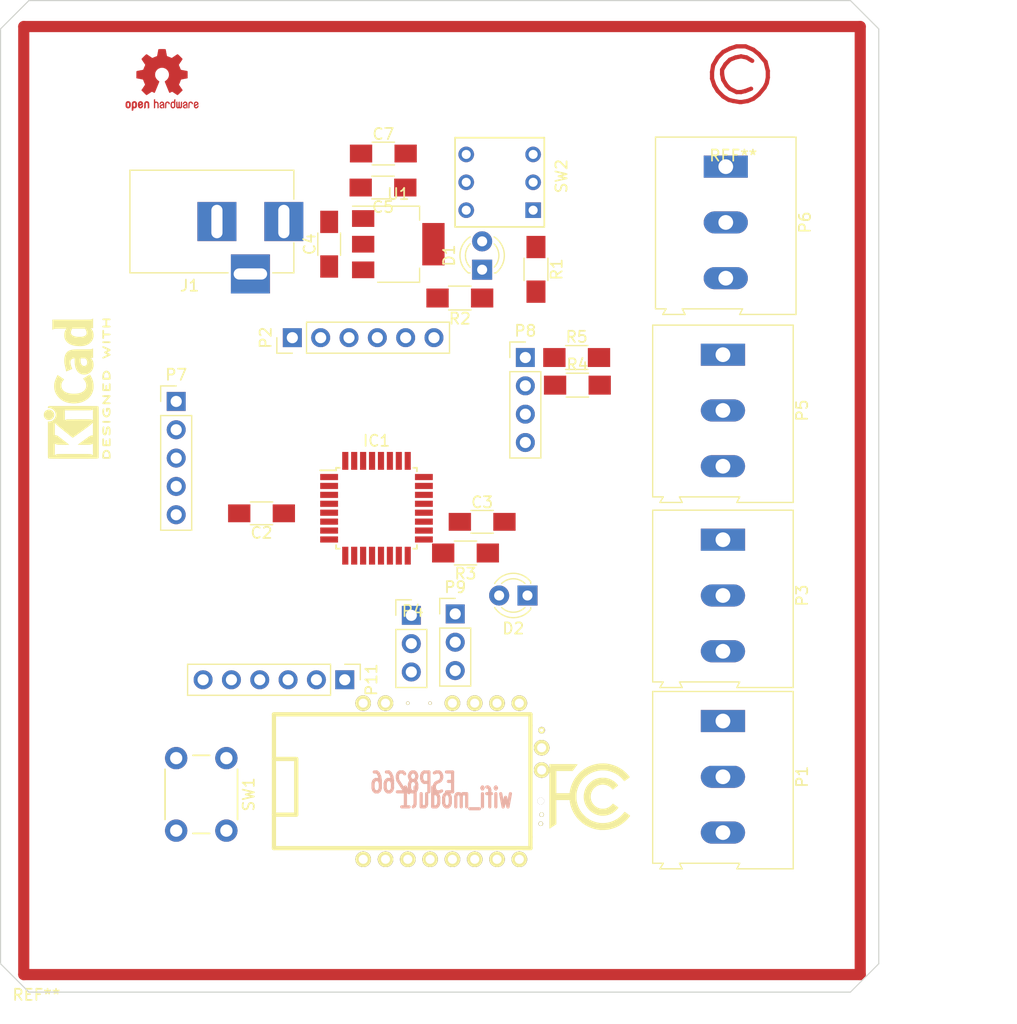
<source format=kicad_pcb>
(kicad_pcb (version 4) (host pcbnew 4.0.2-stable)

  (general
    (links 89)
    (no_connects 0)
    (area 96.469999 43.237999 187.820336 137.627)
    (thickness 1.6)
    (drawings 8)
    (tracks 6)
    (zones 0)
    (modules 33)
    (nets 49)
  )

  (page A4)
  (layers
    (0 F.Cu mixed)
    (31 B.Cu mixed)
    (32 B.Adhes user)
    (33 F.Adhes user)
    (34 B.Paste user)
    (35 F.Paste user)
    (36 B.SilkS user)
    (37 F.SilkS user)
    (38 B.Mask user)
    (39 F.Mask user)
    (40 Dwgs.User user)
    (41 Cmts.User user)
    (42 Eco1.User user)
    (43 Eco2.User user)
    (44 Edge.Cuts user)
    (45 Margin user)
    (46 B.CrtYd user)
    (47 F.CrtYd user)
    (48 B.Fab user)
    (49 F.Fab user)
  )

  (setup
    (last_trace_width 0.5)
    (user_trace_width 1)
    (user_trace_width 1.5)
    (trace_clearance 0.2)
    (zone_clearance 0.508)
    (zone_45_only no)
    (trace_min 0.2)
    (segment_width 0.2)
    (edge_width 0.1)
    (via_size 1.5)
    (via_drill 0.8)
    (via_min_size 0.4)
    (via_min_drill 0.3)
    (uvia_size 0.3)
    (uvia_drill 0.1)
    (uvias_allowed no)
    (uvia_min_size 0.2)
    (uvia_min_drill 0.1)
    (pcb_text_width 0.3)
    (pcb_text_size 1.5 1.5)
    (mod_edge_width 0.15)
    (mod_text_size 1 1)
    (mod_text_width 0.15)
    (pad_size 1.7 1.7)
    (pad_drill 1)
    (pad_to_mask_clearance 0)
    (aux_axis_origin 0 0)
    (visible_elements 7FFFFFFF)
    (pcbplotparams
      (layerselection 0x00000_80000000)
      (usegerberextensions false)
      (excludeedgelayer true)
      (linewidth 0.100000)
      (plotframeref false)
      (viasonmask false)
      (mode 1)
      (useauxorigin false)
      (hpglpennumber 1)
      (hpglpenspeed 20)
      (hpglpendiameter 15)
      (hpglpenoverlay 2)
      (psnegative false)
      (psa4output false)
      (plotreference true)
      (plotvalue true)
      (plotinvisibletext false)
      (padsonsilk false)
      (subtractmaskfromsilk false)
      (outputformat 4)
      (mirror true)
      (drillshape 2)
      (scaleselection 1)
      (outputdirectory "Girber files/"))
  )

  (net 0 "")
  (net 1 DTR)
  (net 2 RESET)
  (net 3 VCC)
  (net 4 GND)
  (net 5 "Net-(C3-Pad1)")
  (net 6 "Net-(C4-Pad1)")
  (net 7 "Net-(C5-Pad1)")
  (net 8 "Net-(C6-Pad1)")
  (net 9 "Net-(C8-Pad1)")
  (net 10 "Net-(D1-Pad1)")
  (net 11 "Net-(D2-Pad2)")
  (net 12 "Net-(IC1-Pad1)")
  (net 13 "Net-(IC1-Pad2)")
  (net 14 "Net-(IC1-Pad9)")
  (net 15 /RX1)
  (net 16 /TX1)
  (net 17 "Net-(IC1-Pad14)")
  (net 18 mosi)
  (net 19 miso)
  (net 20 sck)
  (net 21 "Net-(IC1-Pad19)")
  (net 22 A7)
  (net 23 A1)
  (net 24 A2)
  (net 25 "Net-(IC1-Pad26)")
  (net 26 RXI)
  (net 27 TXO)
  (net 28 "Net-(IC1-Pad32)")
  (net 29 "Net-(wifi_modul1-Pad18)")
  (net 30 "Net-(wifi_modul1-Pad19)")
  (net 31 "Net-(wifi_modul1-Pad20)")
  (net 32 "Net-(wifi_modul1-Pad21)")
  (net 33 "Net-(wifi_modul1-Pad22)")
  (net 34 "Net-(wifi_modul1-Pad17)")
  (net 35 "Net-(wifi_modul1-Pad6)")
  (net 36 "Net-(wifi_modul1-Pad5)")
  (net 37 "Net-(wifi_modul1-Pad4)")
  (net 38 "Net-(wifi_modul1-Pad15)")
  (net 39 "Net-(wifi_modul1-Pad14)")
  (net 40 "Net-(wifi_modul1-Pad13)")
  (net 41 "Net-(wifi_modul1-Pad12)")
  (net 42 "Net-(wifi_modul1-Pad10)")
  (net 43 "Net-(P11-Pad3)")
  (net 44 /TX_GSM)
  (net 45 /RX_gsm)
  (net 46 A0)
  (net 47 /SDA)
  (net 48 /SCL)

  (net_class Default "This is the default net class."
    (clearance 0.2)
    (trace_width 0.5)
    (via_dia 1.5)
    (via_drill 0.8)
    (uvia_dia 0.3)
    (uvia_drill 0.1)
    (add_net /RX1)
    (add_net /RX_gsm)
    (add_net /SCL)
    (add_net /SDA)
    (add_net /TX1)
    (add_net /TX_GSM)
    (add_net A0)
    (add_net A1)
    (add_net A2)
    (add_net A7)
    (add_net DTR)
    (add_net GND)
    (add_net "Net-(C3-Pad1)")
    (add_net "Net-(C4-Pad1)")
    (add_net "Net-(C5-Pad1)")
    (add_net "Net-(C6-Pad1)")
    (add_net "Net-(C8-Pad1)")
    (add_net "Net-(D1-Pad1)")
    (add_net "Net-(D2-Pad2)")
    (add_net "Net-(IC1-Pad1)")
    (add_net "Net-(IC1-Pad14)")
    (add_net "Net-(IC1-Pad19)")
    (add_net "Net-(IC1-Pad2)")
    (add_net "Net-(IC1-Pad26)")
    (add_net "Net-(IC1-Pad32)")
    (add_net "Net-(IC1-Pad9)")
    (add_net "Net-(P11-Pad3)")
    (add_net "Net-(wifi_modul1-Pad10)")
    (add_net "Net-(wifi_modul1-Pad12)")
    (add_net "Net-(wifi_modul1-Pad13)")
    (add_net "Net-(wifi_modul1-Pad14)")
    (add_net "Net-(wifi_modul1-Pad15)")
    (add_net "Net-(wifi_modul1-Pad17)")
    (add_net "Net-(wifi_modul1-Pad18)")
    (add_net "Net-(wifi_modul1-Pad19)")
    (add_net "Net-(wifi_modul1-Pad20)")
    (add_net "Net-(wifi_modul1-Pad21)")
    (add_net "Net-(wifi_modul1-Pad22)")
    (add_net "Net-(wifi_modul1-Pad4)")
    (add_net "Net-(wifi_modul1-Pad5)")
    (add_net "Net-(wifi_modul1-Pad6)")
    (add_net RESET)
    (add_net RXI)
    (add_net TXO)
    (add_net VCC)
    (add_net miso)
    (add_net mosi)
    (add_net sck)
  )

  (module LEDs:LED_D3.0mm (layer F.Cu) (tedit 587A3A7B) (tstamp 58B3F749)
    (at 149.606 76.2 90)
    (descr "LED, diameter 3.0mm, 2 pins")
    (tags "LED diameter 3.0mm 2 pins")
    (path /58AF4746)
    (fp_text reference D1 (at 1.27 -2.96 90) (layer F.SilkS)
      (effects (font (size 1 1) (thickness 0.15)))
    )
    (fp_text value Led_3mm (at 1.27 2.96 90) (layer F.Fab)
      (effects (font (size 1 1) (thickness 0.15)))
    )
    (fp_arc (start 1.27 0) (end -0.23 -1.16619) (angle 284.3) (layer F.Fab) (width 0.1))
    (fp_arc (start 1.27 0) (end -0.29 -1.235516) (angle 108.8) (layer F.SilkS) (width 0.12))
    (fp_arc (start 1.27 0) (end -0.29 1.235516) (angle -108.8) (layer F.SilkS) (width 0.12))
    (fp_arc (start 1.27 0) (end 0.229039 -1.08) (angle 87.9) (layer F.SilkS) (width 0.12))
    (fp_arc (start 1.27 0) (end 0.229039 1.08) (angle -87.9) (layer F.SilkS) (width 0.12))
    (fp_circle (center 1.27 0) (end 2.77 0) (layer F.Fab) (width 0.1))
    (fp_line (start -0.23 -1.16619) (end -0.23 1.16619) (layer F.Fab) (width 0.1))
    (fp_line (start -0.29 -1.236) (end -0.29 -1.08) (layer F.SilkS) (width 0.12))
    (fp_line (start -0.29 1.08) (end -0.29 1.236) (layer F.SilkS) (width 0.12))
    (fp_line (start -1.15 -2.25) (end -1.15 2.25) (layer F.CrtYd) (width 0.05))
    (fp_line (start -1.15 2.25) (end 3.7 2.25) (layer F.CrtYd) (width 0.05))
    (fp_line (start 3.7 2.25) (end 3.7 -2.25) (layer F.CrtYd) (width 0.05))
    (fp_line (start 3.7 -2.25) (end -1.15 -2.25) (layer F.CrtYd) (width 0.05))
    (pad 1 thru_hole rect (at 0 0 90) (size 1.8 1.8) (drill 0.9) (layers *.Cu *.Mask)
      (net 10 "Net-(D1-Pad1)"))
    (pad 2 thru_hole circle (at 2.54 0 90) (size 1.8 1.8) (drill 0.9) (layers *.Cu *.Mask)
      (net 7 "Net-(C5-Pad1)"))
    (model LEDs.3dshapes/LED_D3.0mm.wrl
      (at (xyz 0 0 0))
      (scale (xyz 0.393701 0.393701 0.393701))
      (rotate (xyz 0 0 0))
    )
  )

  (module Pin_Headers:Pin_Header_Straight_1x04_Pitch2.54mm (layer F.Cu) (tedit 5862ED52) (tstamp 58B45663)
    (at 153.4795 84.074)
    (descr "Through hole straight pin header, 1x04, 2.54mm pitch, single row")
    (tags "Through hole pin header THT 1x04 2.54mm single row")
    (path /58B881E6)
    (fp_text reference P8 (at 0 -2.39) (layer F.SilkS)
      (effects (font (size 1 1) (thickness 0.15)))
    )
    (fp_text value "TWO WIRE" (at 0 10.01) (layer F.Fab)
      (effects (font (size 1 1) (thickness 0.15)))
    )
    (fp_line (start -1.27 -1.27) (end -1.27 8.89) (layer F.Fab) (width 0.1))
    (fp_line (start -1.27 8.89) (end 1.27 8.89) (layer F.Fab) (width 0.1))
    (fp_line (start 1.27 8.89) (end 1.27 -1.27) (layer F.Fab) (width 0.1))
    (fp_line (start 1.27 -1.27) (end -1.27 -1.27) (layer F.Fab) (width 0.1))
    (fp_line (start -1.39 1.27) (end -1.39 9.01) (layer F.SilkS) (width 0.12))
    (fp_line (start -1.39 9.01) (end 1.39 9.01) (layer F.SilkS) (width 0.12))
    (fp_line (start 1.39 9.01) (end 1.39 1.27) (layer F.SilkS) (width 0.12))
    (fp_line (start 1.39 1.27) (end -1.39 1.27) (layer F.SilkS) (width 0.12))
    (fp_line (start -1.39 0) (end -1.39 -1.39) (layer F.SilkS) (width 0.12))
    (fp_line (start -1.39 -1.39) (end 0 -1.39) (layer F.SilkS) (width 0.12))
    (fp_line (start -1.6 -1.6) (end -1.6 9.2) (layer F.CrtYd) (width 0.05))
    (fp_line (start -1.6 9.2) (end 1.6 9.2) (layer F.CrtYd) (width 0.05))
    (fp_line (start 1.6 9.2) (end 1.6 -1.6) (layer F.CrtYd) (width 0.05))
    (fp_line (start 1.6 -1.6) (end -1.6 -1.6) (layer F.CrtYd) (width 0.05))
    (pad 1 thru_hole rect (at 0 0) (size 1.7 1.7) (drill 1) (layers *.Cu *.Mask)
      (net 48 /SCL))
    (pad 2 thru_hole oval (at 0 2.54) (size 1.7 1.7) (drill 1) (layers *.Cu *.Mask)
      (net 47 /SDA))
    (pad 3 thru_hole oval (at 0 5.08) (size 1.7 1.7) (drill 1) (layers *.Cu *.Mask)
      (net 3 VCC))
    (pad 4 thru_hole oval (at 0 7.62) (size 1.7 1.7) (drill 1) (layers *.Cu *.Mask)
      (net 4 GND))
    (model Pin_Headers.3dshapes/Pin_Header_Straight_1x04_Pitch2.54mm.wrl
      (at (xyz 0 -0.15 0))
      (scale (xyz 1 1 1))
      (rotate (xyz 0 0 90))
    )
  )

  (module Symbols:Symbol_CC-ShareAlike_CopperTop_Small (layer F.Cu) (tedit 0) (tstamp 58B3FB82)
    (at 172.72 58.674 180)
    (descr "Symbol, CC-Share Alike, Copper Top, Small,")
    (tags "Symbol, CC-Share Alike, Copper Top, Small,")
    (fp_text reference REF** (at 0.59944 -7.29996 180) (layer F.SilkS)
      (effects (font (size 1 1) (thickness 0.15)))
    )
    (fp_text value Symbol_CC-ShareAlike_CopperTop_Small (at -9.398 2.54 360) (layer B.Fab)
      (effects (font (size 1 1) (thickness 0.15)) (justify mirror))
    )
    (fp_line (start -1.09982 1.19888) (end -0.59944 1.50114) (layer F.Cu) (width 0.381))
    (fp_line (start -0.59944 1.50114) (end -0.09906 1.6002) (layer F.Cu) (width 0.381))
    (fp_line (start -0.09906 1.6002) (end 0.39878 1.50114) (layer F.Cu) (width 0.381))
    (fp_line (start 0.39878 1.50114) (end 0.89916 1.30048) (layer F.Cu) (width 0.381))
    (fp_line (start 0.89916 1.30048) (end 1.30048 0.89916) (layer F.Cu) (width 0.381))
    (fp_line (start 1.30048 0.89916) (end 1.6002 0.39878) (layer F.Cu) (width 0.381))
    (fp_line (start 1.6002 0.39878) (end 1.6002 0) (layer F.Cu) (width 0.381))
    (fp_line (start 1.6002 0) (end 1.50114 -0.50038) (layer F.Cu) (width 0.381))
    (fp_line (start 1.50114 -0.50038) (end 1.19888 -1.00076) (layer F.Cu) (width 0.381))
    (fp_line (start 1.19888 -1.00076) (end 0.89916 -1.30048) (layer F.Cu) (width 0.381))
    (fp_line (start 0.89916 -1.30048) (end 0.29972 -1.6002) (layer F.Cu) (width 0.381))
    (fp_line (start 0.29972 -1.6002) (end -0.09906 -1.6002) (layer F.Cu) (width 0.381))
    (fp_line (start -0.09906 -1.6002) (end -0.50038 -1.50114) (layer F.Cu) (width 0.381))
    (fp_line (start -0.50038 -1.50114) (end -1.00076 -1.30048) (layer F.Cu) (width 0.381))
    (fp_line (start 0 -2.49936) (end -0.09906 -2.49936) (layer F.Cu) (width 0.381))
    (fp_line (start -0.09906 -2.49936) (end -0.70104 -2.4003) (layer F.Cu) (width 0.381))
    (fp_line (start -0.70104 -2.4003) (end -1.19888 -2.19964) (layer F.Cu) (width 0.381))
    (fp_line (start -1.19888 -2.19964) (end -1.69926 -1.80086) (layer F.Cu) (width 0.381))
    (fp_line (start -1.69926 -1.80086) (end -2.19964 -1.19888) (layer F.Cu) (width 0.381))
    (fp_line (start -2.19964 -1.19888) (end -2.4003 -0.8001) (layer F.Cu) (width 0.381))
    (fp_line (start -2.4003 -0.8001) (end -2.49936 -0.29972) (layer F.Cu) (width 0.381))
    (fp_line (start -2.49936 -0.29972) (end -2.49936 0.29972) (layer F.Cu) (width 0.381))
    (fp_line (start -2.49936 0.29972) (end -2.30124 1.09982) (layer F.Cu) (width 0.381))
    (fp_line (start -2.30124 1.09982) (end -1.69926 1.80086) (layer F.Cu) (width 0.381))
    (fp_line (start -1.69926 1.80086) (end -1.19888 2.19964) (layer F.Cu) (width 0.381))
    (fp_line (start -1.19888 2.19964) (end -0.50038 2.49936) (layer F.Cu) (width 0.381))
    (fp_line (start -0.50038 2.49936) (end 0.29972 2.49936) (layer F.Cu) (width 0.381))
    (fp_line (start 0.29972 2.49936) (end 0.89916 2.30124) (layer F.Cu) (width 0.381))
    (fp_line (start 0.89916 2.30124) (end 1.50114 1.99898) (layer F.Cu) (width 0.381))
    (fp_line (start 1.50114 1.99898) (end 1.99898 1.50114) (layer F.Cu) (width 0.381))
    (fp_line (start 1.99898 1.50114) (end 2.4003 0.8001) (layer F.Cu) (width 0.381))
    (fp_line (start 2.4003 0.8001) (end 2.49936 0.20066) (layer F.Cu) (width 0.381))
    (fp_line (start 2.49936 0.20066) (end 2.49936 -0.39878) (layer F.Cu) (width 0.381))
    (fp_line (start 2.49936 -0.39878) (end 2.30124 -1.00076) (layer F.Cu) (width 0.381))
    (fp_line (start 2.30124 -1.00076) (end 1.99898 -1.50114) (layer F.Cu) (width 0.381))
    (fp_line (start 1.99898 -1.50114) (end 1.50114 -1.99898) (layer F.Cu) (width 0.381))
    (fp_line (start 1.50114 -1.99898) (end 1.00076 -2.30124) (layer F.Cu) (width 0.381))
    (fp_line (start 1.00076 -2.30124) (end 0.59944 -2.4003) (layer F.Cu) (width 0.381))
    (fp_line (start 0.59944 -2.4003) (end 0 -2.49936) (layer F.Cu) (width 0.381))
  )

  (module Symbols:KiCad-Logo2_6mm_SilkScreen (layer F.Cu) (tedit 0) (tstamp 58B3FB6E)
    (at 113.284 86.868 90)
    (descr "KiCad Logo")
    (tags "Logo KiCad")
    (attr virtual)
    (fp_text reference REF*** (at 1.016 1.524 90) (layer F.SilkS) hide
      (effects (font (size 1 1) (thickness 0.15)))
    )
    (fp_text value KiCad-Logo2_6mm_SilkScreen (at 0.75 0 90) (layer F.Fab) hide
      (effects (font (size 1 1) (thickness 0.15)))
    )
    (fp_poly (pts (xy -6.121371 2.269066) (xy -6.081889 2.269467) (xy -5.9662 2.272259) (xy -5.869311 2.28055)
      (xy -5.787919 2.295232) (xy -5.718723 2.317193) (xy -5.65842 2.347322) (xy -5.603708 2.38651)
      (xy -5.584167 2.403532) (xy -5.55175 2.443363) (xy -5.52252 2.497413) (xy -5.499991 2.557323)
      (xy -5.487679 2.614739) (xy -5.4864 2.635956) (xy -5.494417 2.694769) (xy -5.515899 2.759013)
      (xy -5.546999 2.819821) (xy -5.583866 2.86833) (xy -5.589854 2.874182) (xy -5.640579 2.915321)
      (xy -5.696125 2.947435) (xy -5.759696 2.971365) (xy -5.834494 2.987953) (xy -5.923722 2.998041)
      (xy -6.030582 3.002469) (xy -6.079528 3.002845) (xy -6.141762 3.002545) (xy -6.185528 3.001292)
      (xy -6.214931 2.998554) (xy -6.234079 2.993801) (xy -6.247077 2.986501) (xy -6.254045 2.980267)
      (xy -6.260626 2.972694) (xy -6.265788 2.962924) (xy -6.269703 2.94834) (xy -6.272543 2.926326)
      (xy -6.27448 2.894264) (xy -6.275684 2.849536) (xy -6.276328 2.789526) (xy -6.276583 2.711617)
      (xy -6.276622 2.635956) (xy -6.27687 2.535041) (xy -6.276817 2.454427) (xy -6.275857 2.415822)
      (xy -6.129867 2.415822) (xy -6.129867 2.856089) (xy -6.036734 2.856004) (xy -5.980693 2.854396)
      (xy -5.921999 2.850256) (xy -5.873028 2.844464) (xy -5.871538 2.844226) (xy -5.792392 2.82509)
      (xy -5.731002 2.795287) (xy -5.684305 2.752878) (xy -5.654635 2.706961) (xy -5.636353 2.656026)
      (xy -5.637771 2.6082) (xy -5.658988 2.556933) (xy -5.700489 2.503899) (xy -5.757998 2.4646)
      (xy -5.83275 2.438331) (xy -5.882708 2.429035) (xy -5.939416 2.422507) (xy -5.999519 2.417782)
      (xy -6.050639 2.415817) (xy -6.053667 2.415808) (xy -6.129867 2.415822) (xy -6.275857 2.415822)
      (xy -6.27526 2.391851) (xy -6.270998 2.345055) (xy -6.26283 2.311778) (xy -6.249556 2.289759)
      (xy -6.229974 2.276739) (xy -6.202883 2.270457) (xy -6.167082 2.268653) (xy -6.121371 2.269066)) (layer F.SilkS) (width 0.01))
    (fp_poly (pts (xy -4.712794 2.269146) (xy -4.643386 2.269518) (xy -4.590997 2.270385) (xy -4.552847 2.271946)
      (xy -4.526159 2.274403) (xy -4.508153 2.277957) (xy -4.496049 2.28281) (xy -4.487069 2.289161)
      (xy -4.483818 2.292084) (xy -4.464043 2.323142) (xy -4.460482 2.358828) (xy -4.473491 2.39051)
      (xy -4.479506 2.396913) (xy -4.489235 2.403121) (xy -4.504901 2.40791) (xy -4.529408 2.411514)
      (xy -4.565661 2.414164) (xy -4.616565 2.416095) (xy -4.685026 2.417539) (xy -4.747617 2.418418)
      (xy -4.995334 2.421467) (xy -4.998719 2.486378) (xy -5.002105 2.551289) (xy -4.833958 2.551289)
      (xy -4.760959 2.551919) (xy -4.707517 2.554553) (xy -4.670628 2.560309) (xy -4.647288 2.570304)
      (xy -4.634494 2.585656) (xy -4.629242 2.607482) (xy -4.628445 2.627738) (xy -4.630923 2.652592)
      (xy -4.640277 2.670906) (xy -4.659383 2.683637) (xy -4.691118 2.691741) (xy -4.738359 2.696176)
      (xy -4.803983 2.697899) (xy -4.839801 2.698045) (xy -5.000978 2.698045) (xy -5.000978 2.856089)
      (xy -4.752622 2.856089) (xy -4.671213 2.856202) (xy -4.609342 2.856712) (xy -4.563968 2.85787)
      (xy -4.532054 2.85993) (xy -4.510559 2.863146) (xy -4.496443 2.867772) (xy -4.486668 2.874059)
      (xy -4.481689 2.878667) (xy -4.46461 2.90556) (xy -4.459111 2.929467) (xy -4.466963 2.958667)
      (xy -4.481689 2.980267) (xy -4.489546 2.987066) (xy -4.499688 2.992346) (xy -4.514844 2.996298)
      (xy -4.537741 2.999113) (xy -4.571109 3.000982) (xy -4.617675 3.002098) (xy -4.680167 3.002651)
      (xy -4.761314 3.002833) (xy -4.803422 3.002845) (xy -4.893598 3.002765) (xy -4.963924 3.002398)
      (xy -5.017129 3.001552) (xy -5.05594 3.000036) (xy -5.083087 2.997659) (xy -5.101298 2.994229)
      (xy -5.1133 2.989554) (xy -5.121822 2.983444) (xy -5.125156 2.980267) (xy -5.131755 2.97267)
      (xy -5.136927 2.96287) (xy -5.140846 2.948239) (xy -5.143684 2.926152) (xy -5.145615 2.893982)
      (xy -5.146812 2.849103) (xy -5.147448 2.788889) (xy -5.147697 2.710713) (xy -5.147734 2.637923)
      (xy -5.1477 2.544707) (xy -5.147465 2.471431) (xy -5.14683 2.415458) (xy -5.145594 2.374151)
      (xy -5.143556 2.344872) (xy -5.140517 2.324984) (xy -5.136277 2.31185) (xy -5.130635 2.302832)
      (xy -5.123391 2.295293) (xy -5.121606 2.293612) (xy -5.112945 2.286172) (xy -5.102882 2.280409)
      (xy -5.088625 2.276112) (xy -5.067383 2.273064) (xy -5.036364 2.271051) (xy -4.992777 2.26986)
      (xy -4.933831 2.269275) (xy -4.856734 2.269083) (xy -4.802001 2.269067) (xy -4.712794 2.269146)) (layer F.SilkS) (width 0.01))
    (fp_poly (pts (xy -3.691703 2.270351) (xy -3.616888 2.275581) (xy -3.547306 2.28375) (xy -3.487002 2.29455)
      (xy -3.44002 2.307673) (xy -3.410406 2.322813) (xy -3.40586 2.327269) (xy -3.390054 2.36185)
      (xy -3.394847 2.397351) (xy -3.419364 2.427725) (xy -3.420534 2.428596) (xy -3.434954 2.437954)
      (xy -3.450008 2.442876) (xy -3.471005 2.443473) (xy -3.503257 2.439861) (xy -3.552073 2.432154)
      (xy -3.556 2.431505) (xy -3.628739 2.422569) (xy -3.707217 2.418161) (xy -3.785927 2.418119)
      (xy -3.859361 2.422279) (xy -3.922011 2.430479) (xy -3.96837 2.442557) (xy -3.971416 2.443771)
      (xy -4.005048 2.462615) (xy -4.016864 2.481685) (xy -4.007614 2.500439) (xy -3.978047 2.518337)
      (xy -3.928911 2.534837) (xy -3.860957 2.549396) (xy -3.815645 2.556406) (xy -3.721456 2.569889)
      (xy -3.646544 2.582214) (xy -3.587717 2.594449) (xy -3.541785 2.607661) (xy -3.505555 2.622917)
      (xy -3.475838 2.641285) (xy -3.449442 2.663831) (xy -3.42823 2.685971) (xy -3.403065 2.716819)
      (xy -3.390681 2.743345) (xy -3.386808 2.776026) (xy -3.386667 2.787995) (xy -3.389576 2.827712)
      (xy -3.401202 2.857259) (xy -3.421323 2.883486) (xy -3.462216 2.923576) (xy -3.507817 2.954149)
      (xy -3.561513 2.976203) (xy -3.626692 2.990735) (xy -3.706744 2.998741) (xy -3.805057 3.001218)
      (xy -3.821289 3.001177) (xy -3.886849 2.999818) (xy -3.951866 2.99673) (xy -4.009252 2.992356)
      (xy -4.051922 2.98714) (xy -4.055372 2.986541) (xy -4.097796 2.976491) (xy -4.13378 2.963796)
      (xy -4.15415 2.95219) (xy -4.173107 2.921572) (xy -4.174427 2.885918) (xy -4.158085 2.854144)
      (xy -4.154429 2.850551) (xy -4.139315 2.839876) (xy -4.120415 2.835276) (xy -4.091162 2.836059)
      (xy -4.055651 2.840127) (xy -4.01597 2.843762) (xy -3.960345 2.846828) (xy -3.895406 2.849053)
      (xy -3.827785 2.850164) (xy -3.81 2.850237) (xy -3.742128 2.849964) (xy -3.692454 2.848646)
      (xy -3.65661 2.845827) (xy -3.630224 2.84105) (xy -3.608926 2.833857) (xy -3.596126 2.827867)
      (xy -3.568 2.811233) (xy -3.550068 2.796168) (xy -3.547447 2.791897) (xy -3.552976 2.774263)
      (xy -3.57926 2.757192) (xy -3.624478 2.741458) (xy -3.686808 2.727838) (xy -3.705171 2.724804)
      (xy -3.80109 2.709738) (xy -3.877641 2.697146) (xy -3.93778 2.686111) (xy -3.98446 2.67572)
      (xy -4.020637 2.665056) (xy -4.049265 2.653205) (xy -4.073298 2.639251) (xy -4.095692 2.622281)
      (xy -4.119402 2.601378) (xy -4.12738 2.594049) (xy -4.155353 2.566699) (xy -4.17016 2.545029)
      (xy -4.175952 2.520232) (xy -4.176889 2.488983) (xy -4.166575 2.427705) (xy -4.135752 2.37564)
      (xy -4.084595 2.332958) (xy -4.013283 2.299825) (xy -3.9624 2.284964) (xy -3.9071 2.275366)
      (xy -3.840853 2.269936) (xy -3.767706 2.268367) (xy -3.691703 2.270351)) (layer F.SilkS) (width 0.01))
    (fp_poly (pts (xy -2.923822 2.291645) (xy -2.917242 2.299218) (xy -2.912079 2.308987) (xy -2.908164 2.323571)
      (xy -2.905324 2.345585) (xy -2.903387 2.377648) (xy -2.902183 2.422375) (xy -2.901539 2.482385)
      (xy -2.901284 2.560294) (xy -2.901245 2.635956) (xy -2.901314 2.729802) (xy -2.901638 2.803689)
      (xy -2.902386 2.860232) (xy -2.903732 2.902049) (xy -2.905846 2.931757) (xy -2.9089 2.951973)
      (xy -2.913066 2.965314) (xy -2.918516 2.974398) (xy -2.923822 2.980267) (xy -2.956826 2.999947)
      (xy -2.991991 2.998181) (xy -3.023455 2.976717) (xy -3.030684 2.968337) (xy -3.036334 2.958614)
      (xy -3.040599 2.944861) (xy -3.043673 2.924389) (xy -3.045752 2.894512) (xy -3.04703 2.852541)
      (xy -3.047701 2.795789) (xy -3.047959 2.721567) (xy -3.048 2.637537) (xy -3.048 2.324485)
      (xy -3.020291 2.296776) (xy -2.986137 2.273463) (xy -2.953006 2.272623) (xy -2.923822 2.291645)) (layer F.SilkS) (width 0.01))
    (fp_poly (pts (xy -1.950081 2.274599) (xy -1.881565 2.286095) (xy -1.828943 2.303967) (xy -1.794708 2.327499)
      (xy -1.785379 2.340924) (xy -1.775893 2.372148) (xy -1.782277 2.400395) (xy -1.80243 2.427182)
      (xy -1.833745 2.439713) (xy -1.879183 2.438696) (xy -1.914326 2.431906) (xy -1.992419 2.418971)
      (xy -2.072226 2.417742) (xy -2.161555 2.428241) (xy -2.186229 2.43269) (xy -2.269291 2.456108)
      (xy -2.334273 2.490945) (xy -2.380461 2.536604) (xy -2.407145 2.592494) (xy -2.412663 2.621388)
      (xy -2.409051 2.680012) (xy -2.385729 2.731879) (xy -2.344824 2.775978) (xy -2.288459 2.811299)
      (xy -2.21876 2.836829) (xy -2.137852 2.851559) (xy -2.04786 2.854478) (xy -1.95091 2.844575)
      (xy -1.945436 2.843641) (xy -1.906875 2.836459) (xy -1.885494 2.829521) (xy -1.876227 2.819227)
      (xy -1.874006 2.801976) (xy -1.873956 2.792841) (xy -1.873956 2.754489) (xy -1.942431 2.754489)
      (xy -2.0029 2.750347) (xy -2.044165 2.737147) (xy -2.068175 2.71373) (xy -2.076877 2.678936)
      (xy -2.076983 2.674394) (xy -2.071892 2.644654) (xy -2.054433 2.623419) (xy -2.021939 2.609366)
      (xy -1.971743 2.601173) (xy -1.923123 2.598161) (xy -1.852456 2.596433) (xy -1.801198 2.59907)
      (xy -1.766239 2.6088) (xy -1.74447 2.628353) (xy -1.73278 2.660456) (xy -1.72806 2.707838)
      (xy -1.7272 2.770071) (xy -1.728609 2.839535) (xy -1.732848 2.886786) (xy -1.739936 2.912012)
      (xy -1.741311 2.913988) (xy -1.780228 2.945508) (xy -1.837286 2.97047) (xy -1.908869 2.98834)
      (xy -1.991358 2.998586) (xy -2.081139 3.000673) (xy -2.174592 2.994068) (xy -2.229556 2.985956)
      (xy -2.315766 2.961554) (xy -2.395892 2.921662) (xy -2.462977 2.869887) (xy -2.473173 2.859539)
      (xy -2.506302 2.816035) (xy -2.536194 2.762118) (xy -2.559357 2.705592) (xy -2.572298 2.654259)
      (xy -2.573858 2.634544) (xy -2.567218 2.593419) (xy -2.549568 2.542252) (xy -2.524297 2.488394)
      (xy -2.494789 2.439195) (xy -2.468719 2.406334) (xy -2.407765 2.357452) (xy -2.328969 2.318545)
      (xy -2.235157 2.290494) (xy -2.12915 2.274179) (xy -2.032 2.270192) (xy -1.950081 2.274599)) (layer F.SilkS) (width 0.01))
    (fp_poly (pts (xy -1.300114 2.273448) (xy -1.276548 2.287273) (xy -1.245735 2.309881) (xy -1.206078 2.342338)
      (xy -1.15598 2.385708) (xy -1.093843 2.441058) (xy -1.018072 2.509451) (xy -0.931334 2.588084)
      (xy -0.750711 2.751878) (xy -0.745067 2.532029) (xy -0.743029 2.456351) (xy -0.741063 2.399994)
      (xy -0.738734 2.359706) (xy -0.735606 2.332235) (xy -0.731245 2.314329) (xy -0.725216 2.302737)
      (xy -0.717084 2.294208) (xy -0.712772 2.290623) (xy -0.678241 2.27167) (xy -0.645383 2.274441)
      (xy -0.619318 2.290633) (xy -0.592667 2.312199) (xy -0.589352 2.627151) (xy -0.588435 2.719779)
      (xy -0.587968 2.792544) (xy -0.588113 2.848161) (xy -0.589032 2.889342) (xy -0.590887 2.918803)
      (xy -0.593839 2.939255) (xy -0.59805 2.953413) (xy -0.603682 2.963991) (xy -0.609927 2.972474)
      (xy -0.623439 2.988207) (xy -0.636883 2.998636) (xy -0.652124 3.002639) (xy -0.671026 2.999094)
      (xy -0.695455 2.986879) (xy -0.727273 2.964871) (xy -0.768348 2.931949) (xy -0.820542 2.886991)
      (xy -0.885722 2.828875) (xy -0.959556 2.762099) (xy -1.224845 2.521458) (xy -1.230489 2.740589)
      (xy -1.232531 2.816128) (xy -1.234502 2.872354) (xy -1.236839 2.912524) (xy -1.239981 2.939896)
      (xy -1.244364 2.957728) (xy -1.250424 2.969279) (xy -1.2586 2.977807) (xy -1.262784 2.981282)
      (xy -1.299765 3.000372) (xy -1.334708 2.997493) (xy -1.365136 2.9731) (xy -1.372097 2.963286)
      (xy -1.377523 2.951826) (xy -1.381603 2.935968) (xy -1.384529 2.912963) (xy -1.386492 2.880062)
      (xy -1.387683 2.834516) (xy -1.388292 2.773573) (xy -1.388511 2.694486) (xy -1.388534 2.635956)
      (xy -1.38846 2.544407) (xy -1.388113 2.472687) (xy -1.387301 2.418045) (xy -1.385833 2.377732)
      (xy -1.383519 2.348998) (xy -1.380167 2.329093) (xy -1.375588 2.315268) (xy -1.369589 2.304772)
      (xy -1.365136 2.298811) (xy -1.35385 2.284691) (xy -1.343301 2.274029) (xy -1.331893 2.267892)
      (xy -1.31803 2.267343) (xy -1.300114 2.273448)) (layer F.SilkS) (width 0.01))
    (fp_poly (pts (xy 0.230343 2.26926) (xy 0.306701 2.270174) (xy 0.365217 2.272311) (xy 0.408255 2.276175)
      (xy 0.438183 2.282267) (xy 0.457368 2.29109) (xy 0.468176 2.303146) (xy 0.472973 2.318939)
      (xy 0.474127 2.33897) (xy 0.474133 2.341335) (xy 0.473131 2.363992) (xy 0.468396 2.381503)
      (xy 0.457333 2.394574) (xy 0.437348 2.403913) (xy 0.405846 2.410227) (xy 0.360232 2.414222)
      (xy 0.297913 2.416606) (xy 0.216293 2.418086) (xy 0.191277 2.418414) (xy -0.0508 2.421467)
      (xy -0.054186 2.486378) (xy -0.057571 2.551289) (xy 0.110576 2.551289) (xy 0.176266 2.551531)
      (xy 0.223172 2.552556) (xy 0.255083 2.554811) (xy 0.275791 2.558742) (xy 0.289084 2.564798)
      (xy 0.298755 2.573424) (xy 0.298817 2.573493) (xy 0.316356 2.607112) (xy 0.315722 2.643448)
      (xy 0.297314 2.674423) (xy 0.293671 2.677607) (xy 0.280741 2.685812) (xy 0.263024 2.691521)
      (xy 0.23657 2.695162) (xy 0.197432 2.697167) (xy 0.141662 2.697964) (xy 0.105994 2.698045)
      (xy -0.056445 2.698045) (xy -0.056445 2.856089) (xy 0.190161 2.856089) (xy 0.27158 2.856231)
      (xy 0.33341 2.856814) (xy 0.378637 2.858068) (xy 0.410248 2.860227) (xy 0.431231 2.863523)
      (xy 0.444573 2.868189) (xy 0.453261 2.874457) (xy 0.45545 2.876733) (xy 0.471614 2.90828)
      (xy 0.472797 2.944168) (xy 0.459536 2.975285) (xy 0.449043 2.985271) (xy 0.438129 2.990769)
      (xy 0.421217 2.995022) (xy 0.395633 2.99818) (xy 0.358701 3.000392) (xy 0.307746 3.001806)
      (xy 0.240094 3.002572) (xy 0.153069 3.002838) (xy 0.133394 3.002845) (xy 0.044911 3.002787)
      (xy -0.023773 3.002467) (xy -0.075436 3.001667) (xy -0.112855 3.000167) (xy -0.13881 2.997749)
      (xy -0.156078 2.994194) (xy -0.167438 2.989282) (xy -0.175668 2.982795) (xy -0.180183 2.978138)
      (xy -0.186979 2.969889) (xy -0.192288 2.959669) (xy -0.196294 2.9448) (xy -0.199179 2.922602)
      (xy -0.201126 2.890393) (xy -0.202319 2.845496) (xy -0.202939 2.785228) (xy -0.203171 2.706911)
      (xy -0.2032 2.640994) (xy -0.203129 2.548628) (xy -0.202792 2.476117) (xy -0.202002 2.420737)
      (xy -0.200574 2.379765) (xy -0.198321 2.350478) (xy -0.195057 2.330153) (xy -0.190596 2.316066)
      (xy -0.184752 2.305495) (xy -0.179803 2.298811) (xy -0.156406 2.269067) (xy 0.133774 2.269067)
      (xy 0.230343 2.26926)) (layer F.SilkS) (width 0.01))
    (fp_poly (pts (xy 1.018309 2.269275) (xy 1.147288 2.273636) (xy 1.256991 2.286861) (xy 1.349226 2.309741)
      (xy 1.425802 2.34307) (xy 1.488527 2.387638) (xy 1.539212 2.444236) (xy 1.579663 2.513658)
      (xy 1.580459 2.515351) (xy 1.604601 2.577483) (xy 1.613203 2.632509) (xy 1.606231 2.687887)
      (xy 1.583654 2.751073) (xy 1.579372 2.760689) (xy 1.550172 2.816966) (xy 1.517356 2.860451)
      (xy 1.475002 2.897417) (xy 1.41719 2.934135) (xy 1.413831 2.936052) (xy 1.363504 2.960227)
      (xy 1.306621 2.978282) (xy 1.239527 2.990839) (xy 1.158565 2.998522) (xy 1.060082 3.001953)
      (xy 1.025286 3.002251) (xy 0.859594 3.002845) (xy 0.836197 2.9731) (xy 0.829257 2.963319)
      (xy 0.823842 2.951897) (xy 0.819765 2.936095) (xy 0.816837 2.913175) (xy 0.814867 2.880396)
      (xy 0.814225 2.856089) (xy 0.970844 2.856089) (xy 1.064726 2.856089) (xy 1.119664 2.854483)
      (xy 1.17606 2.850255) (xy 1.222345 2.844292) (xy 1.225139 2.84379) (xy 1.307348 2.821736)
      (xy 1.371114 2.7886) (xy 1.418452 2.742847) (xy 1.451382 2.682939) (xy 1.457108 2.667061)
      (xy 1.462721 2.642333) (xy 1.460291 2.617902) (xy 1.448467 2.5854) (xy 1.44134 2.569434)
      (xy 1.418 2.527006) (xy 1.38988 2.49724) (xy 1.35894 2.476511) (xy 1.296966 2.449537)
      (xy 1.217651 2.429998) (xy 1.125253 2.418746) (xy 1.058333 2.41627) (xy 0.970844 2.415822)
      (xy 0.970844 2.856089) (xy 0.814225 2.856089) (xy 0.813668 2.835021) (xy 0.81305 2.774311)
      (xy 0.812825 2.695526) (xy 0.8128 2.63392) (xy 0.8128 2.324485) (xy 0.840509 2.296776)
      (xy 0.852806 2.285544) (xy 0.866103 2.277853) (xy 0.884672 2.27304) (xy 0.912786 2.270446)
      (xy 0.954717 2.26941) (xy 1.014737 2.26927) (xy 1.018309 2.269275)) (layer F.SilkS) (width 0.01))
    (fp_poly (pts (xy 3.744665 2.271034) (xy 3.764255 2.278035) (xy 3.76501 2.278377) (xy 3.791613 2.298678)
      (xy 3.80627 2.319561) (xy 3.809138 2.329352) (xy 3.808996 2.342361) (xy 3.804961 2.360895)
      (xy 3.796146 2.387257) (xy 3.781669 2.423752) (xy 3.760645 2.472687) (xy 3.732188 2.536365)
      (xy 3.695415 2.617093) (xy 3.675175 2.661216) (xy 3.638625 2.739985) (xy 3.604315 2.812423)
      (xy 3.573552 2.87588) (xy 3.547648 2.927708) (xy 3.52791 2.965259) (xy 3.51565 2.985884)
      (xy 3.513224 2.988733) (xy 3.482183 3.001302) (xy 3.447121 2.999619) (xy 3.419 2.984332)
      (xy 3.417854 2.983089) (xy 3.406668 2.966154) (xy 3.387904 2.93317) (xy 3.363875 2.88838)
      (xy 3.336897 2.836032) (xy 3.327201 2.816742) (xy 3.254014 2.67015) (xy 3.17424 2.829393)
      (xy 3.145767 2.884415) (xy 3.11935 2.932132) (xy 3.097148 2.968893) (xy 3.081319 2.991044)
      (xy 3.075954 2.995741) (xy 3.034257 3.002102) (xy 2.999849 2.988733) (xy 2.989728 2.974446)
      (xy 2.972214 2.942692) (xy 2.948735 2.896597) (xy 2.92072 2.839285) (xy 2.889599 2.77388)
      (xy 2.856799 2.703507) (xy 2.82375 2.631291) (xy 2.791881 2.560355) (xy 2.762619 2.493825)
      (xy 2.737395 2.434826) (xy 2.717636 2.386481) (xy 2.704772 2.351915) (xy 2.700231 2.334253)
      (xy 2.700277 2.333613) (xy 2.711326 2.311388) (xy 2.73341 2.288753) (xy 2.73471 2.287768)
      (xy 2.761853 2.272425) (xy 2.786958 2.272574) (xy 2.796368 2.275466) (xy 2.807834 2.281718)
      (xy 2.82001 2.294014) (xy 2.834357 2.314908) (xy 2.852336 2.346949) (xy 2.875407 2.392688)
      (xy 2.90503 2.454677) (xy 2.931745 2.511898) (xy 2.96248 2.578226) (xy 2.990021 2.637874)
      (xy 3.012938 2.687725) (xy 3.029798 2.724664) (xy 3.039173 2.745573) (xy 3.04054 2.748845)
      (xy 3.046689 2.743497) (xy 3.060822 2.721109) (xy 3.081057 2.684946) (xy 3.105515 2.638277)
      (xy 3.115248 2.619022) (xy 3.148217 2.554004) (xy 3.173643 2.506654) (xy 3.193612 2.474219)
      (xy 3.21021 2.453946) (xy 3.225524 2.443082) (xy 3.24164 2.438875) (xy 3.252143 2.4384)
      (xy 3.27067 2.440042) (xy 3.286904 2.446831) (xy 3.303035 2.461566) (xy 3.321251 2.487044)
      (xy 3.343739 2.526061) (xy 3.372689 2.581414) (xy 3.388662 2.612903) (xy 3.41457 2.663087)
      (xy 3.437167 2.704704) (xy 3.454458 2.734242) (xy 3.46445 2.748189) (xy 3.465809 2.74877)
      (xy 3.472261 2.737793) (xy 3.486708 2.70929) (xy 3.507703 2.666244) (xy 3.533797 2.611638)
      (xy 3.563546 2.548454) (xy 3.57818 2.517071) (xy 3.61625 2.436078) (xy 3.646905 2.373756)
      (xy 3.671737 2.328071) (xy 3.692337 2.296989) (xy 3.710298 2.278478) (xy 3.72721 2.270504)
      (xy 3.744665 2.271034)) (layer F.SilkS) (width 0.01))
    (fp_poly (pts (xy 4.188614 2.275877) (xy 4.212327 2.290647) (xy 4.238978 2.312227) (xy 4.238978 2.633773)
      (xy 4.238893 2.72783) (xy 4.238529 2.801932) (xy 4.237724 2.858704) (xy 4.236313 2.900768)
      (xy 4.234133 2.930748) (xy 4.231021 2.951267) (xy 4.226814 2.964949) (xy 4.221348 2.974416)
      (xy 4.217472 2.979082) (xy 4.186034 2.999575) (xy 4.150233 2.998739) (xy 4.118873 2.981264)
      (xy 4.092222 2.959684) (xy 4.092222 2.312227) (xy 4.118873 2.290647) (xy 4.144594 2.274949)
      (xy 4.1656 2.269067) (xy 4.188614 2.275877)) (layer F.SilkS) (width 0.01))
    (fp_poly (pts (xy 4.963065 2.269163) (xy 5.041772 2.269542) (xy 5.102863 2.270333) (xy 5.148817 2.27167)
      (xy 5.182114 2.273683) (xy 5.205236 2.276506) (xy 5.220662 2.280269) (xy 5.230871 2.285105)
      (xy 5.235813 2.288822) (xy 5.261457 2.321358) (xy 5.264559 2.355138) (xy 5.248711 2.385826)
      (xy 5.238348 2.398089) (xy 5.227196 2.40645) (xy 5.211035 2.411657) (xy 5.185642 2.414457)
      (xy 5.146798 2.415596) (xy 5.09028 2.415821) (xy 5.07918 2.415822) (xy 4.933244 2.415822)
      (xy 4.933244 2.686756) (xy 4.933148 2.772154) (xy 4.932711 2.837864) (xy 4.931712 2.886774)
      (xy 4.929928 2.921773) (xy 4.927137 2.945749) (xy 4.923117 2.961593) (xy 4.917645 2.972191)
      (xy 4.910666 2.980267) (xy 4.877734 3.000112) (xy 4.843354 2.998548) (xy 4.812176 2.975906)
      (xy 4.809886 2.9731) (xy 4.802429 2.962492) (xy 4.796747 2.950081) (xy 4.792601 2.93285)
      (xy 4.78975 2.907784) (xy 4.787954 2.871867) (xy 4.786972 2.822083) (xy 4.786564 2.755417)
      (xy 4.786489 2.679589) (xy 4.786489 2.415822) (xy 4.647127 2.415822) (xy 4.587322 2.415418)
      (xy 4.545918 2.41384) (xy 4.518748 2.410547) (xy 4.501646 2.404992) (xy 4.490443 2.396631)
      (xy 4.489083 2.395178) (xy 4.472725 2.361939) (xy 4.474172 2.324362) (xy 4.492978 2.291645)
      (xy 4.50025 2.285298) (xy 4.509627 2.280266) (xy 4.523609 2.276396) (xy 4.544696 2.273537)
      (xy 4.575389 2.271535) (xy 4.618189 2.270239) (xy 4.675595 2.269498) (xy 4.75011 2.269158)
      (xy 4.844233 2.269068) (xy 4.86426 2.269067) (xy 4.963065 2.269163)) (layer F.SilkS) (width 0.01))
    (fp_poly (pts (xy 6.228823 2.274533) (xy 6.260202 2.296776) (xy 6.287911 2.324485) (xy 6.287911 2.63392)
      (xy 6.287838 2.725799) (xy 6.287495 2.79784) (xy 6.286692 2.85278) (xy 6.285241 2.89336)
      (xy 6.282952 2.922317) (xy 6.279636 2.942391) (xy 6.275105 2.956321) (xy 6.269169 2.966845)
      (xy 6.264514 2.9731) (xy 6.233783 2.997673) (xy 6.198496 3.000341) (xy 6.166245 2.985271)
      (xy 6.155588 2.976374) (xy 6.148464 2.964557) (xy 6.144167 2.945526) (xy 6.141991 2.914992)
      (xy 6.141228 2.868662) (xy 6.141155 2.832871) (xy 6.141155 2.698045) (xy 5.644444 2.698045)
      (xy 5.644444 2.8207) (xy 5.643931 2.876787) (xy 5.641876 2.915333) (xy 5.637508 2.941361)
      (xy 5.630056 2.959897) (xy 5.621047 2.9731) (xy 5.590144 2.997604) (xy 5.555196 3.000506)
      (xy 5.521738 2.983089) (xy 5.512604 2.973959) (xy 5.506152 2.961855) (xy 5.501897 2.943001)
      (xy 5.499352 2.91362) (xy 5.498029 2.869937) (xy 5.497443 2.808175) (xy 5.497375 2.794)
      (xy 5.496891 2.677631) (xy 5.496641 2.581727) (xy 5.496723 2.504177) (xy 5.497231 2.442869)
      (xy 5.498262 2.39569) (xy 5.499913 2.36053) (xy 5.502279 2.335276) (xy 5.505457 2.317817)
      (xy 5.509544 2.306041) (xy 5.514634 2.297835) (xy 5.520266 2.291645) (xy 5.552128 2.271844)
      (xy 5.585357 2.274533) (xy 5.616735 2.296776) (xy 5.629433 2.311126) (xy 5.637526 2.326978)
      (xy 5.642042 2.349554) (xy 5.644006 2.384078) (xy 5.644444 2.435776) (xy 5.644444 2.551289)
      (xy 6.141155 2.551289) (xy 6.141155 2.432756) (xy 6.141662 2.378148) (xy 6.143698 2.341275)
      (xy 6.148035 2.317307) (xy 6.155447 2.301415) (xy 6.163733 2.291645) (xy 6.195594 2.271844)
      (xy 6.228823 2.274533)) (layer F.SilkS) (width 0.01))
    (fp_poly (pts (xy -2.9464 -2.510946) (xy -2.935535 -2.397007) (xy -2.903918 -2.289384) (xy -2.853015 -2.190385)
      (xy -2.784293 -2.102316) (xy -2.699219 -2.027484) (xy -2.602232 -1.969616) (xy -2.495964 -1.929995)
      (xy -2.38895 -1.911427) (xy -2.2833 -1.912566) (xy -2.181125 -1.93207) (xy -2.084534 -1.968594)
      (xy -1.995638 -2.020795) (xy -1.916546 -2.087327) (xy -1.849369 -2.166848) (xy -1.796217 -2.258013)
      (xy -1.759199 -2.359477) (xy -1.740427 -2.469898) (xy -1.738489 -2.519794) (xy -1.738489 -2.607733)
      (xy -1.68656 -2.607733) (xy -1.650253 -2.604889) (xy -1.623355 -2.593089) (xy -1.596249 -2.569351)
      (xy -1.557867 -2.530969) (xy -1.557867 -0.339398) (xy -1.557876 -0.077261) (xy -1.557908 0.163241)
      (xy -1.557972 0.383048) (xy -1.558076 0.583101) (xy -1.558227 0.764344) (xy -1.558434 0.927716)
      (xy -1.558706 1.07416) (xy -1.55905 1.204617) (xy -1.559474 1.320029) (xy -1.559987 1.421338)
      (xy -1.560597 1.509484) (xy -1.561312 1.58541) (xy -1.56214 1.650057) (xy -1.563089 1.704367)
      (xy -1.564167 1.74928) (xy -1.565383 1.78574) (xy -1.566745 1.814687) (xy -1.568261 1.837063)
      (xy -1.569938 1.853809) (xy -1.571786 1.865868) (xy -1.573813 1.87418) (xy -1.576025 1.879687)
      (xy -1.577108 1.881537) (xy -1.581271 1.888549) (xy -1.584805 1.894996) (xy -1.588635 1.9009)
      (xy -1.593682 1.906286) (xy -1.600871 1.911178) (xy -1.611123 1.915598) (xy -1.625364 1.919572)
      (xy -1.644514 1.923121) (xy -1.669499 1.92627) (xy -1.70124 1.929042) (xy -1.740662 1.931461)
      (xy -1.788686 1.933551) (xy -1.846237 1.935335) (xy -1.914237 1.936837) (xy -1.99361 1.93808)
      (xy -2.085279 1.939089) (xy -2.190166 1.939885) (xy -2.309196 1.940494) (xy -2.44329 1.940939)
      (xy -2.593373 1.941243) (xy -2.760367 1.94143) (xy -2.945196 1.941524) (xy -3.148783 1.941548)
      (xy -3.37205 1.941525) (xy -3.615922 1.94148) (xy -3.881321 1.941437) (xy -3.919704 1.941432)
      (xy -4.186682 1.941389) (xy -4.432002 1.941318) (xy -4.656583 1.941213) (xy -4.861345 1.941066)
      (xy -5.047206 1.940869) (xy -5.215088 1.940616) (xy -5.365908 1.9403) (xy -5.500587 1.939913)
      (xy -5.620044 1.939447) (xy -5.725199 1.938897) (xy -5.816971 1.938253) (xy -5.896279 1.937511)
      (xy -5.964043 1.936661) (xy -6.021182 1.935697) (xy -6.068617 1.934611) (xy -6.107266 1.933397)
      (xy -6.138049 1.932047) (xy -6.161885 1.930555) (xy -6.179694 1.928911) (xy -6.192395 1.927111)
      (xy -6.200908 1.925145) (xy -6.205266 1.923477) (xy -6.213728 1.919906) (xy -6.221497 1.91727)
      (xy -6.228602 1.914634) (xy -6.235073 1.911062) (xy -6.240939 1.905621) (xy -6.246229 1.897375)
      (xy -6.250974 1.88539) (xy -6.255202 1.868731) (xy -6.258943 1.846463) (xy -6.262227 1.817652)
      (xy -6.265083 1.781363) (xy -6.26754 1.736661) (xy -6.269629 1.682611) (xy -6.271378 1.618279)
      (xy -6.272817 1.54273) (xy -6.273976 1.45503) (xy -6.274883 1.354243) (xy -6.275569 1.239434)
      (xy -6.276063 1.10967) (xy -6.276395 0.964015) (xy -6.276593 0.801535) (xy -6.276687 0.621295)
      (xy -6.276708 0.42236) (xy -6.276685 0.203796) (xy -6.276646 -0.035332) (xy -6.276622 -0.29596)
      (xy -6.276622 -0.338111) (xy -6.276636 -0.601008) (xy -6.276661 -0.842268) (xy -6.276671 -1.062835)
      (xy -6.276642 -1.263648) (xy -6.276548 -1.445651) (xy -6.276362 -1.609784) (xy -6.276059 -1.756989)
      (xy -6.275614 -1.888208) (xy -6.275034 -1.998133) (xy -5.972197 -1.998133) (xy -5.932407 -1.940289)
      (xy -5.921236 -1.924521) (xy -5.911166 -1.910559) (xy -5.902138 -1.897216) (xy -5.894097 -1.883307)
      (xy -5.886986 -1.867644) (xy -5.880747 -1.849042) (xy -5.875325 -1.826314) (xy -5.870662 -1.798273)
      (xy -5.866701 -1.763733) (xy -5.863385 -1.721508) (xy -5.860659 -1.670411) (xy -5.858464 -1.609256)
      (xy -5.856745 -1.536856) (xy -5.855444 -1.452025) (xy -5.854505 -1.353578) (xy -5.85387 -1.240326)
      (xy -5.853484 -1.111084) (xy -5.853288 -0.964666) (xy -5.853227 -0.799884) (xy -5.853243 -0.615553)
      (xy -5.85328 -0.410487) (xy -5.853289 -0.287867) (xy -5.853265 -0.070918) (xy -5.853231 0.124642)
      (xy -5.853243 0.299999) (xy -5.853358 0.456341) (xy -5.85363 0.594857) (xy -5.854118 0.716734)
      (xy -5.854876 0.82316) (xy -5.855962 0.915322) (xy -5.857431 0.994409) (xy -5.85934 1.061608)
      (xy -5.861744 1.118107) (xy -5.864701 1.165093) (xy -5.868266 1.203755) (xy -5.872495 1.23528)
      (xy -5.877446 1.260855) (xy -5.883173 1.28167) (xy -5.889733 1.298911) (xy -5.897183 1.313765)
      (xy -5.905579 1.327422) (xy -5.914976 1.341069) (xy -5.925432 1.355893) (xy -5.931523 1.364783)
      (xy -5.970296 1.4224) (xy -5.438732 1.4224) (xy -5.315483 1.422365) (xy -5.212987 1.422215)
      (xy -5.12942 1.421878) (xy -5.062956 1.421286) (xy -5.011771 1.420367) (xy -4.974041 1.419051)
      (xy -4.94794 1.417269) (xy -4.931644 1.414951) (xy -4.923328 1.412026) (xy -4.921168 1.408424)
      (xy -4.923339 1.404075) (xy -4.924535 1.402645) (xy -4.949685 1.365573) (xy -4.975583 1.312772)
      (xy -4.999192 1.25077) (xy -5.007461 1.224357) (xy -5.012078 1.206416) (xy -5.015979 1.185355)
      (xy -5.019248 1.159089) (xy -5.021966 1.125532) (xy -5.024215 1.082599) (xy -5.026077 1.028204)
      (xy -5.027636 0.960262) (xy -5.028972 0.876688) (xy -5.030169 0.775395) (xy -5.031308 0.6543)
      (xy -5.031685 0.6096) (xy -5.032702 0.484449) (xy -5.03346 0.380082) (xy -5.033903 0.294707)
      (xy -5.03397 0.226533) (xy -5.033605 0.173765) (xy -5.032748 0.134614) (xy -5.031341 0.107285)
      (xy -5.029325 0.089986) (xy -5.026643 0.080926) (xy -5.023236 0.078312) (xy -5.019044 0.080351)
      (xy -5.014571 0.084667) (xy -5.004216 0.097602) (xy -4.982158 0.126676) (xy -4.949957 0.169759)
      (xy -4.909174 0.224718) (xy -4.86137 0.289423) (xy -4.808105 0.361742) (xy -4.75094 0.439544)
      (xy -4.691437 0.520698) (xy -4.631155 0.603072) (xy -4.571655 0.684536) (xy -4.514498 0.762957)
      (xy -4.461245 0.836204) (xy -4.413457 0.902147) (xy -4.372693 0.958654) (xy -4.340516 1.003593)
      (xy -4.318485 1.034834) (xy -4.313917 1.041466) (xy -4.290996 1.078369) (xy -4.264188 1.126359)
      (xy -4.238789 1.175897) (xy -4.235568 1.182577) (xy -4.21389 1.230772) (xy -4.201304 1.268334)
      (xy -4.195574 1.30416) (xy -4.194456 1.3462) (xy -4.19509 1.4224) (xy -3.040651 1.4224)
      (xy -3.131815 1.328669) (xy -3.178612 1.278775) (xy -3.228899 1.222295) (xy -3.274944 1.168026)
      (xy -3.295369 1.142673) (xy -3.325807 1.103128) (xy -3.365862 1.049916) (xy -3.414361 0.984667)
      (xy -3.470135 0.909011) (xy -3.532011 0.824577) (xy -3.598819 0.732994) (xy -3.669387 0.635892)
      (xy -3.742545 0.534901) (xy -3.817121 0.43165) (xy -3.891944 0.327768) (xy -3.965843 0.224885)
      (xy -4.037646 0.124631) (xy -4.106184 0.028636) (xy -4.170284 -0.061473) (xy -4.228775 -0.144064)
      (xy -4.280486 -0.217508) (xy -4.324247 -0.280176) (xy -4.358885 -0.330439) (xy -4.38323 -0.366666)
      (xy -4.396111 -0.387229) (xy -4.397869 -0.391332) (xy -4.38991 -0.402658) (xy -4.369115 -0.429838)
      (xy -4.336847 -0.471171) (xy -4.29447 -0.524956) (xy -4.243347 -0.589494) (xy -4.184841 -0.663082)
      (xy -4.120314 -0.744022) (xy -4.051131 -0.830612) (xy -3.978653 -0.921152) (xy -3.904246 -1.01394)
      (xy -3.844517 -1.088298) (xy -2.833511 -1.088298) (xy -2.827602 -1.075341) (xy -2.813272 -1.053092)
      (xy -2.812225 -1.051609) (xy -2.793438 -1.021456) (xy -2.773791 -0.984625) (xy -2.769892 -0.976489)
      (xy -2.766356 -0.96806) (xy -2.76323 -0.957941) (xy -2.760486 -0.94474) (xy -2.758092 -0.927062)
      (xy -2.756019 -0.903516) (xy -2.754235 -0.872707) (xy -2.752712 -0.833243) (xy -2.751419 -0.783731)
      (xy -2.750326 -0.722777) (xy -2.749403 -0.648989) (xy -2.748619 -0.560972) (xy -2.747945 -0.457335)
      (xy -2.74735 -0.336684) (xy -2.746805 -0.197626) (xy -2.746279 -0.038768) (xy -2.745745 0.140089)
      (xy -2.745206 0.325207) (xy -2.744772 0.489145) (xy -2.744509 0.633303) (xy -2.744484 0.759079)
      (xy -2.744765 0.867871) (xy -2.745419 0.961077) (xy -2.746514 1.040097) (xy -2.748118 1.106328)
      (xy -2.750297 1.16117) (xy -2.753119 1.206021) (xy -2.756651 1.242278) (xy -2.760961 1.271341)
      (xy -2.766117 1.294609) (xy -2.772185 1.313479) (xy -2.779233 1.329351) (xy -2.787329 1.343622)
      (xy -2.79654 1.357691) (xy -2.80504 1.370158) (xy -2.822176 1.396452) (xy -2.832322 1.414037)
      (xy -2.833511 1.417257) (xy -2.822604 1.418334) (xy -2.791411 1.419335) (xy -2.742223 1.420235)
      (xy -2.677333 1.42101) (xy -2.59903 1.421637) (xy -2.509607 1.422091) (xy -2.411356 1.422349)
      (xy -2.342445 1.4224) (xy -2.237452 1.42218) (xy -2.14061 1.421548) (xy -2.054107 1.420549)
      (xy -1.980132 1.419227) (xy -1.920874 1.417626) (xy -1.87852 1.415791) (xy -1.85526 1.413765)
      (xy -1.851378 1.412493) (xy -1.859076 1.397591) (xy -1.867074 1.38956) (xy -1.880246 1.372434)
      (xy -1.897485 1.342183) (xy -1.909407 1.317622) (xy -1.936045 1.258711) (xy -1.93912 0.081845)
      (xy -1.942195 -1.095022) (xy -2.387853 -1.095022) (xy -2.48567 -1.094858) (xy -2.576064 -1.094389)
      (xy -2.65663 -1.093653) (xy -2.724962 -1.092684) (xy -2.778656 -1.09152) (xy -2.815305 -1.090197)
      (xy -2.832504 -1.088751) (xy -2.833511 -1.088298) (xy -3.844517 -1.088298) (xy -3.82927 -1.107278)
      (xy -3.75509 -1.199463) (xy -3.683069 -1.288796) (xy -3.614569 -1.373576) (xy -3.550955 -1.452102)
      (xy -3.493588 -1.522674) (xy -3.443833 -1.583591) (xy -3.403052 -1.633153) (xy -3.385888 -1.653822)
      (xy -3.299596 -1.754484) (xy -3.222997 -1.837741) (xy -3.154183 -1.905562) (xy -3.091248 -1.959911)
      (xy -3.081867 -1.967278) (xy -3.042356 -1.997883) (xy -4.174116 -1.998133) (xy -4.168827 -1.950156)
      (xy -4.17213 -1.892812) (xy -4.193661 -1.824537) (xy -4.233635 -1.744788) (xy -4.278943 -1.672505)
      (xy -4.295161 -1.64986) (xy -4.323214 -1.612304) (xy -4.36143 -1.561979) (xy -4.408137 -1.501027)
      (xy -4.461661 -1.431589) (xy -4.520331 -1.355806) (xy -4.582475 -1.27582) (xy -4.646421 -1.193772)
      (xy -4.710495 -1.111804) (xy -4.773027 -1.032057) (xy -4.832343 -0.956673) (xy -4.886771 -0.887793)
      (xy -4.934639 -0.827558) (xy -4.974275 -0.778111) (xy -5.004006 -0.741592) (xy -5.022161 -0.720142)
      (xy -5.02522 -0.716844) (xy -5.028079 -0.724851) (xy -5.030293 -0.755145) (xy -5.031857 -0.807444)
      (xy -5.032767 -0.881469) (xy -5.03302 -0.976937) (xy -5.032613 -1.093566) (xy -5.031704 -1.213555)
      (xy -5.030382 -1.345667) (xy -5.028857 -1.457406) (xy -5.026881 -1.550975) (xy -5.024206 -1.628581)
      (xy -5.020582 -1.692426) (xy -5.015761 -1.744717) (xy -5.009494 -1.787656) (xy -5.001532 -1.823449)
      (xy -4.991627 -1.8543) (xy -4.979531 -1.882414) (xy -4.964993 -1.909995) (xy -4.950311 -1.935034)
      (xy -4.912314 -1.998133) (xy -5.972197 -1.998133) (xy -6.275034 -1.998133) (xy -6.275001 -2.004383)
      (xy -6.274195 -2.106456) (xy -6.27317 -2.195367) (xy -6.2719 -2.272059) (xy -6.27036 -2.337473)
      (xy -6.268524 -2.392551) (xy -6.266367 -2.438235) (xy -6.263863 -2.475466) (xy -6.260987 -2.505187)
      (xy -6.257713 -2.528338) (xy -6.254015 -2.545861) (xy -6.249869 -2.558699) (xy -6.245247 -2.567792)
      (xy -6.240126 -2.574082) (xy -6.234478 -2.578512) (xy -6.228279 -2.582022) (xy -6.221504 -2.585555)
      (xy -6.215508 -2.589124) (xy -6.210275 -2.5917) (xy -6.202099 -2.594028) (xy -6.189886 -2.596122)
      (xy -6.172541 -2.597993) (xy -6.148969 -2.599653) (xy -6.118077 -2.601116) (xy -6.078768 -2.602392)
      (xy -6.02995 -2.603496) (xy -5.970527 -2.604439) (xy -5.899404 -2.605233) (xy -5.815488 -2.605891)
      (xy -5.717683 -2.606425) (xy -5.604894 -2.606847) (xy -5.476029 -2.607171) (xy -5.329991 -2.607408)
      (xy -5.165686 -2.60757) (xy -4.98202 -2.60767) (xy -4.777897 -2.60772) (xy -4.566753 -2.607733)
      (xy -2.9464 -2.607733) (xy -2.9464 -2.510946)) (layer F.SilkS) (width 0.01))
    (fp_poly (pts (xy 0.328429 -2.050929) (xy 0.48857 -2.029755) (xy 0.65251 -1.989615) (xy 0.822313 -1.930111)
      (xy 1.000043 -1.850846) (xy 1.01131 -1.845301) (xy 1.069005 -1.817275) (xy 1.120552 -1.793198)
      (xy 1.162191 -1.774751) (xy 1.190162 -1.763614) (xy 1.199733 -1.761067) (xy 1.21895 -1.756059)
      (xy 1.223561 -1.751853) (xy 1.218458 -1.74142) (xy 1.202418 -1.715132) (xy 1.177288 -1.675743)
      (xy 1.144914 -1.626009) (xy 1.107143 -1.568685) (xy 1.065822 -1.506524) (xy 1.022798 -1.442282)
      (xy 0.979917 -1.378715) (xy 0.939026 -1.318575) (xy 0.901971 -1.26462) (xy 0.8706 -1.219603)
      (xy 0.846759 -1.186279) (xy 0.832294 -1.167403) (xy 0.830309 -1.165213) (xy 0.820191 -1.169862)
      (xy 0.79785 -1.187038) (xy 0.76728 -1.21356) (xy 0.751536 -1.228036) (xy 0.655047 -1.303318)
      (xy 0.548336 -1.358759) (xy 0.432832 -1.393859) (xy 0.309962 -1.40812) (xy 0.240561 -1.406949)
      (xy 0.119423 -1.389788) (xy 0.010205 -1.353906) (xy -0.087418 -1.299041) (xy -0.173772 -1.22493)
      (xy -0.249185 -1.131312) (xy -0.313982 -1.017924) (xy -0.351399 -0.931333) (xy -0.395252 -0.795634)
      (xy -0.427572 -0.64815) (xy -0.448443 -0.492686) (xy -0.457949 -0.333044) (xy -0.456173 -0.173027)
      (xy -0.443197 -0.016439) (xy -0.419106 0.132918) (xy -0.383982 0.27124) (xy -0.337908 0.394724)
      (xy -0.321627 0.428978) (xy -0.25338 0.543064) (xy -0.172921 0.639557) (xy -0.08143 0.71767)
      (xy 0.019911 0.776617) (xy 0.12992 0.815612) (xy 0.247415 0.833868) (xy 0.288883 0.835211)
      (xy 0.410441 0.82429) (xy 0.530878 0.791474) (xy 0.648666 0.737439) (xy 0.762277 0.662865)
      (xy 0.853685 0.584539) (xy 0.900215 0.540008) (xy 1.081483 0.837271) (xy 1.12658 0.911433)
      (xy 1.167819 0.979646) (xy 1.203735 1.039459) (xy 1.232866 1.08842) (xy 1.25375 1.124079)
      (xy 1.264924 1.143984) (xy 1.266375 1.147079) (xy 1.258146 1.156718) (xy 1.232567 1.173999)
      (xy 1.192873 1.197283) (xy 1.142297 1.224934) (xy 1.084074 1.255315) (xy 1.021437 1.28679)
      (xy 0.957621 1.317722) (xy 0.89586 1.346473) (xy 0.839388 1.371408) (xy 0.791438 1.390889)
      (xy 0.767986 1.399318) (xy 0.634221 1.437133) (xy 0.496327 1.462136) (xy 0.348622 1.47514)
      (xy 0.221833 1.477468) (xy 0.153878 1.476373) (xy 0.088277 1.474275) (xy 0.030847 1.471434)
      (xy -0.012597 1.468106) (xy -0.026702 1.466422) (xy -0.165716 1.437587) (xy -0.307243 1.392468)
      (xy -0.444725 1.33375) (xy -0.571606 1.26412) (xy -0.649111 1.211441) (xy -0.776519 1.103239)
      (xy -0.894822 0.976671) (xy -1.001828 0.834866) (xy -1.095348 0.680951) (xy -1.17319 0.518053)
      (xy -1.217044 0.400756) (xy -1.267292 0.217128) (xy -1.300791 0.022581) (xy -1.317551 -0.178675)
      (xy -1.317584 -0.382432) (xy -1.300899 -0.584479) (xy -1.267507 -0.780608) (xy -1.21742 -0.966609)
      (xy -1.213603 -0.978197) (xy -1.150719 -1.14025) (xy -1.073972 -1.288168) (xy -0.980758 -1.426135)
      (xy -0.868473 -1.558339) (xy -0.824608 -1.603601) (xy -0.688466 -1.727543) (xy -0.548509 -1.830085)
      (xy -0.402589 -1.912344) (xy -0.248558 -1.975436) (xy -0.084268 -2.020477) (xy 0.011289 -2.037967)
      (xy 0.170023 -2.053534) (xy 0.328429 -2.050929)) (layer F.SilkS) (width 0.01))
    (fp_poly (pts (xy 2.673574 -1.133448) (xy 2.825492 -1.113433) (xy 2.960756 -1.079798) (xy 3.080239 -1.032275)
      (xy 3.184815 -0.970595) (xy 3.262424 -0.907035) (xy 3.331265 -0.832901) (xy 3.385006 -0.753129)
      (xy 3.42791 -0.660909) (xy 3.443384 -0.617839) (xy 3.456244 -0.578858) (xy 3.467446 -0.542711)
      (xy 3.47712 -0.507566) (xy 3.485396 -0.47159) (xy 3.492403 -0.43295) (xy 3.498272 -0.389815)
      (xy 3.503131 -0.340351) (xy 3.50711 -0.282727) (xy 3.51034 -0.215109) (xy 3.512949 -0.135666)
      (xy 3.515067 -0.042564) (xy 3.516824 0.066027) (xy 3.518349 0.191942) (xy 3.519772 0.337012)
      (xy 3.521025 0.479778) (xy 3.522351 0.635968) (xy 3.523556 0.771239) (xy 3.524766 0.887246)
      (xy 3.526106 0.985645) (xy 3.5277 1.068093) (xy 3.529675 1.136246) (xy 3.532156 1.19176)
      (xy 3.535269 1.236292) (xy 3.539138 1.271498) (xy 3.543889 1.299034) (xy 3.549648 1.320556)
      (xy 3.556539 1.337722) (xy 3.564689 1.352186) (xy 3.574223 1.365606) (xy 3.585266 1.379638)
      (xy 3.589566 1.385071) (xy 3.605386 1.40791) (xy 3.612422 1.423463) (xy 3.612444 1.423922)
      (xy 3.601567 1.426121) (xy 3.570582 1.428147) (xy 3.521957 1.429942) (xy 3.458163 1.431451)
      (xy 3.381669 1.432616) (xy 3.294944 1.43338) (xy 3.200457 1.433686) (xy 3.18955 1.433689)
      (xy 2.766657 1.433689) (xy 2.763395 1.337622) (xy 2.760133 1.241556) (xy 2.698044 1.292543)
      (xy 2.600714 1.360057) (xy 2.490813 1.414749) (xy 2.404349 1.444978) (xy 2.335278 1.459666)
      (xy 2.251925 1.469659) (xy 2.162159 1.474646) (xy 2.073845 1.474313) (xy 1.994851 1.468351)
      (xy 1.958622 1.462638) (xy 1.818603 1.424776) (xy 1.692178 1.369932) (xy 1.58026 1.298924)
      (xy 1.483762 1.212568) (xy 1.4036 1.111679) (xy 1.340687 0.997076) (xy 1.296312 0.870984)
      (xy 1.283978 0.814401) (xy 1.276368 0.752202) (xy 1.272739 0.677363) (xy 1.272245 0.643467)
      (xy 1.27231 0.640282) (xy 2.032248 0.640282) (xy 2.041541 0.715333) (xy 2.069728 0.77916)
      (xy 2.118197 0.834798) (xy 2.123254 0.839211) (xy 2.171548 0.874037) (xy 2.223257 0.89662)
      (xy 2.283989 0.90854) (xy 2.359352 0.911383) (xy 2.377459 0.910978) (xy 2.431278 0.908325)
      (xy 2.471308 0.902909) (xy 2.506324 0.892745) (xy 2.545103 0.87585) (xy 2.555745 0.870672)
      (xy 2.616396 0.834844) (xy 2.663215 0.792212) (xy 2.675952 0.776973) (xy 2.720622 0.720462)
      (xy 2.720622 0.524586) (xy 2.720086 0.445939) (xy 2.718396 0.387988) (xy 2.715428 0.348875)
      (xy 2.711057 0.326741) (xy 2.706972 0.320274) (xy 2.691047 0.317111) (xy 2.657264 0.314488)
      (xy 2.61034 0.312655) (xy 2.554993 0.311857) (xy 2.546106 0.311842) (xy 2.42533 0.317096)
      (xy 2.32266 0.333263) (xy 2.236106 0.360961) (xy 2.163681 0.400808) (xy 2.108751 0.447758)
      (xy 2.064204 0.505645) (xy 2.03948 0.568693) (xy 2.032248 0.640282) (xy 1.27231 0.640282)
      (xy 1.274178 0.549712) (xy 1.282522 0.470812) (xy 1.298768 0.39959) (xy 1.324405 0.328864)
      (xy 1.348401 0.276493) (xy 1.40702 0.181196) (xy 1.485117 0.09317) (xy 1.580315 0.014017)
      (xy 1.690238 -0.05466) (xy 1.81251 -0.111259) (xy 1.944755 -0.154179) (xy 2.009422 -0.169118)
      (xy 2.145604 -0.191223) (xy 2.294049 -0.205806) (xy 2.445505 -0.212187) (xy 2.572064 -0.210555)
      (xy 2.73395 -0.203776) (xy 2.72653 -0.262755) (xy 2.707238 -0.361908) (xy 2.676104 -0.442628)
      (xy 2.632269 -0.505534) (xy 2.574871 -0.551244) (xy 2.503048 -0.580378) (xy 2.415941 -0.593553)
      (xy 2.312686 -0.591389) (xy 2.274711 -0.587388) (xy 2.13352 -0.56222) (xy 1.996707 -0.521186)
      (xy 1.902178 -0.483185) (xy 1.857018 -0.46381) (xy 1.818585 -0.44824) (xy 1.792234 -0.438595)
      (xy 1.784546 -0.436548) (xy 1.774802 -0.445626) (xy 1.758083 -0.474595) (xy 1.734232 -0.523783)
      (xy 1.703093 -0.593516) (xy 1.664507 -0.684121) (xy 1.65791 -0.699911) (xy 1.627853 -0.772228)
      (xy 1.600874 -0.837575) (xy 1.578136 -0.893094) (xy 1.560806 -0.935928) (xy 1.550048 -0.963219)
      (xy 1.546941 -0.972058) (xy 1.55694 -0.976813) (xy 1.583217 -0.98209) (xy 1.611489 -0.985769)
      (xy 1.641646 -0.990526) (xy 1.689433 -0.999972) (xy 1.750612 -1.01318) (xy 1.820946 -1.029224)
      (xy 1.896194 -1.04718) (xy 1.924755 -1.054203) (xy 2.029816 -1.079791) (xy 2.11748 -1.099853)
      (xy 2.192068 -1.115031) (xy 2.257903 -1.125965) (xy 2.319307 -1.133296) (xy 2.380602 -1.137665)
      (xy 2.44611 -1.139713) (xy 2.504128 -1.140111) (xy 2.673574 -1.133448)) (layer F.SilkS) (width 0.01))
    (fp_poly (pts (xy 6.186507 -0.527755) (xy 6.186526 -0.293338) (xy 6.186552 -0.080397) (xy 6.186625 0.112168)
      (xy 6.186782 0.285459) (xy 6.187064 0.440576) (xy 6.187509 0.57862) (xy 6.188156 0.700692)
      (xy 6.189045 0.807894) (xy 6.190213 0.901326) (xy 6.191701 0.98209) (xy 6.193546 1.051286)
      (xy 6.195789 1.110015) (xy 6.198469 1.159379) (xy 6.201623 1.200478) (xy 6.205292 1.234413)
      (xy 6.209513 1.262286) (xy 6.214327 1.285198) (xy 6.219773 1.304249) (xy 6.225888 1.32054)
      (xy 6.232712 1.335173) (xy 6.240285 1.349249) (xy 6.248645 1.363868) (xy 6.253839 1.372974)
      (xy 6.288104 1.433689) (xy 5.429955 1.433689) (xy 5.429955 1.337733) (xy 5.429224 1.29437)
      (xy 5.427272 1.261205) (xy 5.424463 1.243424) (xy 5.423221 1.241778) (xy 5.411799 1.248662)
      (xy 5.389084 1.266505) (xy 5.366385 1.285879) (xy 5.3118 1.326614) (xy 5.242321 1.367617)
      (xy 5.16527 1.405123) (xy 5.087965 1.435364) (xy 5.057113 1.445012) (xy 4.988616 1.459578)
      (xy 4.905764 1.469539) (xy 4.816371 1.474583) (xy 4.728248 1.474396) (xy 4.649207 1.468666)
      (xy 4.611511 1.462858) (xy 4.473414 1.424797) (xy 4.346113 1.367073) (xy 4.230292 1.290211)
      (xy 4.126637 1.194739) (xy 4.035833 1.081179) (xy 3.969031 0.970381) (xy 3.914164 0.853625)
      (xy 3.872163 0.734276) (xy 3.842167 0.608283) (xy 3.823311 0.471594) (xy 3.814732 0.320158)
      (xy 3.814006 0.242711) (xy 3.8161 0.185934) (xy 4.645217 0.185934) (xy 4.645424 0.279002)
      (xy 4.648337 0.366692) (xy 4.654 0.443772) (xy 4.662455 0.505009) (xy 4.665038 0.51735)
      (xy 4.69684 0.624633) (xy 4.738498 0.711658) (xy 4.790363 0.778642) (xy 4.852781 0.825805)
      (xy 4.9261 0.853365) (xy 5.010669 0.861541) (xy 5.106835 0.850551) (xy 5.170311 0.834829)
      (xy 5.219454 0.816639) (xy 5.273583 0.790791) (xy 5.314244 0.767089) (xy 5.3848 0.720721)
      (xy 5.3848 -0.42947) (xy 5.317392 -0.473038) (xy 5.238867 -0.51396) (xy 5.154681 -0.540611)
      (xy 5.069557 -0.552535) (xy 4.988216 -0.549278) (xy 4.91538 -0.530385) (xy 4.883426 -0.514816)
      (xy 4.825501 -0.471819) (xy 4.776544 -0.415047) (xy 4.73539 -0.342425) (xy 4.700874 -0.251879)
      (xy 4.671833 -0.141334) (xy 4.670552 -0.135467) (xy 4.660381 -0.073212) (xy 4.652739 0.004594)
      (xy 4.64767 0.09272) (xy 4.645217 0.185934) (xy 3.8161 0.185934) (xy 3.821857 0.029895)
      (xy 3.843802 -0.165941) (xy 3.879786 -0.344668) (xy 3.929759 -0.506155) (xy 3.993668 -0.650274)
      (xy 4.071462 -0.776894) (xy 4.163089 -0.885885) (xy 4.268497 -0.977117) (xy 4.313662 -1.008068)
      (xy 4.414611 -1.064215) (xy 4.517901 -1.103826) (xy 4.627989 -1.127986) (xy 4.74933 -1.137781)
      (xy 4.841836 -1.136735) (xy 4.97149 -1.125769) (xy 5.084084 -1.103954) (xy 5.182875 -1.070286)
      (xy 5.271121 -1.023764) (xy 5.319986 -0.989552) (xy 5.349353 -0.967638) (xy 5.371043 -0.952667)
      (xy 5.379253 -0.948267) (xy 5.380868 -0.959096) (xy 5.382159 -0.989749) (xy 5.383138 -1.037474)
      (xy 5.383817 -1.099521) (xy 5.38421 -1.173138) (xy 5.38433 -1.255573) (xy 5.384188 -1.344075)
      (xy 5.383797 -1.435893) (xy 5.383171 -1.528276) (xy 5.38232 -1.618472) (xy 5.38126 -1.703729)
      (xy 5.380001 -1.781297) (xy 5.378556 -1.848424) (xy 5.376938 -1.902359) (xy 5.375161 -1.94035)
      (xy 5.374669 -1.947333) (xy 5.367092 -2.017749) (xy 5.355531 -2.072898) (xy 5.337792 -2.120019)
      (xy 5.311682 -2.166353) (xy 5.305415 -2.175933) (xy 5.280983 -2.212622) (xy 6.186311 -2.212622)
      (xy 6.186507 -0.527755)) (layer F.SilkS) (width 0.01))
    (fp_poly (pts (xy -2.273043 -2.973429) (xy -2.176768 -2.949191) (xy -2.090184 -2.906359) (xy -2.015373 -2.846581)
      (xy -1.954418 -2.771506) (xy -1.909399 -2.68278) (xy -1.883136 -2.58647) (xy -1.877286 -2.489205)
      (xy -1.89214 -2.395346) (xy -1.92584 -2.307489) (xy -1.976528 -2.22823) (xy -2.042345 -2.160164)
      (xy -2.121434 -2.105888) (xy -2.211934 -2.067998) (xy -2.2632 -2.055574) (xy -2.307698 -2.048053)
      (xy -2.341999 -2.045081) (xy -2.37496 -2.046906) (xy -2.415434 -2.053775) (xy -2.448531 -2.06075)
      (xy -2.541947 -2.092259) (xy -2.625619 -2.143383) (xy -2.697665 -2.212571) (xy -2.7562 -2.298272)
      (xy -2.770148 -2.325511) (xy -2.786586 -2.361878) (xy -2.796894 -2.392418) (xy -2.80246 -2.42455)
      (xy -2.804669 -2.465693) (xy -2.804948 -2.511778) (xy -2.800861 -2.596135) (xy -2.787446 -2.665414)
      (xy -2.762256 -2.726039) (xy -2.722846 -2.784433) (xy -2.684298 -2.828698) (xy -2.612406 -2.894516)
      (xy -2.537313 -2.939947) (xy -2.454562 -2.96715) (xy -2.376928 -2.977424) (xy -2.273043 -2.973429)) (layer F.SilkS) (width 0.01))
  )

  (module Symbols:OSHW-Logo2_7.3x6mm_Copper (layer F.Cu) (tedit 0) (tstamp 58B3FB5E)
    (at 120.904 59.182)
    (descr "Open Source Hardware Symbol")
    (tags "Logo Symbol OSHW")
    (attr virtual)
    (fp_text reference REF*** (at 0.508 -0.254) (layer F.SilkS) hide
      (effects (font (size 1 1) (thickness 0.15)))
    )
    (fp_text value OSHW-Logo2_7.3x6mm_Copper (at 0.75 0) (layer F.Fab) hide
      (effects (font (size 1 1) (thickness 0.15)))
    )
    (fp_poly (pts (xy -2.400256 1.919918) (xy -2.344799 1.947568) (xy -2.295852 1.99848) (xy -2.282371 2.017338)
      (xy -2.267686 2.042015) (xy -2.258158 2.068816) (xy -2.252707 2.104587) (xy -2.250253 2.156169)
      (xy -2.249714 2.224267) (xy -2.252148 2.317588) (xy -2.260606 2.387657) (xy -2.276826 2.439931)
      (xy -2.302546 2.479869) (xy -2.339503 2.512929) (xy -2.342218 2.514886) (xy -2.37864 2.534908)
      (xy -2.422498 2.544815) (xy -2.478276 2.547257) (xy -2.568952 2.547257) (xy -2.56899 2.635283)
      (xy -2.569834 2.684308) (xy -2.574976 2.713065) (xy -2.588413 2.730311) (xy -2.614142 2.744808)
      (xy -2.620321 2.747769) (xy -2.649236 2.761648) (xy -2.671624 2.770414) (xy -2.688271 2.771171)
      (xy -2.699964 2.761023) (xy -2.70749 2.737073) (xy -2.711634 2.696426) (xy -2.713185 2.636186)
      (xy -2.712929 2.553455) (xy -2.711651 2.445339) (xy -2.711252 2.413) (xy -2.709815 2.301524)
      (xy -2.708528 2.228603) (xy -2.569029 2.228603) (xy -2.568245 2.290499) (xy -2.56476 2.330997)
      (xy -2.556876 2.357708) (xy -2.542895 2.378244) (xy -2.533403 2.38826) (xy -2.494596 2.417567)
      (xy -2.460237 2.419952) (xy -2.424784 2.39575) (xy -2.423886 2.394857) (xy -2.409461 2.376153)
      (xy -2.400687 2.350732) (xy -2.396261 2.311584) (xy -2.394882 2.251697) (xy -2.394857 2.23843)
      (xy -2.398188 2.155901) (xy -2.409031 2.098691) (xy -2.42866 2.063766) (xy -2.45835 2.048094)
      (xy -2.475509 2.046514) (xy -2.516234 2.053926) (xy -2.544168 2.07833) (xy -2.560983 2.12298)
      (xy -2.56835 2.19113) (xy -2.569029 2.228603) (xy -2.708528 2.228603) (xy -2.708292 2.215245)
      (xy -2.706323 2.150333) (xy -2.70355 2.102958) (xy -2.699612 2.06929) (xy -2.694151 2.045498)
      (xy -2.686808 2.027753) (xy -2.677223 2.012224) (xy -2.673113 2.006381) (xy -2.618595 1.951185)
      (xy -2.549664 1.91989) (xy -2.469928 1.911165) (xy -2.400256 1.919918)) (layer F.Cu) (width 0.01))
    (fp_poly (pts (xy -1.283907 1.92778) (xy -1.237328 1.954723) (xy -1.204943 1.981466) (xy -1.181258 2.009484)
      (xy -1.164941 2.043748) (xy -1.154661 2.089227) (xy -1.149086 2.150892) (xy -1.146884 2.233711)
      (xy -1.146629 2.293246) (xy -1.146629 2.512391) (xy -1.208314 2.540044) (xy -1.27 2.567697)
      (xy -1.277257 2.32767) (xy -1.280256 2.238028) (xy -1.283402 2.172962) (xy -1.287299 2.128026)
      (xy -1.292553 2.09877) (xy -1.299769 2.080748) (xy -1.30955 2.069511) (xy -1.312688 2.067079)
      (xy -1.360239 2.048083) (xy -1.408303 2.0556) (xy -1.436914 2.075543) (xy -1.448553 2.089675)
      (xy -1.456609 2.10822) (xy -1.461729 2.136334) (xy -1.464559 2.179173) (xy -1.465744 2.241895)
      (xy -1.465943 2.307261) (xy -1.465982 2.389268) (xy -1.467386 2.447316) (xy -1.472086 2.486465)
      (xy -1.482013 2.51178) (xy -1.499097 2.528323) (xy -1.525268 2.541156) (xy -1.560225 2.554491)
      (xy -1.598404 2.569007) (xy -1.593859 2.311389) (xy -1.592029 2.218519) (xy -1.589888 2.149889)
      (xy -1.586819 2.100711) (xy -1.582206 2.066198) (xy -1.575432 2.041562) (xy -1.565881 2.022016)
      (xy -1.554366 2.00477) (xy -1.49881 1.94968) (xy -1.43102 1.917822) (xy -1.357287 1.910191)
      (xy -1.283907 1.92778)) (layer F.Cu) (width 0.01))
    (fp_poly (pts (xy -2.958885 1.921962) (xy -2.890855 1.957733) (xy -2.840649 2.015301) (xy -2.822815 2.052312)
      (xy -2.808937 2.107882) (xy -2.801833 2.178096) (xy -2.80116 2.254727) (xy -2.806573 2.329552)
      (xy -2.81773 2.394342) (xy -2.834286 2.440873) (xy -2.839374 2.448887) (xy -2.899645 2.508707)
      (xy -2.971231 2.544535) (xy -3.048908 2.55502) (xy -3.127452 2.53881) (xy -3.149311 2.529092)
      (xy -3.191878 2.499143) (xy -3.229237 2.459433) (xy -3.232768 2.454397) (xy -3.247119 2.430124)
      (xy -3.256606 2.404178) (xy -3.26221 2.370022) (xy -3.264914 2.321119) (xy -3.265701 2.250935)
      (xy -3.265714 2.2352) (xy -3.265678 2.230192) (xy -3.120571 2.230192) (xy -3.119727 2.29643)
      (xy -3.116404 2.340386) (xy -3.109417 2.368779) (xy -3.097584 2.388325) (xy -3.091543 2.394857)
      (xy -3.056814 2.41968) (xy -3.023097 2.418548) (xy -2.989005 2.397016) (xy -2.968671 2.374029)
      (xy -2.956629 2.340478) (xy -2.949866 2.287569) (xy -2.949402 2.281399) (xy -2.948248 2.185513)
      (xy -2.960312 2.114299) (xy -2.98543 2.068194) (xy -3.02344 2.047635) (xy -3.037008 2.046514)
      (xy -3.072636 2.052152) (xy -3.097006 2.071686) (xy -3.111907 2.109042) (xy -3.119125 2.16815)
      (xy -3.120571 2.230192) (xy -3.265678 2.230192) (xy -3.265174 2.160413) (xy -3.262904 2.108159)
      (xy -3.257932 2.071949) (xy -3.249287 2.045299) (xy -3.235995 2.021722) (xy -3.233057 2.017338)
      (xy -3.183687 1.958249) (xy -3.129891 1.923947) (xy -3.064398 1.910331) (xy -3.042158 1.909665)
      (xy -2.958885 1.921962)) (layer F.Cu) (width 0.01))
    (fp_poly (pts (xy -1.831697 1.931239) (xy -1.774473 1.969735) (xy -1.730251 2.025335) (xy -1.703833 2.096086)
      (xy -1.69849 2.148162) (xy -1.699097 2.169893) (xy -1.704178 2.186531) (xy -1.718145 2.201437)
      (xy -1.745411 2.217973) (xy -1.790388 2.239498) (xy -1.857489 2.269374) (xy -1.857829 2.269524)
      (xy -1.919593 2.297813) (xy -1.970241 2.322933) (xy -2.004596 2.342179) (xy -2.017482 2.352848)
      (xy -2.017486 2.352934) (xy -2.006128 2.376166) (xy -1.979569 2.401774) (xy -1.949077 2.420221)
      (xy -1.93363 2.423886) (xy -1.891485 2.411212) (xy -1.855192 2.379471) (xy -1.837483 2.344572)
      (xy -1.820448 2.318845) (xy -1.787078 2.289546) (xy -1.747851 2.264235) (xy -1.713244 2.250471)
      (xy -1.706007 2.249714) (xy -1.697861 2.26216) (xy -1.69737 2.293972) (xy -1.703357 2.336866)
      (xy -1.714643 2.382558) (xy -1.73005 2.422761) (xy -1.730829 2.424322) (xy -1.777196 2.489062)
      (xy -1.837289 2.533097) (xy -1.905535 2.554711) (xy -1.976362 2.552185) (xy -2.044196 2.523804)
      (xy -2.047212 2.521808) (xy -2.100573 2.473448) (xy -2.13566 2.410352) (xy -2.155078 2.327387)
      (xy -2.157684 2.304078) (xy -2.162299 2.194055) (xy -2.156767 2.142748) (xy -2.017486 2.142748)
      (xy -2.015676 2.174753) (xy -2.005778 2.184093) (xy -1.981102 2.177105) (xy -1.942205 2.160587)
      (xy -1.898725 2.139881) (xy -1.897644 2.139333) (xy -1.860791 2.119949) (xy -1.846 2.107013)
      (xy -1.849647 2.093451) (xy -1.865005 2.075632) (xy -1.904077 2.049845) (xy -1.946154 2.04795)
      (xy -1.983897 2.066717) (xy -2.009966 2.102915) (xy -2.017486 2.142748) (xy -2.156767 2.142748)
      (xy -2.152806 2.106027) (xy -2.12845 2.036212) (xy -2.094544 1.987302) (xy -2.033347 1.937878)
      (xy -1.965937 1.913359) (xy -1.89712 1.911797) (xy -1.831697 1.931239)) (layer F.Cu) (width 0.01))
    (fp_poly (pts (xy -0.624114 1.851289) (xy -0.619861 1.910613) (xy -0.614975 1.945572) (xy -0.608205 1.96082)
      (xy -0.598298 1.961015) (xy -0.595086 1.959195) (xy -0.552356 1.946015) (xy -0.496773 1.946785)
      (xy -0.440263 1.960333) (xy -0.404918 1.977861) (xy -0.368679 2.005861) (xy -0.342187 2.037549)
      (xy -0.324001 2.077813) (xy -0.312678 2.131543) (xy -0.306778 2.203626) (xy -0.304857 2.298951)
      (xy -0.304823 2.317237) (xy -0.3048 2.522646) (xy -0.350509 2.53858) (xy -0.382973 2.54942)
      (xy -0.400785 2.554468) (xy -0.401309 2.554514) (xy -0.403063 2.540828) (xy -0.404556 2.503076)
      (xy -0.405674 2.446224) (xy -0.406303 2.375234) (xy -0.4064 2.332073) (xy -0.406602 2.246973)
      (xy -0.407642 2.185981) (xy -0.410169 2.144177) (xy -0.414836 2.116642) (xy -0.422293 2.098456)
      (xy -0.433189 2.084698) (xy -0.439993 2.078073) (xy -0.486728 2.051375) (xy -0.537728 2.049375)
      (xy -0.583999 2.071955) (xy -0.592556 2.080107) (xy -0.605107 2.095436) (xy -0.613812 2.113618)
      (xy -0.619369 2.139909) (xy -0.622474 2.179562) (xy -0.623824 2.237832) (xy -0.624114 2.318173)
      (xy -0.624114 2.522646) (xy -0.669823 2.53858) (xy -0.702287 2.54942) (xy -0.720099 2.554468)
      (xy -0.720623 2.554514) (xy -0.721963 2.540623) (xy -0.723172 2.501439) (xy -0.724199 2.4407)
      (xy -0.724998 2.362141) (xy -0.725519 2.269498) (xy -0.725714 2.166509) (xy -0.725714 1.769342)
      (xy -0.678543 1.749444) (xy -0.631371 1.729547) (xy -0.624114 1.851289)) (layer F.Cu) (width 0.01))
    (fp_poly (pts (xy 0.039744 1.950968) (xy 0.096616 1.972087) (xy 0.097267 1.972493) (xy 0.13244 1.99838)
      (xy 0.158407 2.028633) (xy 0.17667 2.068058) (xy 0.188732 2.121462) (xy 0.196096 2.193651)
      (xy 0.200264 2.289432) (xy 0.200629 2.303078) (xy 0.205876 2.508842) (xy 0.161716 2.531678)
      (xy 0.129763 2.54711) (xy 0.11047 2.554423) (xy 0.109578 2.554514) (xy 0.106239 2.541022)
      (xy 0.103587 2.504626) (xy 0.101956 2.451452) (xy 0.1016 2.408393) (xy 0.101592 2.338641)
      (xy 0.098403 2.294837) (xy 0.087288 2.273944) (xy 0.063501 2.272925) (xy 0.022296 2.288741)
      (xy -0.039914 2.317815) (xy -0.085659 2.341963) (xy -0.109187 2.362913) (xy -0.116104 2.385747)
      (xy -0.116114 2.386877) (xy -0.104701 2.426212) (xy -0.070908 2.447462) (xy -0.019191 2.450539)
      (xy 0.018061 2.450006) (xy 0.037703 2.460735) (xy 0.049952 2.486505) (xy 0.057002 2.519337)
      (xy 0.046842 2.537966) (xy 0.043017 2.540632) (xy 0.007001 2.55134) (xy -0.043434 2.552856)
      (xy -0.095374 2.545759) (xy -0.132178 2.532788) (xy -0.183062 2.489585) (xy -0.211986 2.429446)
      (xy -0.217714 2.382462) (xy -0.213343 2.340082) (xy -0.197525 2.305488) (xy -0.166203 2.274763)
      (xy -0.115322 2.24399) (xy -0.040824 2.209252) (xy -0.036286 2.207288) (xy 0.030821 2.176287)
      (xy 0.072232 2.150862) (xy 0.089981 2.128014) (xy 0.086107 2.104745) (xy 0.062643 2.078056)
      (xy 0.055627 2.071914) (xy 0.00863 2.0481) (xy -0.040067 2.049103) (xy -0.082478 2.072451)
      (xy -0.110616 2.115675) (xy -0.113231 2.12416) (xy -0.138692 2.165308) (xy -0.170999 2.185128)
      (xy -0.217714 2.20477) (xy -0.217714 2.15395) (xy -0.203504 2.080082) (xy -0.161325 2.012327)
      (xy -0.139376 1.989661) (xy -0.089483 1.960569) (xy -0.026033 1.9474) (xy 0.039744 1.950968)) (layer F.Cu) (width 0.01))
    (fp_poly (pts (xy 0.529926 1.949755) (xy 0.595858 1.974084) (xy 0.649273 2.017117) (xy 0.670164 2.047409)
      (xy 0.692939 2.102994) (xy 0.692466 2.143186) (xy 0.668562 2.170217) (xy 0.659717 2.174813)
      (xy 0.62153 2.189144) (xy 0.602028 2.185472) (xy 0.595422 2.161407) (xy 0.595086 2.148114)
      (xy 0.582992 2.09921) (xy 0.551471 2.064999) (xy 0.507659 2.048476) (xy 0.458695 2.052634)
      (xy 0.418894 2.074227) (xy 0.40545 2.086544) (xy 0.395921 2.101487) (xy 0.389485 2.124075)
      (xy 0.385317 2.159328) (xy 0.382597 2.212266) (xy 0.380502 2.287907) (xy 0.37996 2.311857)
      (xy 0.377981 2.39379) (xy 0.375731 2.451455) (xy 0.372357 2.489608) (xy 0.367006 2.513004)
      (xy 0.358824 2.526398) (xy 0.346959 2.534545) (xy 0.339362 2.538144) (xy 0.307102 2.550452)
      (xy 0.288111 2.554514) (xy 0.281836 2.540948) (xy 0.278006 2.499934) (xy 0.2766 2.430999)
      (xy 0.277598 2.333669) (xy 0.277908 2.318657) (xy 0.280101 2.229859) (xy 0.282693 2.165019)
      (xy 0.286382 2.119067) (xy 0.291864 2.086935) (xy 0.299835 2.063553) (xy 0.310993 2.043852)
      (xy 0.31683 2.03541) (xy 0.350296 1.998057) (xy 0.387727 1.969003) (xy 0.392309 1.966467)
      (xy 0.459426 1.946443) (xy 0.529926 1.949755)) (layer F.Cu) (width 0.01))
    (fp_poly (pts (xy 1.190117 2.065358) (xy 1.189933 2.173837) (xy 1.189219 2.257287) (xy 1.187675 2.319704)
      (xy 1.185001 2.365085) (xy 1.180894 2.397429) (xy 1.175055 2.420733) (xy 1.167182 2.438995)
      (xy 1.161221 2.449418) (xy 1.111855 2.505945) (xy 1.049264 2.541377) (xy 0.980013 2.55409)
      (xy 0.910668 2.542463) (xy 0.869375 2.521568) (xy 0.826025 2.485422) (xy 0.796481 2.441276)
      (xy 0.778655 2.383462) (xy 0.770463 2.306313) (xy 0.769302 2.249714) (xy 0.769458 2.245647)
      (xy 0.870857 2.245647) (xy 0.871476 2.31055) (xy 0.874314 2.353514) (xy 0.88084 2.381622)
      (xy 0.892523 2.401953) (xy 0.906483 2.417288) (xy 0.953365 2.44689) (xy 1.003701 2.449419)
      (xy 1.051276 2.424705) (xy 1.054979 2.421356) (xy 1.070783 2.403935) (xy 1.080693 2.383209)
      (xy 1.086058 2.352362) (xy 1.088228 2.304577) (xy 1.088571 2.251748) (xy 1.087827 2.185381)
      (xy 1.084748 2.141106) (xy 1.078061 2.112009) (xy 1.066496 2.091173) (xy 1.057013 2.080107)
      (xy 1.01296 2.052198) (xy 0.962224 2.048843) (xy 0.913796 2.070159) (xy 0.90445 2.078073)
      (xy 0.88854 2.095647) (xy 0.87861 2.116587) (xy 0.873278 2.147782) (xy 0.871163 2.196122)
      (xy 0.870857 2.245647) (xy 0.769458 2.245647) (xy 0.77281 2.158568) (xy 0.784726 2.090086)
      (xy 0.807135 2.0386) (xy 0.842124 1.998443) (xy 0.869375 1.977861) (xy 0.918907 1.955625)
      (xy 0.976316 1.945304) (xy 1.029682 1.948067) (xy 1.059543 1.959212) (xy 1.071261 1.962383)
      (xy 1.079037 1.950557) (xy 1.084465 1.918866) (xy 1.088571 1.870593) (xy 1.093067 1.816829)
      (xy 1.099313 1.784482) (xy 1.110676 1.765985) (xy 1.130528 1.75377) (xy 1.143 1.748362)
      (xy 1.190171 1.728601) (xy 1.190117 2.065358)) (layer F.Cu) (width 0.01))
    (fp_poly (pts (xy 1.779833 1.958663) (xy 1.782048 1.99685) (xy 1.783784 2.054886) (xy 1.784899 2.12818)
      (xy 1.785257 2.205055) (xy 1.785257 2.465196) (xy 1.739326 2.511127) (xy 1.707675 2.539429)
      (xy 1.67989 2.550893) (xy 1.641915 2.550168) (xy 1.62684 2.548321) (xy 1.579726 2.542948)
      (xy 1.540756 2.539869) (xy 1.531257 2.539585) (xy 1.499233 2.541445) (xy 1.453432 2.546114)
      (xy 1.435674 2.548321) (xy 1.392057 2.551735) (xy 1.362745 2.54432) (xy 1.33368 2.521427)
      (xy 1.323188 2.511127) (xy 1.277257 2.465196) (xy 1.277257 1.978602) (xy 1.314226 1.961758)
      (xy 1.346059 1.949282) (xy 1.364683 1.944914) (xy 1.369458 1.958718) (xy 1.373921 1.997286)
      (xy 1.377775 2.056356) (xy 1.380722 2.131663) (xy 1.382143 2.195286) (xy 1.386114 2.445657)
      (xy 1.420759 2.450556) (xy 1.452268 2.447131) (xy 1.467708 2.436041) (xy 1.472023 2.415308)
      (xy 1.475708 2.371145) (xy 1.478469 2.309146) (xy 1.480012 2.234909) (xy 1.480235 2.196706)
      (xy 1.480457 1.976783) (xy 1.526166 1.960849) (xy 1.558518 1.950015) (xy 1.576115 1.944962)
      (xy 1.576623 1.944914) (xy 1.578388 1.958648) (xy 1.580329 1.99673) (xy 1.582282 2.054482)
      (xy 1.584084 2.127227) (xy 1.585343 2.195286) (xy 1.589314 2.445657) (xy 1.6764 2.445657)
      (xy 1.680396 2.21724) (xy 1.684392 1.988822) (xy 1.726847 1.966868) (xy 1.758192 1.951793)
      (xy 1.776744 1.944951) (xy 1.777279 1.944914) (xy 1.779833 1.958663)) (layer F.Cu) (width 0.01))
    (fp_poly (pts (xy 2.144876 1.956335) (xy 2.186667 1.975344) (xy 2.219469 1.998378) (xy 2.243503 2.024133)
      (xy 2.260097 2.057358) (xy 2.270577 2.1028) (xy 2.276271 2.165207) (xy 2.278507 2.249327)
      (xy 2.278743 2.304721) (xy 2.278743 2.520826) (xy 2.241774 2.53767) (xy 2.212656 2.549981)
      (xy 2.198231 2.554514) (xy 2.195472 2.541025) (xy 2.193282 2.504653) (xy 2.191942 2.451542)
      (xy 2.191657 2.409372) (xy 2.190434 2.348447) (xy 2.187136 2.300115) (xy 2.182321 2.270518)
      (xy 2.178496 2.264229) (xy 2.152783 2.270652) (xy 2.112418 2.287125) (xy 2.065679 2.309458)
      (xy 2.020845 2.333457) (xy 1.986193 2.35493) (xy 1.970002 2.369685) (xy 1.969938 2.369845)
      (xy 1.97133 2.397152) (xy 1.983818 2.423219) (xy 2.005743 2.444392) (xy 2.037743 2.451474)
      (xy 2.065092 2.450649) (xy 2.103826 2.450042) (xy 2.124158 2.459116) (xy 2.136369 2.483092)
      (xy 2.137909 2.487613) (xy 2.143203 2.521806) (xy 2.129047 2.542568) (xy 2.092148 2.552462)
      (xy 2.052289 2.554292) (xy 1.980562 2.540727) (xy 1.943432 2.521355) (xy 1.897576 2.475845)
      (xy 1.873256 2.419983) (xy 1.871073 2.360957) (xy 1.891629 2.305953) (xy 1.922549 2.271486)
      (xy 1.95342 2.252189) (xy 2.001942 2.227759) (xy 2.058485 2.202985) (xy 2.06791 2.199199)
      (xy 2.130019 2.171791) (xy 2.165822 2.147634) (xy 2.177337 2.123619) (xy 2.16658 2.096635)
      (xy 2.148114 2.075543) (xy 2.104469 2.049572) (xy 2.056446 2.047624) (xy 2.012406 2.067637)
      (xy 1.980709 2.107551) (xy 1.976549 2.117848) (xy 1.952327 2.155724) (xy 1.916965 2.183842)
      (xy 1.872343 2.206917) (xy 1.872343 2.141485) (xy 1.874969 2.101506) (xy 1.88623 2.069997)
      (xy 1.911199 2.036378) (xy 1.935169 2.010484) (xy 1.972441 1.973817) (xy 2.001401 1.954121)
      (xy 2.032505 1.94622) (xy 2.067713 1.944914) (xy 2.144876 1.956335)) (layer F.Cu) (width 0.01))
    (fp_poly (pts (xy 2.6526 1.958752) (xy 2.669948 1.966334) (xy 2.711356 1.999128) (xy 2.746765 2.046547)
      (xy 2.768664 2.097151) (xy 2.772229 2.122098) (xy 2.760279 2.156927) (xy 2.734067 2.175357)
      (xy 2.705964 2.186516) (xy 2.693095 2.188572) (xy 2.686829 2.173649) (xy 2.674456 2.141175)
      (xy 2.669028 2.126502) (xy 2.63859 2.075744) (xy 2.59452 2.050427) (xy 2.53801 2.051206)
      (xy 2.533825 2.052203) (xy 2.503655 2.066507) (xy 2.481476 2.094393) (xy 2.466327 2.139287)
      (xy 2.45725 2.204615) (xy 2.453286 2.293804) (xy 2.452914 2.341261) (xy 2.45273 2.416071)
      (xy 2.451522 2.467069) (xy 2.448309 2.499471) (xy 2.442109 2.518495) (xy 2.43194 2.529356)
      (xy 2.416819 2.537272) (xy 2.415946 2.53767) (xy 2.386828 2.549981) (xy 2.372403 2.554514)
      (xy 2.370186 2.540809) (xy 2.368289 2.502925) (xy 2.366847 2.445715) (xy 2.365998 2.374027)
      (xy 2.365829 2.321565) (xy 2.366692 2.220047) (xy 2.37007 2.143032) (xy 2.377142 2.086023)
      (xy 2.389088 2.044526) (xy 2.40709 2.014043) (xy 2.432327 1.99008) (xy 2.457247 1.973355)
      (xy 2.517171 1.951097) (xy 2.586911 1.946076) (xy 2.6526 1.958752)) (layer F.Cu) (width 0.01))
    (fp_poly (pts (xy 3.153595 1.966966) (xy 3.211021 2.004497) (xy 3.238719 2.038096) (xy 3.260662 2.099064)
      (xy 3.262405 2.147308) (xy 3.258457 2.211816) (xy 3.109686 2.276934) (xy 3.037349 2.310202)
      (xy 2.990084 2.336964) (xy 2.965507 2.360144) (xy 2.961237 2.382667) (xy 2.974889 2.407455)
      (xy 2.989943 2.423886) (xy 3.033746 2.450235) (xy 3.081389 2.452081) (xy 3.125145 2.431546)
      (xy 3.157289 2.390752) (xy 3.163038 2.376347) (xy 3.190576 2.331356) (xy 3.222258 2.312182)
      (xy 3.265714 2.295779) (xy 3.265714 2.357966) (xy 3.261872 2.400283) (xy 3.246823 2.435969)
      (xy 3.21528 2.476943) (xy 3.210592 2.482267) (xy 3.175506 2.51872) (xy 3.145347 2.538283)
      (xy 3.107615 2.547283) (xy 3.076335 2.55023) (xy 3.020385 2.550965) (xy 2.980555 2.54166)
      (xy 2.955708 2.527846) (xy 2.916656 2.497467) (xy 2.889625 2.464613) (xy 2.872517 2.423294)
      (xy 2.863238 2.367521) (xy 2.859693 2.291305) (xy 2.85941 2.252622) (xy 2.860372 2.206247)
      (xy 2.948007 2.206247) (xy 2.949023 2.231126) (xy 2.951556 2.2352) (xy 2.968274 2.229665)
      (xy 3.004249 2.215017) (xy 3.052331 2.19419) (xy 3.062386 2.189714) (xy 3.123152 2.158814)
      (xy 3.156632 2.131657) (xy 3.16399 2.10622) (xy 3.146391 2.080481) (xy 3.131856 2.069109)
      (xy 3.07941 2.046364) (xy 3.030322 2.050122) (xy 2.989227 2.077884) (xy 2.960758 2.127152)
      (xy 2.951631 2.166257) (xy 2.948007 2.206247) (xy 2.860372 2.206247) (xy 2.861285 2.162249)
      (xy 2.868196 2.095384) (xy 2.881884 2.046695) (xy 2.904096 2.010849) (xy 2.936574 1.982513)
      (xy 2.950733 1.973355) (xy 3.015053 1.949507) (xy 3.085473 1.948006) (xy 3.153595 1.966966)) (layer F.Cu) (width 0.01))
    (fp_poly (pts (xy 0.10391 -2.757652) (xy 0.182454 -2.757222) (xy 0.239298 -2.756058) (xy 0.278105 -2.753793)
      (xy 0.302538 -2.75006) (xy 0.316262 -2.744494) (xy 0.32294 -2.736727) (xy 0.326236 -2.726395)
      (xy 0.326556 -2.725057) (xy 0.331562 -2.700921) (xy 0.340829 -2.653299) (xy 0.353392 -2.587259)
      (xy 0.368287 -2.507872) (xy 0.384551 -2.420204) (xy 0.385119 -2.417125) (xy 0.40141 -2.331211)
      (xy 0.416652 -2.255304) (xy 0.429861 -2.193955) (xy 0.440054 -2.151718) (xy 0.446248 -2.133145)
      (xy 0.446543 -2.132816) (xy 0.464788 -2.123747) (xy 0.502405 -2.108633) (xy 0.551271 -2.090738)
      (xy 0.551543 -2.090642) (xy 0.613093 -2.067507) (xy 0.685657 -2.038035) (xy 0.754057 -2.008403)
      (xy 0.757294 -2.006938) (xy 0.868702 -1.956374) (xy 1.115399 -2.12484) (xy 1.191077 -2.176197)
      (xy 1.259631 -2.222111) (xy 1.317088 -2.25997) (xy 1.359476 -2.287163) (xy 1.382825 -2.301079)
      (xy 1.385042 -2.302111) (xy 1.40201 -2.297516) (xy 1.433701 -2.275345) (xy 1.481352 -2.234553)
      (xy 1.546198 -2.174095) (xy 1.612397 -2.109773) (xy 1.676214 -2.046388) (xy 1.733329 -1.988549)
      (xy 1.780305 -1.939825) (xy 1.813703 -1.90379) (xy 1.830085 -1.884016) (xy 1.830694 -1.882998)
      (xy 1.832505 -1.869428) (xy 1.825683 -1.847267) (xy 1.80854 -1.813522) (xy 1.779393 -1.7652)
      (xy 1.736555 -1.699308) (xy 1.679448 -1.614483) (xy 1.628766 -1.539823) (xy 1.583461 -1.47286)
      (xy 1.54615 -1.417484) (xy 1.519452 -1.37758) (xy 1.505985 -1.357038) (xy 1.505137 -1.355644)
      (xy 1.506781 -1.335962) (xy 1.519245 -1.297707) (xy 1.540048 -1.248111) (xy 1.547462 -1.232272)
      (xy 1.579814 -1.16171) (xy 1.614328 -1.081647) (xy 1.642365 -1.012371) (xy 1.662568 -0.960955)
      (xy 1.678615 -0.921881) (xy 1.687888 -0.901459) (xy 1.689041 -0.899886) (xy 1.706096 -0.897279)
      (xy 1.746298 -0.890137) (xy 1.804302 -0.879477) (xy 1.874763 -0.866315) (xy 1.952335 -0.851667)
      (xy 2.031672 -0.836551) (xy 2.107431 -0.821982) (xy 2.174264 -0.808978) (xy 2.226828 -0.798555)
      (xy 2.259776 -0.79173) (xy 2.267857 -0.789801) (xy 2.276205 -0.785038) (xy 2.282506 -0.774282)
      (xy 2.287045 -0.753902) (xy 2.290104 -0.720266) (xy 2.291967 -0.669745) (xy 2.292918 -0.598708)
      (xy 2.29324 -0.503524) (xy 2.293257 -0.464508) (xy 2.293257 -0.147201) (xy 2.217057 -0.132161)
      (xy 2.174663 -0.124005) (xy 2.1114 -0.112101) (xy 2.034962 -0.097884) (xy 1.953043 -0.08279)
      (xy 1.9304 -0.078645) (xy 1.854806 -0.063947) (xy 1.788953 -0.049495) (xy 1.738366 -0.036625)
      (xy 1.708574 -0.026678) (xy 1.703612 -0.023713) (xy 1.691426 -0.002717) (xy 1.673953 0.037967)
      (xy 1.654577 0.090322) (xy 1.650734 0.1016) (xy 1.625339 0.171523) (xy 1.593817 0.250418)
      (xy 1.562969 0.321266) (xy 1.562817 0.321595) (xy 1.511447 0.432733) (xy 1.680399 0.681253)
      (xy 1.849352 0.929772) (xy 1.632429 1.147058) (xy 1.566819 1.211726) (xy 1.506979 1.268733)
      (xy 1.456267 1.315033) (xy 1.418046 1.347584) (xy 1.395675 1.363343) (xy 1.392466 1.364343)
      (xy 1.373626 1.356469) (xy 1.33518 1.334578) (xy 1.28133 1.301267) (xy 1.216276 1.259131)
      (xy 1.14594 1.211943) (xy 1.074555 1.16381) (xy 1.010908 1.121928) (xy 0.959041 1.088871)
      (xy 0.922995 1.067218) (xy 0.906867 1.059543) (xy 0.887189 1.066037) (xy 0.849875 1.08315)
      (xy 0.802621 1.107326) (xy 0.797612 1.110013) (xy 0.733977 1.141927) (xy 0.690341 1.157579)
      (xy 0.663202 1.157745) (xy 0.649057 1.143204) (xy 0.648975 1.143) (xy 0.641905 1.125779)
      (xy 0.625042 1.084899) (xy 0.599695 1.023525) (xy 0.567171 0.944819) (xy 0.528778 0.851947)
      (xy 0.485822 0.748072) (xy 0.444222 0.647502) (xy 0.398504 0.536516) (xy 0.356526 0.433703)
      (xy 0.319548 0.342215) (xy 0.288827 0.265201) (xy 0.265622 0.205815) (xy 0.25119 0.167209)
      (xy 0.246743 0.1528) (xy 0.257896 0.136272) (xy 0.287069 0.10993) (xy 0.325971 0.080887)
      (xy 0.436757 -0.010961) (xy 0.523351 -0.116241) (xy 0.584716 -0.232734) (xy 0.619815 -0.358224)
      (xy 0.627608 -0.490493) (xy 0.621943 -0.551543) (xy 0.591078 -0.678205) (xy 0.53792 -0.790059)
      (xy 0.465767 -0.885999) (xy 0.377917 -0.964924) (xy 0.277665 -1.02573) (xy 0.16831 -1.067313)
      (xy 0.053147 -1.088572) (xy -0.064525 -1.088401) (xy -0.18141 -1.065699) (xy -0.294211 -1.019362)
      (xy -0.399631 -0.948287) (xy -0.443632 -0.908089) (xy -0.528021 -0.804871) (xy -0.586778 -0.692075)
      (xy -0.620296 -0.57299) (xy -0.628965 -0.450905) (xy -0.613177 -0.329107) (xy -0.573322 -0.210884)
      (xy -0.509793 -0.099525) (xy -0.422979 0.001684) (xy -0.325971 0.080887) (xy -0.285563 0.111162)
      (xy -0.257018 0.137219) (xy -0.246743 0.152825) (xy -0.252123 0.169843) (xy -0.267425 0.2105)
      (xy -0.291388 0.271642) (xy -0.322756 0.350119) (xy -0.360268 0.44278) (xy -0.402667 0.546472)
      (xy -0.444337 0.647526) (xy -0.49031 0.758607) (xy -0.532893 0.861541) (xy -0.570779 0.953165)
      (xy -0.60266 1.030316) (xy -0.627229 1.089831) (xy -0.64318 1.128544) (xy -0.64909 1.143)
      (xy -0.663052 1.157685) (xy -0.69006 1.157642) (xy -0.733587 1.142099) (xy -0.79711 1.110284)
      (xy -0.797612 1.110013) (xy -0.84544 1.085323) (xy -0.884103 1.067338) (xy -0.905905 1.059614)
      (xy -0.906867 1.059543) (xy -0.923279 1.067378) (xy -0.959513 1.089165) (xy -1.011526 1.122328)
      (xy -1.075275 1.164291) (xy -1.14594 1.211943) (xy -1.217884 1.260191) (xy -1.282726 1.302151)
      (xy -1.336265 1.335227) (xy -1.374303 1.356821) (xy -1.392467 1.364343) (xy -1.409192 1.354457)
      (xy -1.44282 1.326826) (xy -1.48999 1.284495) (xy -1.547342 1.230505) (xy -1.611516 1.167899)
      (xy -1.632503 1.146983) (xy -1.849501 0.929623) (xy -1.684332 0.68722) (xy -1.634136 0.612781)
      (xy -1.590081 0.545972) (xy -1.554638 0.490665) (xy -1.530281 0.450729) (xy -1.519478 0.430036)
      (xy -1.519162 0.428563) (xy -1.524857 0.409058) (xy -1.540174 0.369822) (xy -1.562463 0.31743)
      (xy -1.578107 0.282355) (xy -1.607359 0.215201) (xy -1.634906 0.147358) (xy -1.656263 0.090034)
      (xy -1.662065 0.072572) (xy -1.678548 0.025938) (xy -1.69466 -0.010095) (xy -1.70351 -0.023713)
      (xy -1.72304 -0.032048) (xy -1.765666 -0.043863) (xy -1.825855 -0.057819) (xy -1.898078 -0.072578)
      (xy -1.9304 -0.078645) (xy -2.012478 -0.093727) (xy -2.091205 -0.108331) (xy -2.158891 -0.12102)
      (xy -2.20784 -0.130358) (xy -2.217057 -0.132161) (xy -2.293257 -0.147201) (xy -2.293257 -0.464508)
      (xy -2.293086 -0.568846) (xy -2.292384 -0.647787) (xy -2.290866 -0.704962) (xy -2.288251 -0.744001)
      (xy -2.284254 -0.768535) (xy -2.278591 -0.782195) (xy -2.27098 -0.788611) (xy -2.267857 -0.789801)
      (xy -2.249022 -0.79402) (xy -2.207412 -0.802438) (xy -2.14837 -0.814039) (xy -2.077243 -0.827805)
      (xy -1.999375 -0.84272) (xy -1.920113 -0.857768) (xy -1.844802 -0.871931) (xy -1.778787 -0.884194)
      (xy -1.727413 -0.893539) (xy -1.696025 -0.89895) (xy -1.689041 -0.899886) (xy -1.682715 -0.912404)
      (xy -1.66871 -0.945754) (xy -1.649645 -0.993623) (xy -1.642366 -1.012371) (xy -1.613004 -1.084805)
      (xy -1.578429 -1.16483) (xy -1.547463 -1.232272) (xy -1.524677 -1.283841) (xy -1.509518 -1.326215)
      (xy -1.504458 -1.352166) (xy -1.505264 -1.355644) (xy -1.515959 -1.372064) (xy -1.54038 -1.408583)
      (xy -1.575905 -1.461313) (xy -1.619913 -1.526365) (xy -1.669783 -1.599849) (xy -1.679644 -1.614355)
      (xy -1.737508 -1.700296) (xy -1.780044 -1.765739) (xy -1.808946 -1.813696) (xy -1.82591 -1.84718)
      (xy -1.832633 -1.869205) (xy -1.83081 -1.882783) (xy -1.830764 -1.882869) (xy -1.816414 -1.900703)
      (xy -1.784677 -1.935183) (xy -1.73899 -1.982732) (xy -1.682796 -2.039778) (xy -1.619532 -2.102745)
      (xy -1.612398 -2.109773) (xy -1.53267 -2.18698) (xy -1.471143 -2.24367) (xy -1.426579 -2.28089)
      (xy -1.397743 -2.299685) (xy -1.385042 -2.302111) (xy -1.366506 -2.291529) (xy -1.328039 -2.267084)
      (xy -1.273614 -2.231388) (xy -1.207202 -2.187053) (xy -1.132775 -2.136689) (xy -1.115399 -2.12484)
      (xy -0.868703 -1.956374) (xy -0.757294 -2.006938) (xy -0.689543 -2.036405) (xy -0.616817 -2.066041)
      (xy -0.554297 -2.08967) (xy -0.551543 -2.090642) (xy -0.50264 -2.108543) (xy -0.464943 -2.12368)
      (xy -0.446575 -2.13279) (xy -0.446544 -2.132816) (xy -0.440715 -2.149283) (xy -0.430808 -2.189781)
      (xy -0.417805 -2.249758) (xy -0.402691 -2.32466) (xy -0.386448 -2.409936) (xy -0.385119 -2.417125)
      (xy -0.368825 -2.504986) (xy -0.353867 -2.58474) (xy -0.341209 -2.651319) (xy -0.331814 -2.699653)
      (xy -0.326646 -2.724675) (xy -0.326556 -2.725057) (xy -0.323411 -2.735701) (xy -0.317296 -2.743738)
      (xy -0.304547 -2.749533) (xy -0.2815 -2.753453) (xy -0.244491 -2.755865) (xy -0.189856 -2.757135)
      (xy -0.113933 -2.757629) (xy -0.013056 -2.757714) (xy 0 -2.757714) (xy 0.10391 -2.757652)) (layer F.Cu) (width 0.01))
  )

  (module Symbols:FCC-Logo_7.3x6mm_SilkScreen (layer F.Cu) (tedit 0) (tstamp 58B3FB59)
    (at 159.258 123.444)
    (descr "FCC marking")
    (tags "Logo FCC certification")
    (attr virtual)
    (fp_text reference REF*** (at 1.778 0.508) (layer F.SilkS) hide
      (effects (font (size 1 1) (thickness 0.15)))
    )
    (fp_text value FCC-Logo_7.3x6mm_SilkScreen (at 0.75 0) (layer F.Fab) hide
      (effects (font (size 1 1) (thickness 0.15)))
    )
    (fp_poly (pts (xy 1.49645 -2.961307) (xy 1.764096 -2.919549) (xy 1.845469 -2.901576) (xy 2.114322 -2.824553)
      (xy 2.374256 -2.723294) (xy 2.623337 -2.598872) (xy 2.859636 -2.452363) (xy 3.08122 -2.284842)
      (xy 3.280392 -2.103164) (xy 3.322832 -2.059277) (xy 3.370464 -2.007676) (xy 3.420061 -1.952142)
      (xy 3.468396 -1.896456) (xy 3.512243 -1.844399) (xy 3.548375 -1.799753) (xy 3.573567 -1.766299)
      (xy 3.584591 -1.747818) (xy 3.584822 -1.746392) (xy 3.574745 -1.735666) (xy 3.54925 -1.715557)
      (xy 3.528598 -1.700729) (xy 3.499021 -1.679564) (xy 3.453287 -1.646113) (xy 3.396356 -1.604036)
      (xy 3.333186 -1.556991) (xy 3.291077 -1.525443) (xy 3.230967 -1.480723) (xy 3.178047 -1.442161)
      (xy 3.135973 -1.412355) (xy 3.108399 -1.393904) (xy 3.099254 -1.389064) (xy 3.087445 -1.398692)
      (xy 3.062406 -1.425033) (xy 3.027599 -1.464268) (xy 2.986486 -1.512582) (xy 2.978528 -1.522136)
      (xy 2.816714 -1.696635) (xy 2.636975 -1.853183) (xy 2.441701 -1.990781) (xy 2.233284 -2.108428)
      (xy 2.014113 -2.205122) (xy 1.78658 -2.279864) (xy 1.553075 -2.331654) (xy 1.31599 -2.35949)
      (xy 1.077714 -2.362372) (xy 0.984788 -2.3565) (xy 0.733147 -2.322411) (xy 0.491173 -2.264329)
      (xy 0.26009 -2.183332) (xy 0.041123 -2.080502) (xy -0.164501 -1.956921) (xy -0.355558 -1.813668)
      (xy -0.530822 -1.651826) (xy -0.689067 -1.472476) (xy -0.829069 -1.276697) (xy -0.949601 -1.065572)
      (xy -1.049439 -0.840181) (xy -1.127357 -0.601605) (xy -1.160716 -0.463793) (xy -1.172651 -0.405528)
      (xy -1.181591 -0.354621) (xy -1.187971 -0.305515) (xy -1.192229 -0.252651) (xy -1.194802 -0.190472)
      (xy -1.196126 -0.11342) (xy -1.196639 -0.015939) (xy -1.196659 -0.006614) (xy -1.196335 0.102975)
      (xy -1.194679 0.191317) (xy -1.191396 0.263601) (xy -1.186191 0.325018) (xy -1.178767 0.380759)
      (xy -1.172553 0.416719) (xy -1.114205 0.659722) (xy -1.032307 0.892907) (xy -0.928085 1.114743)
      (xy -0.802762 1.3237) (xy -0.657563 1.518249) (xy -0.493712 1.696859) (xy -0.312434 1.858)
      (xy -0.114952 2.000143) (xy 0.09751 2.121757) (xy 0.246903 2.190687) (xy 0.483581 2.275874)
      (xy 0.724968 2.335117) (xy 0.970157 2.368327) (xy 1.218236 2.375415) (xy 1.468298 2.356291)
      (xy 1.642591 2.327551) (xy 1.872128 2.268289) (xy 2.098192 2.184111) (xy 2.317402 2.076559)
      (xy 2.526371 1.947174) (xy 2.610541 1.886489) (xy 2.692368 1.819953) (xy 2.781231 1.739451)
      (xy 2.870326 1.651746) (xy 2.952853 1.563604) (xy 3.022008 1.481788) (xy 3.036747 1.462667)
      (xy 3.070453 1.419364) (xy 3.098935 1.385498) (xy 3.118141 1.365751) (xy 3.123302 1.362605)
      (xy 3.137522 1.370013) (xy 3.168813 1.390347) (xy 3.212997 1.420772) (xy 3.265893 1.458453)
      (xy 3.284204 1.471745) (xy 3.348294 1.518103) (xy 3.41395 1.564947) (xy 3.473704 1.606986)
      (xy 3.520086 1.638928) (xy 3.522295 1.640417) (xy 3.563551 1.669555) (xy 3.594647 1.694114)
      (xy 3.610268 1.709811) (xy 3.611144 1.712) (xy 3.602671 1.733836) (xy 3.578078 1.771338)
      (xy 3.539955 1.821468) (xy 3.490896 1.881188) (xy 3.433492 1.947459) (xy 3.370334 2.017241)
      (xy 3.304015 2.087498) (xy 3.237127 2.15519) (xy 3.213098 2.178644) (xy 3.015676 2.351211)
      (xy 2.800058 2.505952) (xy 2.568616 2.641683) (xy 2.323724 2.75722) (xy 2.067753 2.851379)
      (xy 1.803077 2.922977) (xy 1.666875 2.950181) (xy 1.595017 2.961593) (xy 1.522961 2.97011)
      (xy 1.444477 2.976191) (xy 1.353332 2.980294) (xy 1.243294 2.982877) (xy 1.217084 2.983272)
      (xy 1.129959 2.984197) (xy 1.049159 2.984526) (xy 0.979375 2.98428) (xy 0.925301 2.983482)
      (xy 0.891628 2.982155) (xy 0.886355 2.981675) (xy 0.638395 2.944475) (xy 0.408192 2.893748)
      (xy 0.189848 2.827826) (xy -0.022531 2.745043) (xy -0.138906 2.691734) (xy -0.381881 2.560224)
      (xy -0.610224 2.407383) (xy -0.822744 2.234672) (xy -1.018245 2.04355) (xy -1.195535 1.835479)
      (xy -1.353421 1.611919) (xy -1.490709 1.374331) (xy -1.606205 1.124175) (xy -1.698717 0.862912)
      (xy -1.732858 0.740834) (xy -1.74262 0.701333) (xy -1.751791 0.660312) (xy -1.761226 0.613199)
      (xy -1.771782 0.555424) (xy -1.784316 0.482415) (xy -1.799684 0.3896) (xy -1.806595 0.347266)
      (xy -1.813594 0.304271) (xy -3.00302 0.304271) (xy -3.00302 2.469834) (xy -3.30427 2.670282)
      (xy -3.383678 2.722893) (xy -3.455942 2.770341) (xy -3.518134 2.810736) (xy -3.56732 2.842187)
      (xy -3.60057 2.862806) (xy -3.614953 2.870702) (xy -3.615156 2.87073) (xy -3.616071 2.8577)
      (xy -3.616963 2.81941) (xy -3.617827 2.757059) (xy -3.618659 2.671844) (xy -3.619456 2.564963)
      (xy -3.620213 2.437614) (xy -3.620927 2.290997) (xy -3.621593 2.126309) (xy -3.622208 1.944747)
      (xy -3.622767 1.747511) (xy -3.623267 1.535799) (xy -3.623703 1.310808) (xy -3.624071 1.073738)
      (xy -3.624368 0.825785) (xy -3.62459 0.568149) (xy -3.624732 0.302027) (xy -3.62479 0.028618)
      (xy -3.624791 -0.019843) (xy -3.624791 -2.910416) (xy -2.354011 -2.910416) (xy -2.13512 -2.910355)
      (xy -1.941371 -2.910159) (xy -1.771447 -2.909812) (xy -1.624033 -2.909295) (xy -1.497812 -2.908593)
      (xy -1.391468 -2.907687) (xy -1.303684 -2.90656) (xy -1.233145 -2.905195) (xy -1.178533 -2.903576)
      (xy -1.138534 -2.901683) (xy -1.11183 -2.899501) (xy -1.097105 -2.897012) (xy -1.093043 -2.894199)
      (xy -1.093184 -2.89388) (xy -1.103503 -2.879266) (xy -1.127559 -2.846435) (xy -1.16318 -2.798311)
      (xy -1.208196 -2.737818) (xy -1.260436 -2.667881) (xy -1.317727 -2.591424) (xy -1.319089 -2.589609)
      (xy -1.53504 -2.301875) (xy -3.00302 -2.301875) (xy -3.00302 -0.30427) (xy -2.409123 -0.30427)
      (xy -2.266108 -0.304223) (xy -2.147313 -0.304267) (xy -2.050499 -0.304678) (xy -1.973428 -0.305733)
      (xy -1.913861 -0.30771) (xy -1.869562 -0.310885) (xy -1.838291 -0.315536) (xy -1.81781 -0.32194)
      (xy -1.805882 -0.330372) (xy -1.800267 -0.341112) (xy -1.798729 -0.354434) (xy -1.799027 -0.370617)
      (xy -1.799166 -0.379758) (xy -1.79541 -0.422591) (xy -1.784962 -0.485421) (xy -1.769058 -0.563)
      (xy -1.748932 -0.65008) (xy -1.725819 -0.741414) (xy -1.700953 -0.831755) (xy -1.675567 -0.915855)
      (xy -1.666513 -0.943673) (xy -1.567073 -1.200856) (xy -1.444429 -1.446638) (xy -1.299906 -1.679532)
      (xy -1.134831 -1.898051) (xy -0.950529 -2.100709) (xy -0.748326 -2.286019) (xy -0.529548 -2.452496)
      (xy -0.295521 -2.598652) (xy -0.101253 -2.698526) (xy 0.150362 -2.802004) (xy 0.411496 -2.881991)
      (xy 0.679412 -2.9382) (xy 0.951369 -2.970346) (xy 1.224628 -2.978144) (xy 1.49645 -2.961307)) (layer F.SilkS) (width 0.01))
    (fp_poly (pts (xy 1.372452 -1.683595) (xy 1.568629 -1.651005) (xy 1.755267 -1.595558) (xy 1.934936 -1.51633)
      (xy 2.110206 -1.412395) (xy 2.264684 -1.298279) (xy 2.311875 -1.257433) (xy 2.362355 -1.209126)
      (xy 2.412387 -1.15751) (xy 2.458233 -1.106741) (xy 2.496158 -1.060973) (xy 2.522422 -1.024358)
      (xy 2.53329 -1.001052) (xy 2.533386 -0.99962) (xy 2.523283 -0.98764) (xy 2.495445 -0.962978)
      (xy 2.453574 -0.928456) (xy 2.401374 -0.886895) (xy 2.342549 -0.841119) (xy 2.280803 -0.793948)
      (xy 2.219838 -0.748205) (xy 2.16336 -0.706713) (xy 2.115071 -0.672292) (xy 2.078675 -0.647766)
      (xy 2.057876 -0.635955) (xy 2.055272 -0.635312) (xy 2.04154 -0.645302) (xy 2.018998 -0.670472)
      (xy 2.004219 -0.689579) (xy 1.936175 -0.766816) (xy 1.847711 -0.843486) (xy 1.744569 -0.915088)
      (xy 1.645565 -0.970663) (xy 1.494095 -1.032181) (xy 1.335428 -1.069435) (xy 1.172951 -1.082409)
      (xy 1.010052 -1.07109) (xy 0.850116 -1.035462) (xy 0.696532 -0.97551) (xy 0.695179 -0.974855)
      (xy 0.545507 -0.888444) (xy 0.414789 -0.784293) (xy 0.304036 -0.664009) (xy 0.214258 -0.529198)
      (xy 0.146467 -0.381468) (xy 0.101673 -0.222425) (xy 0.080887 -0.053677) (xy 0.079468 0.004003)
      (xy 0.090965 0.17532) (xy 0.125963 0.334726) (xy 0.184877 0.483184) (xy 0.268122 0.621655)
      (xy 0.376112 0.751103) (xy 0.420308 0.794907) (xy 0.532221 0.889747) (xy 0.648155 0.964413)
      (xy 0.775202 1.022816) (xy 0.914414 1.067265) (xy 0.984552 1.080241) (xy 1.072095 1.087938)
      (xy 1.168521 1.090358) (xy 1.265307 1.087499) (xy 1.353931 1.079362) (xy 1.420713 1.067269)
      (xy 1.552435 1.023959) (xy 1.68339 0.961308) (xy 1.807061 0.883376) (xy 1.916929 0.79422)
      (xy 1.999099 0.70715) (xy 2.036094 0.664823) (xy 2.064651 0.638762) (xy 2.081759 0.631669)
      (xy 2.082762 0.63213) (xy 2.096328 0.6415) (xy 2.127572 0.663462) (xy 2.172618 0.695266)
      (xy 2.227588 0.734161) (xy 2.288605 0.777396) (xy 2.351792 0.822221) (xy 2.413272 0.865885)
      (xy 2.469167 0.905638) (xy 2.515601 0.938729) (xy 2.548697 0.962408) (xy 2.564576 0.973923)
      (xy 2.565006 0.974251) (xy 2.561226 0.986862) (xy 2.542666 1.014595) (xy 2.512699 1.053321)
      (xy 2.474693 1.098908) (xy 2.43202 1.147227) (xy 2.388051 1.19415) (xy 2.373188 1.20927)
      (xy 2.215614 1.348738) (xy 2.042615 1.467135) (xy 1.855878 1.563571) (xy 1.657084 1.637159)
      (xy 1.47841 1.681368) (xy 1.414234 1.690741) (xy 1.333014 1.698093) (xy 1.242182 1.703195)
      (xy 1.149172 1.705821) (xy 1.061415 1.705742) (xy 0.986346 1.702731) (xy 0.939271 1.697884)
      (xy 0.724297 1.652703) (xy 0.523243 1.585128) (xy 0.335407 1.494814) (xy 0.160089 1.381417)
      (xy -0.003414 1.244595) (xy -0.021766 1.227077) (xy -0.163679 1.071961) (xy -0.28384 0.903302)
      (xy -0.381717 0.723245) (xy -0.456774 0.533933) (xy -0.50848 0.337511) (xy -0.536301 0.136123)
      (xy -0.539704 -0.068087) (xy -0.518156 -0.272975) (xy -0.471122 -0.476396) (xy -0.456837 -0.522159)
      (xy -0.391838 -0.692886) (xy -0.312779 -0.847748) (xy -0.21616 -0.992352) (xy -0.098478 -1.132309)
      (xy -0.034797 -1.198177) (xy 0.126541 -1.342136) (xy 0.296192 -1.461047) (xy 0.474877 -1.555209)
      (xy 0.663316 -1.624919) (xy 0.86223 -1.670477) (xy 1.072339 -1.69218) (xy 1.164167 -1.694253)
      (xy 1.372452 -1.683595)) (layer F.SilkS) (width 0.01))
  )

  (module Resistors_SMD:R_1206_HandSoldering (layer F.Cu) (tedit 58AADA36) (tstamp 58B3FB29)
    (at 148.114 101.6 180)
    (descr "Resistor SMD 1206, hand soldering")
    (tags "resistor 1206")
    (path /58AF61A2)
    (attr smd)
    (fp_text reference R3 (at 0 -1.85 180) (layer F.SilkS)
      (effects (font (size 1 1) (thickness 0.15)))
    )
    (fp_text value 1k (at 0 1.9 180) (layer F.Fab)
      (effects (font (size 1 1) (thickness 0.15)))
    )
    (fp_text user %R (at 0 -1.85 180) (layer F.Fab)
      (effects (font (size 1 1) (thickness 0.15)))
    )
    (fp_line (start -1.6 0.8) (end -1.6 -0.8) (layer F.Fab) (width 0.1))
    (fp_line (start 1.6 0.8) (end -1.6 0.8) (layer F.Fab) (width 0.1))
    (fp_line (start 1.6 -0.8) (end 1.6 0.8) (layer F.Fab) (width 0.1))
    (fp_line (start -1.6 -0.8) (end 1.6 -0.8) (layer F.Fab) (width 0.1))
    (fp_line (start 1 1.07) (end -1 1.07) (layer F.SilkS) (width 0.12))
    (fp_line (start -1 -1.07) (end 1 -1.07) (layer F.SilkS) (width 0.12))
    (fp_line (start -3.25 -1.11) (end 3.25 -1.11) (layer F.CrtYd) (width 0.05))
    (fp_line (start -3.25 -1.11) (end -3.25 1.1) (layer F.CrtYd) (width 0.05))
    (fp_line (start 3.25 1.1) (end 3.25 -1.11) (layer F.CrtYd) (width 0.05))
    (fp_line (start 3.25 1.1) (end -3.25 1.1) (layer F.CrtYd) (width 0.05))
    (pad 1 smd rect (at -2 0 180) (size 2 1.7) (layers F.Cu F.Paste F.Mask)
      (net 11 "Net-(D2-Pad2)"))
    (pad 2 smd rect (at 2 0 180) (size 2 1.7) (layers F.Cu F.Paste F.Mask)
      (net 20 sck))
    (model Resistors_SMD.3dshapes/R_1206.wrl
      (at (xyz 0 0 0))
      (scale (xyz 1 1 1))
      (rotate (xyz 0 0 0))
    )
  )

  (module Pin_Headers:Pin_Header_Straight_1x03_Pitch2.54mm (layer F.Cu) (tedit 5862ED52) (tstamp 58B3FB15)
    (at 147.193 107.061)
    (descr "Through hole straight pin header, 1x03, 2.54mm pitch, single row")
    (tags "Through hole pin header THT 1x03 2.54mm single row")
    (path /58AFD53E)
    (fp_text reference P9 (at 0 -2.39) (layer F.SilkS)
      (effects (font (size 1 1) (thickness 0.15)))
    )
    (fp_text value isp1 (at 0 7.47) (layer F.Fab)
      (effects (font (size 1 1) (thickness 0.15)))
    )
    (fp_line (start -1.27 -1.27) (end -1.27 6.35) (layer F.Fab) (width 0.1))
    (fp_line (start -1.27 6.35) (end 1.27 6.35) (layer F.Fab) (width 0.1))
    (fp_line (start 1.27 6.35) (end 1.27 -1.27) (layer F.Fab) (width 0.1))
    (fp_line (start 1.27 -1.27) (end -1.27 -1.27) (layer F.Fab) (width 0.1))
    (fp_line (start -1.39 1.27) (end -1.39 6.47) (layer F.SilkS) (width 0.12))
    (fp_line (start -1.39 6.47) (end 1.39 6.47) (layer F.SilkS) (width 0.12))
    (fp_line (start 1.39 6.47) (end 1.39 1.27) (layer F.SilkS) (width 0.12))
    (fp_line (start 1.39 1.27) (end -1.39 1.27) (layer F.SilkS) (width 0.12))
    (fp_line (start -1.39 0) (end -1.39 -1.39) (layer F.SilkS) (width 0.12))
    (fp_line (start -1.39 -1.39) (end 0 -1.39) (layer F.SilkS) (width 0.12))
    (fp_line (start -1.6 -1.6) (end -1.6 6.6) (layer F.CrtYd) (width 0.05))
    (fp_line (start -1.6 6.6) (end 1.6 6.6) (layer F.CrtYd) (width 0.05))
    (fp_line (start 1.6 6.6) (end 1.6 -1.6) (layer F.CrtYd) (width 0.05))
    (fp_line (start 1.6 -1.6) (end -1.6 -1.6) (layer F.CrtYd) (width 0.05))
    (pad 1 thru_hole rect (at 0 0) (size 1.7 1.7) (drill 1) (layers *.Cu *.Mask)
      (net 4 GND))
    (pad 2 thru_hole oval (at 0 2.54) (size 1.7 1.7) (drill 1) (layers *.Cu *.Mask)
      (net 18 mosi))
    (pad 3 thru_hole oval (at 0 5.08) (size 1.7 1.7) (drill 1) (layers *.Cu *.Mask)
      (net 3 VCC))
    (model Pin_Headers.3dshapes/Pin_Header_Straight_1x03_Pitch2.54mm.wrl
      (at (xyz 0 -0.1 0))
      (scale (xyz 1 1 1))
      (rotate (xyz 0 0 90))
    )
  )

  (module "Smart agri lab:EuroBoard_halb_Type-I_80mmX75mm_holes_pcb" (layer F.Cu) (tedit 58B04508) (tstamp 58B3FB0A)
    (at 108.506 139.398)
    (descr "Outline, Eurocard 1/2, Type I, 100x80mm, with holes 3,5mm")
    (tags "Outline, Eurocard 1/2, Type I, 100x80mm, with holes 3,5mm")
    (fp_text reference REF** (at 1.134 1.82) (layer F.SilkS)
      (effects (font (size 1 1) (thickness 0.15)))
    )
    (fp_text value EuroBoard_halb_Type-I_100mmX80mm_holes (at 37.544 3.604) (layer F.Fab)
      (effects (font (size 1 1) (thickness 0.15)))
    )
    (fp_line (start 0 0) (end 0 -85) (layer F.Cu) (width 1))
    (fp_line (start 0 -85) (end 75 -85) (layer F.Cu) (width 1))
    (fp_line (start 75 -85) (end 75 0) (layer F.Cu) (width 1))
    (fp_line (start 75 0) (end 0 0) (layer F.Cu) (width 1))
    (pad "" np_thru_hole circle (at 3 -3) (size 3.50012 3.50012) (drill 3.50012) (layers *.Cu *.Mask))
    (pad "" np_thru_hole circle (at 5.00126 -80) (size 3.50012 3.50012) (drill 3.50012) (layers *.Cu *.Mask))
    (pad "" np_thru_hole circle (at 72 -82) (size 3.50012 3.50012) (drill 3.50012) (layers *.Cu *.Mask))
    (pad "" np_thru_hole circle (at 72 -3) (size 3.50012 3.50012) (drill 3.50012) (layers *.Cu *.Mask))
  )

  (module Connect:AK300-3 (layer F.Cu) (tedit 587FD4AB) (tstamp 58B3FA89)
    (at 171.45 66.962 270)
    (descr CONNECTOR)
    (tags CONNECTOR)
    (path /58AED986)
    (fp_text reference P6 (at 5 -7.1 270) (layer F.SilkS)
      (effects (font (size 1 1) (thickness 0.15)))
    )
    (fp_text value air_sensor (at 4.95 7.3 270) (layer F.Fab)
      (effects (font (size 1 1) (thickness 0.15)))
    )
    (fp_line (start -2.65 -6.3) (end -2.65 6.3) (layer F.SilkS) (width 0.12))
    (fp_line (start -2.65 6.3) (end 12.75 6.3) (layer F.SilkS) (width 0.12))
    (fp_line (start 12.75 6.3) (end 12.75 5.35) (layer F.SilkS) (width 0.12))
    (fp_line (start 12.75 5.35) (end 13.25 5.65) (layer F.SilkS) (width 0.12))
    (fp_line (start 13.25 5.65) (end 13.25 3.65) (layer F.SilkS) (width 0.12))
    (fp_line (start 13.25 3.65) (end 12.75 3.9) (layer F.SilkS) (width 0.12))
    (fp_line (start 12.75 3.9) (end 12.75 -1.5) (layer F.SilkS) (width 0.12))
    (fp_line (start 12.75 -1.5) (end 13.25 -1.25) (layer F.SilkS) (width 0.12))
    (fp_line (start 13.25 -1.25) (end 13.25 -6.3) (layer F.SilkS) (width 0.12))
    (fp_line (start 13.25 -6.3) (end -2.65 -6.3) (layer F.SilkS) (width 0.12))
    (fp_line (start 13.42 -6.47) (end -2.83 -6.47) (layer F.CrtYd) (width 0.05))
    (fp_line (start 13.42 6.47) (end 13.42 -6.47) (layer F.CrtYd) (width 0.05))
    (fp_line (start -2.83 6.47) (end 13.42 6.47) (layer F.CrtYd) (width 0.05))
    (fp_line (start -2.83 -6.47) (end -2.83 6.47) (layer F.CrtYd) (width 0.05))
    (fp_line (start 12.66 -0.65) (end -2.52 -0.65) (layer F.Fab) (width 0.1))
    (fp_line (start 8.02 3.99) (end 8.02 -0.26) (layer F.Fab) (width 0.1))
    (fp_line (start 12.09 6.21) (end 7.58 6.21) (layer F.Fab) (width 0.1))
    (fp_line (start 7.58 -3.19) (end 12.6 -3.19) (layer F.Fab) (width 0.1))
    (fp_line (start -2.58 -6.23) (end 12.66 -6.23) (layer F.Fab) (width 0.1))
    (fp_line (start 8.42 -0.26) (end 11.72 -0.26) (layer F.Fab) (width 0.1))
    (fp_line (start 8.04 -0.26) (end 8.42 -0.26) (layer F.Fab) (width 0.1))
    (fp_line (start 12.1 -0.26) (end 11.72 -0.26) (layer F.Fab) (width 0.1))
    (fp_line (start 8.57 -4.33) (end 11.62 -4.96) (layer F.Fab) (width 0.1))
    (fp_line (start 8.44 -4.46) (end 11.49 -5.09) (layer F.Fab) (width 0.1))
    (fp_line (start 12.1 -3.44) (end 8.04 -3.44) (layer F.Fab) (width 0.1))
    (fp_line (start 12.1 -5.98) (end 12.1 -3.44) (layer F.Fab) (width 0.1))
    (fp_line (start 8.04 -5.98) (end 12.1 -5.98) (layer F.Fab) (width 0.1))
    (fp_line (start 8.04 -3.44) (end 8.04 -5.98) (layer F.Fab) (width 0.1))
    (fp_line (start 12.66 -3.19) (end 12.66 -1.66) (layer F.Fab) (width 0.1))
    (fp_line (start 12.66 -0.65) (end 12.66 4.05) (layer F.Fab) (width 0.1))
    (fp_line (start 12.66 -1.66) (end 12.66 -0.65) (layer F.Fab) (width 0.1))
    (fp_line (start 11.72 0.5) (end 11.34 0.5) (layer F.Fab) (width 0.1))
    (fp_line (start 8.42 0.5) (end 8.8 0.5) (layer F.Fab) (width 0.1))
    (fp_line (start 8.42 3.67) (end 8.42 0.5) (layer F.Fab) (width 0.1))
    (fp_line (start 11.72 3.67) (end 8.42 3.67) (layer F.Fab) (width 0.1))
    (fp_line (start 11.72 3.67) (end 11.72 0.5) (layer F.Fab) (width 0.1))
    (fp_line (start 12.1 4.31) (end 12.1 6.21) (layer F.Fab) (width 0.1))
    (fp_line (start 8.04 4.31) (end 12.1 4.31) (layer F.Fab) (width 0.1))
    (fp_line (start 12.1 6.21) (end 12.66 6.21) (layer F.Fab) (width 0.1))
    (fp_line (start 12.1 -0.26) (end 12.1 4.31) (layer F.Fab) (width 0.1))
    (fp_line (start 8.04 6.21) (end 8.04 4.31) (layer F.Fab) (width 0.1))
    (fp_line (start 13.17 3.8) (end 13.17 5.45) (layer F.Fab) (width 0.1))
    (fp_line (start 12.66 4.05) (end 12.66 5.2) (layer F.Fab) (width 0.1))
    (fp_line (start 13.17 3.8) (end 12.66 4.05) (layer F.Fab) (width 0.1))
    (fp_line (start 12.66 5.2) (end 12.66 6.21) (layer F.Fab) (width 0.1))
    (fp_line (start 13.17 5.45) (end 12.66 5.2) (layer F.Fab) (width 0.1))
    (fp_line (start 13.17 -1.41) (end 12.66 -1.66) (layer F.Fab) (width 0.1))
    (fp_line (start 13.17 -6.23) (end 13.17 -1.41) (layer F.Fab) (width 0.1))
    (fp_line (start 12.66 -6.23) (end 13.17 -6.23) (layer F.Fab) (width 0.1))
    (fp_line (start 12.66 -6.23) (end 12.66 -3.19) (layer F.Fab) (width 0.1))
    (fp_line (start 8.8 2.53) (end 8.8 -0.26) (layer F.Fab) (width 0.1))
    (fp_line (start 8.8 -0.26) (end 11.34 -0.26) (layer F.Fab) (width 0.1))
    (fp_line (start 11.34 2.53) (end 11.34 -0.26) (layer F.Fab) (width 0.1))
    (fp_line (start 8.8 2.53) (end 11.34 2.53) (layer F.Fab) (width 0.1))
    (fp_line (start -1.28 2.53) (end 1.26 2.53) (layer F.Fab) (width 0.1))
    (fp_line (start 1.26 2.53) (end 1.26 -0.26) (layer F.Fab) (width 0.1))
    (fp_line (start -1.28 -0.26) (end 1.26 -0.26) (layer F.Fab) (width 0.1))
    (fp_line (start -1.28 2.53) (end -1.28 -0.26) (layer F.Fab) (width 0.1))
    (fp_line (start 3.72 2.53) (end 6.26 2.53) (layer F.Fab) (width 0.1))
    (fp_line (start 6.26 2.53) (end 6.26 -0.26) (layer F.Fab) (width 0.1))
    (fp_line (start 3.72 -0.26) (end 6.26 -0.26) (layer F.Fab) (width 0.1))
    (fp_line (start 3.72 2.53) (end 3.72 -0.26) (layer F.Fab) (width 0.1))
    (fp_line (start 8.02 5.2) (end 8.02 6.21) (layer F.Fab) (width 0.1))
    (fp_line (start 8.02 4.05) (end 8.02 5.2) (layer F.Fab) (width 0.1))
    (fp_line (start 2.96 6.21) (end 2.96 4.31) (layer F.Fab) (width 0.1))
    (fp_line (start 7.02 -0.26) (end 7.02 4.31) (layer F.Fab) (width 0.1))
    (fp_line (start 2.96 6.21) (end 7.02 6.21) (layer F.Fab) (width 0.1))
    (fp_line (start 7.02 6.21) (end 7.58 6.21) (layer F.Fab) (width 0.1))
    (fp_line (start 2.02 6.21) (end 2.02 4.31) (layer F.Fab) (width 0.1))
    (fp_line (start 2.02 6.21) (end 2.96 6.21) (layer F.Fab) (width 0.1))
    (fp_line (start -2.05 -0.26) (end -2.05 4.31) (layer F.Fab) (width 0.1))
    (fp_line (start -2.58 6.21) (end -2.05 6.21) (layer F.Fab) (width 0.1))
    (fp_line (start -2.05 6.21) (end 2.02 6.21) (layer F.Fab) (width 0.1))
    (fp_line (start 2.96 4.31) (end 7.02 4.31) (layer F.Fab) (width 0.1))
    (fp_line (start 2.96 4.31) (end 2.96 -0.26) (layer F.Fab) (width 0.1))
    (fp_line (start 7.02 4.31) (end 7.02 6.21) (layer F.Fab) (width 0.1))
    (fp_line (start 2.02 4.31) (end -2.05 4.31) (layer F.Fab) (width 0.1))
    (fp_line (start 2.02 4.31) (end 2.02 -0.26) (layer F.Fab) (width 0.1))
    (fp_line (start -2.05 4.31) (end -2.05 6.21) (layer F.Fab) (width 0.1))
    (fp_line (start 6.64 3.67) (end 6.64 0.5) (layer F.Fab) (width 0.1))
    (fp_line (start 6.64 3.67) (end 3.34 3.67) (layer F.Fab) (width 0.1))
    (fp_line (start 3.34 3.67) (end 3.34 0.5) (layer F.Fab) (width 0.1))
    (fp_line (start 1.64 3.67) (end 1.64 0.5) (layer F.Fab) (width 0.1))
    (fp_line (start 1.64 3.67) (end -1.67 3.67) (layer F.Fab) (width 0.1))
    (fp_line (start -1.67 3.67) (end -1.67 0.5) (layer F.Fab) (width 0.1))
    (fp_line (start -1.67 0.5) (end -1.28 0.5) (layer F.Fab) (width 0.1))
    (fp_line (start 1.64 0.5) (end 1.26 0.5) (layer F.Fab) (width 0.1))
    (fp_line (start 3.34 0.5) (end 3.72 0.5) (layer F.Fab) (width 0.1))
    (fp_line (start 6.64 0.5) (end 6.26 0.5) (layer F.Fab) (width 0.1))
    (fp_line (start -2.58 6.21) (end -2.58 -0.65) (layer F.Fab) (width 0.1))
    (fp_line (start -2.58 -0.65) (end -2.58 -3.19) (layer F.Fab) (width 0.1))
    (fp_line (start -2.58 -3.19) (end 7.58 -3.19) (layer F.Fab) (width 0.1))
    (fp_line (start -2.58 -3.19) (end -2.58 -6.23) (layer F.Fab) (width 0.1))
    (fp_line (start 2.96 -3.44) (end 2.96 -5.98) (layer F.Fab) (width 0.1))
    (fp_line (start 2.96 -5.98) (end 7.02 -5.98) (layer F.Fab) (width 0.1))
    (fp_line (start 7.02 -5.98) (end 7.02 -3.44) (layer F.Fab) (width 0.1))
    (fp_line (start 7.02 -3.44) (end 2.96 -3.44) (layer F.Fab) (width 0.1))
    (fp_line (start 2.02 -3.44) (end 2.02 -5.98) (layer F.Fab) (width 0.1))
    (fp_line (start 2.02 -3.44) (end -2.05 -3.44) (layer F.Fab) (width 0.1))
    (fp_line (start -2.05 -3.44) (end -2.05 -5.98) (layer F.Fab) (width 0.1))
    (fp_line (start 2.02 -5.98) (end -2.05 -5.98) (layer F.Fab) (width 0.1))
    (fp_line (start 3.36 -4.46) (end 6.41 -5.09) (layer F.Fab) (width 0.1))
    (fp_line (start 3.49 -4.33) (end 6.54 -4.96) (layer F.Fab) (width 0.1))
    (fp_line (start -1.64 -4.46) (end 1.41 -5.09) (layer F.Fab) (width 0.1))
    (fp_line (start -1.51 -4.33) (end 1.53 -4.96) (layer F.Fab) (width 0.1))
    (fp_line (start -2.05 -0.26) (end -1.67 -0.26) (layer F.Fab) (width 0.1))
    (fp_line (start 2.02 -0.26) (end 1.64 -0.26) (layer F.Fab) (width 0.1))
    (fp_line (start 1.64 -0.26) (end -1.67 -0.26) (layer F.Fab) (width 0.1))
    (fp_line (start 7.02 -0.26) (end 6.64 -0.26) (layer F.Fab) (width 0.1))
    (fp_line (start 2.96 -0.26) (end 3.34 -0.26) (layer F.Fab) (width 0.1))
    (fp_line (start 3.34 -0.26) (end 6.64 -0.26) (layer F.Fab) (width 0.1))
    (fp_arc (start 8.93 -4.66) (end 8.64 -4.14) (angle 104.2) (layer F.Fab) (width 0.1))
    (fp_arc (start 10.04 -3.72) (end 8.44 -5.01) (angle 100) (layer F.Fab) (width 0.1))
    (fp_arc (start 10.12 -6.08) (end 11.58 -4.13) (angle 75.5) (layer F.Fab) (width 0.1))
    (fp_arc (start 11.09 -4.6) (end 11.59 -5.06) (angle 90.5) (layer F.Fab) (width 0.1))
    (fp_arc (start 6.01 -4.6) (end 6.51 -5.06) (angle 90.5) (layer F.Fab) (width 0.1))
    (fp_arc (start 5.04 -6.08) (end 6.5 -4.13) (angle 75.5) (layer F.Fab) (width 0.1))
    (fp_arc (start 4.96 -3.72) (end 3.36 -5.01) (angle 100) (layer F.Fab) (width 0.1))
    (fp_arc (start 3.85 -4.66) (end 3.56 -4.14) (angle 104.2) (layer F.Fab) (width 0.1))
    (fp_arc (start 1 -4.6) (end 1.51 -5.06) (angle 90.5) (layer F.Fab) (width 0.1))
    (fp_arc (start 0.04 -6.08) (end 1.5 -4.13) (angle 75.5) (layer F.Fab) (width 0.1))
    (fp_arc (start -0.04 -3.72) (end -1.64 -5.01) (angle 100) (layer F.Fab) (width 0.1))
    (fp_arc (start -1.16 -4.66) (end -1.44 -4.14) (angle 104.2) (layer F.Fab) (width 0.1))
    (pad 1 thru_hole rect (at 0 0 270) (size 1.98 3.96) (drill 1.32) (layers *.Cu F.Paste F.Mask)
      (net 24 A2))
    (pad 2 thru_hole oval (at 5 0 270) (size 1.98 3.96) (drill 1.32) (layers *.Cu F.Paste F.Mask)
      (net 3 VCC))
    (pad 3 thru_hole oval (at 10 0 270) (size 1.98 3.96) (drill 1.32) (layers *.Cu F.Paste F.Mask)
      (net 4 GND))
  )

  (module Connect:AK300-3 (layer F.Cu) (tedit 587FD4AB) (tstamp 58B3FA08)
    (at 171.196 83.82 270)
    (descr CONNECTOR)
    (tags CONNECTOR)
    (path /58AED96E)
    (fp_text reference P5 (at 5 -7.1 270) (layer F.SilkS)
      (effects (font (size 1 1) (thickness 0.15)))
    )
    (fp_text value temp_sensor (at 0.254 7.3 270) (layer F.Fab)
      (effects (font (size 1 1) (thickness 0.15)))
    )
    (fp_line (start -2.65 -6.3) (end -2.65 6.3) (layer F.SilkS) (width 0.12))
    (fp_line (start -2.65 6.3) (end 12.75 6.3) (layer F.SilkS) (width 0.12))
    (fp_line (start 12.75 6.3) (end 12.75 5.35) (layer F.SilkS) (width 0.12))
    (fp_line (start 12.75 5.35) (end 13.25 5.65) (layer F.SilkS) (width 0.12))
    (fp_line (start 13.25 5.65) (end 13.25 3.65) (layer F.SilkS) (width 0.12))
    (fp_line (start 13.25 3.65) (end 12.75 3.9) (layer F.SilkS) (width 0.12))
    (fp_line (start 12.75 3.9) (end 12.75 -1.5) (layer F.SilkS) (width 0.12))
    (fp_line (start 12.75 -1.5) (end 13.25 -1.25) (layer F.SilkS) (width 0.12))
    (fp_line (start 13.25 -1.25) (end 13.25 -6.3) (layer F.SilkS) (width 0.12))
    (fp_line (start 13.25 -6.3) (end -2.65 -6.3) (layer F.SilkS) (width 0.12))
    (fp_line (start 13.42 -6.47) (end -2.83 -6.47) (layer F.CrtYd) (width 0.05))
    (fp_line (start 13.42 6.47) (end 13.42 -6.47) (layer F.CrtYd) (width 0.05))
    (fp_line (start -2.83 6.47) (end 13.42 6.47) (layer F.CrtYd) (width 0.05))
    (fp_line (start -2.83 -6.47) (end -2.83 6.47) (layer F.CrtYd) (width 0.05))
    (fp_line (start 12.66 -0.65) (end -2.52 -0.65) (layer F.Fab) (width 0.1))
    (fp_line (start 8.02 3.99) (end 8.02 -0.26) (layer F.Fab) (width 0.1))
    (fp_line (start 12.09 6.21) (end 7.58 6.21) (layer F.Fab) (width 0.1))
    (fp_line (start 7.58 -3.19) (end 12.6 -3.19) (layer F.Fab) (width 0.1))
    (fp_line (start -2.58 -6.23) (end 12.66 -6.23) (layer F.Fab) (width 0.1))
    (fp_line (start 8.42 -0.26) (end 11.72 -0.26) (layer F.Fab) (width 0.1))
    (fp_line (start 8.04 -0.26) (end 8.42 -0.26) (layer F.Fab) (width 0.1))
    (fp_line (start 12.1 -0.26) (end 11.72 -0.26) (layer F.Fab) (width 0.1))
    (fp_line (start 8.57 -4.33) (end 11.62 -4.96) (layer F.Fab) (width 0.1))
    (fp_line (start 8.44 -4.46) (end 11.49 -5.09) (layer F.Fab) (width 0.1))
    (fp_line (start 12.1 -3.44) (end 8.04 -3.44) (layer F.Fab) (width 0.1))
    (fp_line (start 12.1 -5.98) (end 12.1 -3.44) (layer F.Fab) (width 0.1))
    (fp_line (start 8.04 -5.98) (end 12.1 -5.98) (layer F.Fab) (width 0.1))
    (fp_line (start 8.04 -3.44) (end 8.04 -5.98) (layer F.Fab) (width 0.1))
    (fp_line (start 12.66 -3.19) (end 12.66 -1.66) (layer F.Fab) (width 0.1))
    (fp_line (start 12.66 -0.65) (end 12.66 4.05) (layer F.Fab) (width 0.1))
    (fp_line (start 12.66 -1.66) (end 12.66 -0.65) (layer F.Fab) (width 0.1))
    (fp_line (start 11.72 0.5) (end 11.34 0.5) (layer F.Fab) (width 0.1))
    (fp_line (start 8.42 0.5) (end 8.8 0.5) (layer F.Fab) (width 0.1))
    (fp_line (start 8.42 3.67) (end 8.42 0.5) (layer F.Fab) (width 0.1))
    (fp_line (start 11.72 3.67) (end 8.42 3.67) (layer F.Fab) (width 0.1))
    (fp_line (start 11.72 3.67) (end 11.72 0.5) (layer F.Fab) (width 0.1))
    (fp_line (start 12.1 4.31) (end 12.1 6.21) (layer F.Fab) (width 0.1))
    (fp_line (start 8.04 4.31) (end 12.1 4.31) (layer F.Fab) (width 0.1))
    (fp_line (start 12.1 6.21) (end 12.66 6.21) (layer F.Fab) (width 0.1))
    (fp_line (start 12.1 -0.26) (end 12.1 4.31) (layer F.Fab) (width 0.1))
    (fp_line (start 8.04 6.21) (end 8.04 4.31) (layer F.Fab) (width 0.1))
    (fp_line (start 13.17 3.8) (end 13.17 5.45) (layer F.Fab) (width 0.1))
    (fp_line (start 12.66 4.05) (end 12.66 5.2) (layer F.Fab) (width 0.1))
    (fp_line (start 13.17 3.8) (end 12.66 4.05) (layer F.Fab) (width 0.1))
    (fp_line (start 12.66 5.2) (end 12.66 6.21) (layer F.Fab) (width 0.1))
    (fp_line (start 13.17 5.45) (end 12.66 5.2) (layer F.Fab) (width 0.1))
    (fp_line (start 13.17 -1.41) (end 12.66 -1.66) (layer F.Fab) (width 0.1))
    (fp_line (start 13.17 -6.23) (end 13.17 -1.41) (layer F.Fab) (width 0.1))
    (fp_line (start 12.66 -6.23) (end 13.17 -6.23) (layer F.Fab) (width 0.1))
    (fp_line (start 12.66 -6.23) (end 12.66 -3.19) (layer F.Fab) (width 0.1))
    (fp_line (start 8.8 2.53) (end 8.8 -0.26) (layer F.Fab) (width 0.1))
    (fp_line (start 8.8 -0.26) (end 11.34 -0.26) (layer F.Fab) (width 0.1))
    (fp_line (start 11.34 2.53) (end 11.34 -0.26) (layer F.Fab) (width 0.1))
    (fp_line (start 8.8 2.53) (end 11.34 2.53) (layer F.Fab) (width 0.1))
    (fp_line (start -1.28 2.53) (end 1.26 2.53) (layer F.Fab) (width 0.1))
    (fp_line (start 1.26 2.53) (end 1.26 -0.26) (layer F.Fab) (width 0.1))
    (fp_line (start -1.28 -0.26) (end 1.26 -0.26) (layer F.Fab) (width 0.1))
    (fp_line (start -1.28 2.53) (end -1.28 -0.26) (layer F.Fab) (width 0.1))
    (fp_line (start 3.72 2.53) (end 6.26 2.53) (layer F.Fab) (width 0.1))
    (fp_line (start 6.26 2.53) (end 6.26 -0.26) (layer F.Fab) (width 0.1))
    (fp_line (start 3.72 -0.26) (end 6.26 -0.26) (layer F.Fab) (width 0.1))
    (fp_line (start 3.72 2.53) (end 3.72 -0.26) (layer F.Fab) (width 0.1))
    (fp_line (start 8.02 5.2) (end 8.02 6.21) (layer F.Fab) (width 0.1))
    (fp_line (start 8.02 4.05) (end 8.02 5.2) (layer F.Fab) (width 0.1))
    (fp_line (start 2.96 6.21) (end 2.96 4.31) (layer F.Fab) (width 0.1))
    (fp_line (start 7.02 -0.26) (end 7.02 4.31) (layer F.Fab) (width 0.1))
    (fp_line (start 2.96 6.21) (end 7.02 6.21) (layer F.Fab) (width 0.1))
    (fp_line (start 7.02 6.21) (end 7.58 6.21) (layer F.Fab) (width 0.1))
    (fp_line (start 2.02 6.21) (end 2.02 4.31) (layer F.Fab) (width 0.1))
    (fp_line (start 2.02 6.21) (end 2.96 6.21) (layer F.Fab) (width 0.1))
    (fp_line (start -2.05 -0.26) (end -2.05 4.31) (layer F.Fab) (width 0.1))
    (fp_line (start -2.58 6.21) (end -2.05 6.21) (layer F.Fab) (width 0.1))
    (fp_line (start -2.05 6.21) (end 2.02 6.21) (layer F.Fab) (width 0.1))
    (fp_line (start 2.96 4.31) (end 7.02 4.31) (layer F.Fab) (width 0.1))
    (fp_line (start 2.96 4.31) (end 2.96 -0.26) (layer F.Fab) (width 0.1))
    (fp_line (start 7.02 4.31) (end 7.02 6.21) (layer F.Fab) (width 0.1))
    (fp_line (start 2.02 4.31) (end -2.05 4.31) (layer F.Fab) (width 0.1))
    (fp_line (start 2.02 4.31) (end 2.02 -0.26) (layer F.Fab) (width 0.1))
    (fp_line (start -2.05 4.31) (end -2.05 6.21) (layer F.Fab) (width 0.1))
    (fp_line (start 6.64 3.67) (end 6.64 0.5) (layer F.Fab) (width 0.1))
    (fp_line (start 6.64 3.67) (end 3.34 3.67) (layer F.Fab) (width 0.1))
    (fp_line (start 3.34 3.67) (end 3.34 0.5) (layer F.Fab) (width 0.1))
    (fp_line (start 1.64 3.67) (end 1.64 0.5) (layer F.Fab) (width 0.1))
    (fp_line (start 1.64 3.67) (end -1.67 3.67) (layer F.Fab) (width 0.1))
    (fp_line (start -1.67 3.67) (end -1.67 0.5) (layer F.Fab) (width 0.1))
    (fp_line (start -1.67 0.5) (end -1.28 0.5) (layer F.Fab) (width 0.1))
    (fp_line (start 1.64 0.5) (end 1.26 0.5) (layer F.Fab) (width 0.1))
    (fp_line (start 3.34 0.5) (end 3.72 0.5) (layer F.Fab) (width 0.1))
    (fp_line (start 6.64 0.5) (end 6.26 0.5) (layer F.Fab) (width 0.1))
    (fp_line (start -2.58 6.21) (end -2.58 -0.65) (layer F.Fab) (width 0.1))
    (fp_line (start -2.58 -0.65) (end -2.58 -3.19) (layer F.Fab) (width 0.1))
    (fp_line (start -2.58 -3.19) (end 7.58 -3.19) (layer F.Fab) (width 0.1))
    (fp_line (start -2.58 -3.19) (end -2.58 -6.23) (layer F.Fab) (width 0.1))
    (fp_line (start 2.96 -3.44) (end 2.96 -5.98) (layer F.Fab) (width 0.1))
    (fp_line (start 2.96 -5.98) (end 7.02 -5.98) (layer F.Fab) (width 0.1))
    (fp_line (start 7.02 -5.98) (end 7.02 -3.44) (layer F.Fab) (width 0.1))
    (fp_line (start 7.02 -3.44) (end 2.96 -3.44) (layer F.Fab) (width 0.1))
    (fp_line (start 2.02 -3.44) (end 2.02 -5.98) (layer F.Fab) (width 0.1))
    (fp_line (start 2.02 -3.44) (end -2.05 -3.44) (layer F.Fab) (width 0.1))
    (fp_line (start -2.05 -3.44) (end -2.05 -5.98) (layer F.Fab) (width 0.1))
    (fp_line (start 2.02 -5.98) (end -2.05 -5.98) (layer F.Fab) (width 0.1))
    (fp_line (start 3.36 -4.46) (end 6.41 -5.09) (layer F.Fab) (width 0.1))
    (fp_line (start 3.49 -4.33) (end 6.54 -4.96) (layer F.Fab) (width 0.1))
    (fp_line (start -1.64 -4.46) (end 1.41 -5.09) (layer F.Fab) (width 0.1))
    (fp_line (start -1.51 -4.33) (end 1.53 -4.96) (layer F.Fab) (width 0.1))
    (fp_line (start -2.05 -0.26) (end -1.67 -0.26) (layer F.Fab) (width 0.1))
    (fp_line (start 2.02 -0.26) (end 1.64 -0.26) (layer F.Fab) (width 0.1))
    (fp_line (start 1.64 -0.26) (end -1.67 -0.26) (layer F.Fab) (width 0.1))
    (fp_line (start 7.02 -0.26) (end 6.64 -0.26) (layer F.Fab) (width 0.1))
    (fp_line (start 2.96 -0.26) (end 3.34 -0.26) (layer F.Fab) (width 0.1))
    (fp_line (start 3.34 -0.26) (end 6.64 -0.26) (layer F.Fab) (width 0.1))
    (fp_arc (start 8.93 -4.66) (end 8.64 -4.14) (angle 104.2) (layer F.Fab) (width 0.1))
    (fp_arc (start 10.04 -3.72) (end 8.44 -5.01) (angle 100) (layer F.Fab) (width 0.1))
    (fp_arc (start 10.12 -6.08) (end 11.58 -4.13) (angle 75.5) (layer F.Fab) (width 0.1))
    (fp_arc (start 11.09 -4.6) (end 11.59 -5.06) (angle 90.5) (layer F.Fab) (width 0.1))
    (fp_arc (start 6.01 -4.6) (end 6.51 -5.06) (angle 90.5) (layer F.Fab) (width 0.1))
    (fp_arc (start 5.04 -6.08) (end 6.5 -4.13) (angle 75.5) (layer F.Fab) (width 0.1))
    (fp_arc (start 4.96 -3.72) (end 3.36 -5.01) (angle 100) (layer F.Fab) (width 0.1))
    (fp_arc (start 3.85 -4.66) (end 3.56 -4.14) (angle 104.2) (layer F.Fab) (width 0.1))
    (fp_arc (start 1 -4.6) (end 1.51 -5.06) (angle 90.5) (layer F.Fab) (width 0.1))
    (fp_arc (start 0.04 -6.08) (end 1.5 -4.13) (angle 75.5) (layer F.Fab) (width 0.1))
    (fp_arc (start -0.04 -3.72) (end -1.64 -5.01) (angle 100) (layer F.Fab) (width 0.1))
    (fp_arc (start -1.16 -4.66) (end -1.44 -4.14) (angle 104.2) (layer F.Fab) (width 0.1))
    (pad 1 thru_hole rect (at 0 0 270) (size 1.98 3.96) (drill 1.32) (layers *.Cu F.Paste F.Mask)
      (net 23 A1))
    (pad 2 thru_hole oval (at 5 0 270) (size 1.98 3.96) (drill 1.32) (layers *.Cu F.Paste F.Mask)
      (net 3 VCC))
    (pad 3 thru_hole oval (at 10 0 270) (size 1.98 3.96) (drill 1.32) (layers *.Cu F.Paste F.Mask)
      (net 4 GND))
  )

  (module TO_SOT_Packages_SMD:SOT-223 (layer F.Cu) (tedit 5883B228) (tstamp 58B3F9F4)
    (at 142.088 73.914)
    (descr "module CMS SOT223 4 pins")
    (tags "CMS SOT")
    (path /58AEEFF7)
    (attr smd)
    (fp_text reference U1 (at 0 -4.5) (layer F.SilkS)
      (effects (font (size 1 1) (thickness 0.15)))
    )
    (fp_text value LT1117-3.3 (at 0 4.5) (layer F.Fab)
      (effects (font (size 1 1) (thickness 0.15)))
    )
    (fp_line (start -1.85 -2.3) (end -0.8 -3.35) (layer F.Fab) (width 0.1))
    (fp_line (start 1.91 3.41) (end 1.91 2.15) (layer F.SilkS) (width 0.12))
    (fp_line (start 1.91 -3.41) (end 1.91 -2.15) (layer F.SilkS) (width 0.12))
    (fp_line (start 4.4 -3.6) (end -4.4 -3.6) (layer F.CrtYd) (width 0.05))
    (fp_line (start 4.4 3.6) (end 4.4 -3.6) (layer F.CrtYd) (width 0.05))
    (fp_line (start -4.4 3.6) (end 4.4 3.6) (layer F.CrtYd) (width 0.05))
    (fp_line (start -4.4 -3.6) (end -4.4 3.6) (layer F.CrtYd) (width 0.05))
    (fp_line (start -1.85 -2.3) (end -1.85 3.35) (layer F.Fab) (width 0.1))
    (fp_line (start -1.85 3.41) (end 1.91 3.41) (layer F.SilkS) (width 0.12))
    (fp_line (start -0.8 -3.35) (end 1.85 -3.35) (layer F.Fab) (width 0.1))
    (fp_line (start -4.1 -3.41) (end 1.91 -3.41) (layer F.SilkS) (width 0.12))
    (fp_line (start -1.85 3.35) (end 1.85 3.35) (layer F.Fab) (width 0.1))
    (fp_line (start 1.85 -3.35) (end 1.85 3.35) (layer F.Fab) (width 0.1))
    (pad 4 smd rect (at 3.15 0) (size 2 3.8) (layers F.Cu F.Paste F.Mask))
    (pad 2 smd rect (at -3.15 0) (size 2 1.5) (layers F.Cu F.Paste F.Mask)
      (net 7 "Net-(C5-Pad1)"))
    (pad 3 smd rect (at -3.15 2.3) (size 2 1.5) (layers F.Cu F.Paste F.Mask)
      (net 6 "Net-(C4-Pad1)"))
    (pad 1 smd rect (at -3.15 -2.3) (size 2 1.5) (layers F.Cu F.Paste F.Mask)
      (net 4 GND))
    (model TO_SOT_Packages_SMD.3dshapes/SOT-223.wrl
      (at (xyz 0 0 0))
      (scale (xyz 0.4 0.4 0.4))
      (rotate (xyz 0 0 90))
    )
  )

  (module Connect:AK300-3 (layer F.Cu) (tedit 587FD4AB) (tstamp 58B3F95E)
    (at 171.196 116.666 270)
    (descr CONNECTOR)
    (tags CONNECTOR)
    (path /58B0EC78)
    (fp_text reference P1 (at 5 -7.1 270) (layer F.SilkS)
      (effects (font (size 1 1) (thickness 0.15)))
    )
    (fp_text value soil_sensor (at 4.95 7.3 270) (layer F.Fab)
      (effects (font (size 1 1) (thickness 0.15)))
    )
    (fp_line (start -2.65 -6.3) (end -2.65 6.3) (layer F.SilkS) (width 0.12))
    (fp_line (start -2.65 6.3) (end 12.75 6.3) (layer F.SilkS) (width 0.12))
    (fp_line (start 12.75 6.3) (end 12.75 5.35) (layer F.SilkS) (width 0.12))
    (fp_line (start 12.75 5.35) (end 13.25 5.65) (layer F.SilkS) (width 0.12))
    (fp_line (start 13.25 5.65) (end 13.25 3.65) (layer F.SilkS) (width 0.12))
    (fp_line (start 13.25 3.65) (end 12.75 3.9) (layer F.SilkS) (width 0.12))
    (fp_line (start 12.75 3.9) (end 12.75 -1.5) (layer F.SilkS) (width 0.12))
    (fp_line (start 12.75 -1.5) (end 13.25 -1.25) (layer F.SilkS) (width 0.12))
    (fp_line (start 13.25 -1.25) (end 13.25 -6.3) (layer F.SilkS) (width 0.12))
    (fp_line (start 13.25 -6.3) (end -2.65 -6.3) (layer F.SilkS) (width 0.12))
    (fp_line (start 13.42 -6.47) (end -2.83 -6.47) (layer F.CrtYd) (width 0.05))
    (fp_line (start 13.42 6.47) (end 13.42 -6.47) (layer F.CrtYd) (width 0.05))
    (fp_line (start -2.83 6.47) (end 13.42 6.47) (layer F.CrtYd) (width 0.05))
    (fp_line (start -2.83 -6.47) (end -2.83 6.47) (layer F.CrtYd) (width 0.05))
    (fp_line (start 12.66 -0.65) (end -2.52 -0.65) (layer F.Fab) (width 0.1))
    (fp_line (start 8.02 3.99) (end 8.02 -0.26) (layer F.Fab) (width 0.1))
    (fp_line (start 12.09 6.21) (end 7.58 6.21) (layer F.Fab) (width 0.1))
    (fp_line (start 7.58 -3.19) (end 12.6 -3.19) (layer F.Fab) (width 0.1))
    (fp_line (start -2.58 -6.23) (end 12.66 -6.23) (layer F.Fab) (width 0.1))
    (fp_line (start 8.42 -0.26) (end 11.72 -0.26) (layer F.Fab) (width 0.1))
    (fp_line (start 8.04 -0.26) (end 8.42 -0.26) (layer F.Fab) (width 0.1))
    (fp_line (start 12.1 -0.26) (end 11.72 -0.26) (layer F.Fab) (width 0.1))
    (fp_line (start 8.57 -4.33) (end 11.62 -4.96) (layer F.Fab) (width 0.1))
    (fp_line (start 8.44 -4.46) (end 11.49 -5.09) (layer F.Fab) (width 0.1))
    (fp_line (start 12.1 -3.44) (end 8.04 -3.44) (layer F.Fab) (width 0.1))
    (fp_line (start 12.1 -5.98) (end 12.1 -3.44) (layer F.Fab) (width 0.1))
    (fp_line (start 8.04 -5.98) (end 12.1 -5.98) (layer F.Fab) (width 0.1))
    (fp_line (start 8.04 -3.44) (end 8.04 -5.98) (layer F.Fab) (width 0.1))
    (fp_line (start 12.66 -3.19) (end 12.66 -1.66) (layer F.Fab) (width 0.1))
    (fp_line (start 12.66 -0.65) (end 12.66 4.05) (layer F.Fab) (width 0.1))
    (fp_line (start 12.66 -1.66) (end 12.66 -0.65) (layer F.Fab) (width 0.1))
    (fp_line (start 11.72 0.5) (end 11.34 0.5) (layer F.Fab) (width 0.1))
    (fp_line (start 8.42 0.5) (end 8.8 0.5) (layer F.Fab) (width 0.1))
    (fp_line (start 8.42 3.67) (end 8.42 0.5) (layer F.Fab) (width 0.1))
    (fp_line (start 11.72 3.67) (end 8.42 3.67) (layer F.Fab) (width 0.1))
    (fp_line (start 11.72 3.67) (end 11.72 0.5) (layer F.Fab) (width 0.1))
    (fp_line (start 12.1 4.31) (end 12.1 6.21) (layer F.Fab) (width 0.1))
    (fp_line (start 8.04 4.31) (end 12.1 4.31) (layer F.Fab) (width 0.1))
    (fp_line (start 12.1 6.21) (end 12.66 6.21) (layer F.Fab) (width 0.1))
    (fp_line (start 12.1 -0.26) (end 12.1 4.31) (layer F.Fab) (width 0.1))
    (fp_line (start 8.04 6.21) (end 8.04 4.31) (layer F.Fab) (width 0.1))
    (fp_line (start 13.17 3.8) (end 13.17 5.45) (layer F.Fab) (width 0.1))
    (fp_line (start 12.66 4.05) (end 12.66 5.2) (layer F.Fab) (width 0.1))
    (fp_line (start 13.17 3.8) (end 12.66 4.05) (layer F.Fab) (width 0.1))
    (fp_line (start 12.66 5.2) (end 12.66 6.21) (layer F.Fab) (width 0.1))
    (fp_line (start 13.17 5.45) (end 12.66 5.2) (layer F.Fab) (width 0.1))
    (fp_line (start 13.17 -1.41) (end 12.66 -1.66) (layer F.Fab) (width 0.1))
    (fp_line (start 13.17 -6.23) (end 13.17 -1.41) (layer F.Fab) (width 0.1))
    (fp_line (start 12.66 -6.23) (end 13.17 -6.23) (layer F.Fab) (width 0.1))
    (fp_line (start 12.66 -6.23) (end 12.66 -3.19) (layer F.Fab) (width 0.1))
    (fp_line (start 8.8 2.53) (end 8.8 -0.26) (layer F.Fab) (width 0.1))
    (fp_line (start 8.8 -0.26) (end 11.34 -0.26) (layer F.Fab) (width 0.1))
    (fp_line (start 11.34 2.53) (end 11.34 -0.26) (layer F.Fab) (width 0.1))
    (fp_line (start 8.8 2.53) (end 11.34 2.53) (layer F.Fab) (width 0.1))
    (fp_line (start -1.28 2.53) (end 1.26 2.53) (layer F.Fab) (width 0.1))
    (fp_line (start 1.26 2.53) (end 1.26 -0.26) (layer F.Fab) (width 0.1))
    (fp_line (start -1.28 -0.26) (end 1.26 -0.26) (layer F.Fab) (width 0.1))
    (fp_line (start -1.28 2.53) (end -1.28 -0.26) (layer F.Fab) (width 0.1))
    (fp_line (start 3.72 2.53) (end 6.26 2.53) (layer F.Fab) (width 0.1))
    (fp_line (start 6.26 2.53) (end 6.26 -0.26) (layer F.Fab) (width 0.1))
    (fp_line (start 3.72 -0.26) (end 6.26 -0.26) (layer F.Fab) (width 0.1))
    (fp_line (start 3.72 2.53) (end 3.72 -0.26) (layer F.Fab) (width 0.1))
    (fp_line (start 8.02 5.2) (end 8.02 6.21) (layer F.Fab) (width 0.1))
    (fp_line (start 8.02 4.05) (end 8.02 5.2) (layer F.Fab) (width 0.1))
    (fp_line (start 2.96 6.21) (end 2.96 4.31) (layer F.Fab) (width 0.1))
    (fp_line (start 7.02 -0.26) (end 7.02 4.31) (layer F.Fab) (width 0.1))
    (fp_line (start 2.96 6.21) (end 7.02 6.21) (layer F.Fab) (width 0.1))
    (fp_line (start 7.02 6.21) (end 7.58 6.21) (layer F.Fab) (width 0.1))
    (fp_line (start 2.02 6.21) (end 2.02 4.31) (layer F.Fab) (width 0.1))
    (fp_line (start 2.02 6.21) (end 2.96 6.21) (layer F.Fab) (width 0.1))
    (fp_line (start -2.05 -0.26) (end -2.05 4.31) (layer F.Fab) (width 0.1))
    (fp_line (start -2.58 6.21) (end -2.05 6.21) (layer F.Fab) (width 0.1))
    (fp_line (start -2.05 6.21) (end 2.02 6.21) (layer F.Fab) (width 0.1))
    (fp_line (start 2.96 4.31) (end 7.02 4.31) (layer F.Fab) (width 0.1))
    (fp_line (start 2.96 4.31) (end 2.96 -0.26) (layer F.Fab) (width 0.1))
    (fp_line (start 7.02 4.31) (end 7.02 6.21) (layer F.Fab) (width 0.1))
    (fp_line (start 2.02 4.31) (end -2.05 4.31) (layer F.Fab) (width 0.1))
    (fp_line (start 2.02 4.31) (end 2.02 -0.26) (layer F.Fab) (width 0.1))
    (fp_line (start -2.05 4.31) (end -2.05 6.21) (layer F.Fab) (width 0.1))
    (fp_line (start 6.64 3.67) (end 6.64 0.5) (layer F.Fab) (width 0.1))
    (fp_line (start 6.64 3.67) (end 3.34 3.67) (layer F.Fab) (width 0.1))
    (fp_line (start 3.34 3.67) (end 3.34 0.5) (layer F.Fab) (width 0.1))
    (fp_line (start 1.64 3.67) (end 1.64 0.5) (layer F.Fab) (width 0.1))
    (fp_line (start 1.64 3.67) (end -1.67 3.67) (layer F.Fab) (width 0.1))
    (fp_line (start -1.67 3.67) (end -1.67 0.5) (layer F.Fab) (width 0.1))
    (fp_line (start -1.67 0.5) (end -1.28 0.5) (layer F.Fab) (width 0.1))
    (fp_line (start 1.64 0.5) (end 1.26 0.5) (layer F.Fab) (width 0.1))
    (fp_line (start 3.34 0.5) (end 3.72 0.5) (layer F.Fab) (width 0.1))
    (fp_line (start 6.64 0.5) (end 6.26 0.5) (layer F.Fab) (width 0.1))
    (fp_line (start -2.58 6.21) (end -2.58 -0.65) (layer F.Fab) (width 0.1))
    (fp_line (start -2.58 -0.65) (end -2.58 -3.19) (layer F.Fab) (width 0.1))
    (fp_line (start -2.58 -3.19) (end 7.58 -3.19) (layer F.Fab) (width 0.1))
    (fp_line (start -2.58 -3.19) (end -2.58 -6.23) (layer F.Fab) (width 0.1))
    (fp_line (start 2.96 -3.44) (end 2.96 -5.98) (layer F.Fab) (width 0.1))
    (fp_line (start 2.96 -5.98) (end 7.02 -5.98) (layer F.Fab) (width 0.1))
    (fp_line (start 7.02 -5.98) (end 7.02 -3.44) (layer F.Fab) (width 0.1))
    (fp_line (start 7.02 -3.44) (end 2.96 -3.44) (layer F.Fab) (width 0.1))
    (fp_line (start 2.02 -3.44) (end 2.02 -5.98) (layer F.Fab) (width 0.1))
    (fp_line (start 2.02 -3.44) (end -2.05 -3.44) (layer F.Fab) (width 0.1))
    (fp_line (start -2.05 -3.44) (end -2.05 -5.98) (layer F.Fab) (width 0.1))
    (fp_line (start 2.02 -5.98) (end -2.05 -5.98) (layer F.Fab) (width 0.1))
    (fp_line (start 3.36 -4.46) (end 6.41 -5.09) (layer F.Fab) (width 0.1))
    (fp_line (start 3.49 -4.33) (end 6.54 -4.96) (layer F.Fab) (width 0.1))
    (fp_line (start -1.64 -4.46) (end 1.41 -5.09) (layer F.Fab) (width 0.1))
    (fp_line (start -1.51 -4.33) (end 1.53 -4.96) (layer F.Fab) (width 0.1))
    (fp_line (start -2.05 -0.26) (end -1.67 -0.26) (layer F.Fab) (width 0.1))
    (fp_line (start 2.02 -0.26) (end 1.64 -0.26) (layer F.Fab) (width 0.1))
    (fp_line (start 1.64 -0.26) (end -1.67 -0.26) (layer F.Fab) (width 0.1))
    (fp_line (start 7.02 -0.26) (end 6.64 -0.26) (layer F.Fab) (width 0.1))
    (fp_line (start 2.96 -0.26) (end 3.34 -0.26) (layer F.Fab) (width 0.1))
    (fp_line (start 3.34 -0.26) (end 6.64 -0.26) (layer F.Fab) (width 0.1))
    (fp_arc (start 8.93 -4.66) (end 8.64 -4.14) (angle 104.2) (layer F.Fab) (width 0.1))
    (fp_arc (start 10.04 -3.72) (end 8.44 -5.01) (angle 100) (layer F.Fab) (width 0.1))
    (fp_arc (start 10.12 -6.08) (end 11.58 -4.13) (angle 75.5) (layer F.Fab) (width 0.1))
    (fp_arc (start 11.09 -4.6) (end 11.59 -5.06) (angle 90.5) (layer F.Fab) (width 0.1))
    (fp_arc (start 6.01 -4.6) (end 6.51 -5.06) (angle 90.5) (layer F.Fab) (width 0.1))
    (fp_arc (start 5.04 -6.08) (end 6.5 -4.13) (angle 75.5) (layer F.Fab) (width 0.1))
    (fp_arc (start 4.96 -3.72) (end 3.36 -5.01) (angle 100) (layer F.Fab) (width 0.1))
    (fp_arc (start 3.85 -4.66) (end 3.56 -4.14) (angle 104.2) (layer F.Fab) (width 0.1))
    (fp_arc (start 1 -4.6) (end 1.51 -5.06) (angle 90.5) (layer F.Fab) (width 0.1))
    (fp_arc (start 0.04 -6.08) (end 1.5 -4.13) (angle 75.5) (layer F.Fab) (width 0.1))
    (fp_arc (start -0.04 -3.72) (end -1.64 -5.01) (angle 100) (layer F.Fab) (width 0.1))
    (fp_arc (start -1.16 -4.66) (end -1.44 -4.14) (angle 104.2) (layer F.Fab) (width 0.1))
    (pad 1 thru_hole rect (at 0 0 270) (size 1.98 3.96) (drill 1.32) (layers *.Cu F.Paste F.Mask)
      (net 22 A7))
    (pad 2 thru_hole oval (at 5 0 270) (size 1.98 3.96) (drill 1.32) (layers *.Cu F.Paste F.Mask)
      (net 3 VCC))
    (pad 3 thru_hole oval (at 10 0 270) (size 1.98 3.96) (drill 1.32) (layers *.Cu F.Paste F.Mask)
      (net 4 GND))
  )

  (module Connect:AK300-3 (layer F.Cu) (tedit 587FD4AB) (tstamp 58B3F8DD)
    (at 171.196 100.41 270)
    (descr CONNECTOR)
    (tags CONNECTOR)
    (path /58AF930F)
    (fp_text reference P3 (at 5 -7.1 270) (layer F.SilkS)
      (effects (font (size 1 1) (thickness 0.15)))
    )
    (fp_text value salty_sensor (at 4.95 7.3 270) (layer F.Fab)
      (effects (font (size 1 1) (thickness 0.15)))
    )
    (fp_line (start -2.65 -6.3) (end -2.65 6.3) (layer F.SilkS) (width 0.12))
    (fp_line (start -2.65 6.3) (end 12.75 6.3) (layer F.SilkS) (width 0.12))
    (fp_line (start 12.75 6.3) (end 12.75 5.35) (layer F.SilkS) (width 0.12))
    (fp_line (start 12.75 5.35) (end 13.25 5.65) (layer F.SilkS) (width 0.12))
    (fp_line (start 13.25 5.65) (end 13.25 3.65) (layer F.SilkS) (width 0.12))
    (fp_line (start 13.25 3.65) (end 12.75 3.9) (layer F.SilkS) (width 0.12))
    (fp_line (start 12.75 3.9) (end 12.75 -1.5) (layer F.SilkS) (width 0.12))
    (fp_line (start 12.75 -1.5) (end 13.25 -1.25) (layer F.SilkS) (width 0.12))
    (fp_line (start 13.25 -1.25) (end 13.25 -6.3) (layer F.SilkS) (width 0.12))
    (fp_line (start 13.25 -6.3) (end -2.65 -6.3) (layer F.SilkS) (width 0.12))
    (fp_line (start 13.42 -6.47) (end -2.83 -6.47) (layer F.CrtYd) (width 0.05))
    (fp_line (start 13.42 6.47) (end 13.42 -6.47) (layer F.CrtYd) (width 0.05))
    (fp_line (start -2.83 6.47) (end 13.42 6.47) (layer F.CrtYd) (width 0.05))
    (fp_line (start -2.83 -6.47) (end -2.83 6.47) (layer F.CrtYd) (width 0.05))
    (fp_line (start 12.66 -0.65) (end -2.52 -0.65) (layer F.Fab) (width 0.1))
    (fp_line (start 8.02 3.99) (end 8.02 -0.26) (layer F.Fab) (width 0.1))
    (fp_line (start 12.09 6.21) (end 7.58 6.21) (layer F.Fab) (width 0.1))
    (fp_line (start 7.58 -3.19) (end 12.6 -3.19) (layer F.Fab) (width 0.1))
    (fp_line (start -2.58 -6.23) (end 12.66 -6.23) (layer F.Fab) (width 0.1))
    (fp_line (start 8.42 -0.26) (end 11.72 -0.26) (layer F.Fab) (width 0.1))
    (fp_line (start 8.04 -0.26) (end 8.42 -0.26) (layer F.Fab) (width 0.1))
    (fp_line (start 12.1 -0.26) (end 11.72 -0.26) (layer F.Fab) (width 0.1))
    (fp_line (start 8.57 -4.33) (end 11.62 -4.96) (layer F.Fab) (width 0.1))
    (fp_line (start 8.44 -4.46) (end 11.49 -5.09) (layer F.Fab) (width 0.1))
    (fp_line (start 12.1 -3.44) (end 8.04 -3.44) (layer F.Fab) (width 0.1))
    (fp_line (start 12.1 -5.98) (end 12.1 -3.44) (layer F.Fab) (width 0.1))
    (fp_line (start 8.04 -5.98) (end 12.1 -5.98) (layer F.Fab) (width 0.1))
    (fp_line (start 8.04 -3.44) (end 8.04 -5.98) (layer F.Fab) (width 0.1))
    (fp_line (start 12.66 -3.19) (end 12.66 -1.66) (layer F.Fab) (width 0.1))
    (fp_line (start 12.66 -0.65) (end 12.66 4.05) (layer F.Fab) (width 0.1))
    (fp_line (start 12.66 -1.66) (end 12.66 -0.65) (layer F.Fab) (width 0.1))
    (fp_line (start 11.72 0.5) (end 11.34 0.5) (layer F.Fab) (width 0.1))
    (fp_line (start 8.42 0.5) (end 8.8 0.5) (layer F.Fab) (width 0.1))
    (fp_line (start 8.42 3.67) (end 8.42 0.5) (layer F.Fab) (width 0.1))
    (fp_line (start 11.72 3.67) (end 8.42 3.67) (layer F.Fab) (width 0.1))
    (fp_line (start 11.72 3.67) (end 11.72 0.5) (layer F.Fab) (width 0.1))
    (fp_line (start 12.1 4.31) (end 12.1 6.21) (layer F.Fab) (width 0.1))
    (fp_line (start 8.04 4.31) (end 12.1 4.31) (layer F.Fab) (width 0.1))
    (fp_line (start 12.1 6.21) (end 12.66 6.21) (layer F.Fab) (width 0.1))
    (fp_line (start 12.1 -0.26) (end 12.1 4.31) (layer F.Fab) (width 0.1))
    (fp_line (start 8.04 6.21) (end 8.04 4.31) (layer F.Fab) (width 0.1))
    (fp_line (start 13.17 3.8) (end 13.17 5.45) (layer F.Fab) (width 0.1))
    (fp_line (start 12.66 4.05) (end 12.66 5.2) (layer F.Fab) (width 0.1))
    (fp_line (start 13.17 3.8) (end 12.66 4.05) (layer F.Fab) (width 0.1))
    (fp_line (start 12.66 5.2) (end 12.66 6.21) (layer F.Fab) (width 0.1))
    (fp_line (start 13.17 5.45) (end 12.66 5.2) (layer F.Fab) (width 0.1))
    (fp_line (start 13.17 -1.41) (end 12.66 -1.66) (layer F.Fab) (width 0.1))
    (fp_line (start 13.17 -6.23) (end 13.17 -1.41) (layer F.Fab) (width 0.1))
    (fp_line (start 12.66 -6.23) (end 13.17 -6.23) (layer F.Fab) (width 0.1))
    (fp_line (start 12.66 -6.23) (end 12.66 -3.19) (layer F.Fab) (width 0.1))
    (fp_line (start 8.8 2.53) (end 8.8 -0.26) (layer F.Fab) (width 0.1))
    (fp_line (start 8.8 -0.26) (end 11.34 -0.26) (layer F.Fab) (width 0.1))
    (fp_line (start 11.34 2.53) (end 11.34 -0.26) (layer F.Fab) (width 0.1))
    (fp_line (start 8.8 2.53) (end 11.34 2.53) (layer F.Fab) (width 0.1))
    (fp_line (start -1.28 2.53) (end 1.26 2.53) (layer F.Fab) (width 0.1))
    (fp_line (start 1.26 2.53) (end 1.26 -0.26) (layer F.Fab) (width 0.1))
    (fp_line (start -1.28 -0.26) (end 1.26 -0.26) (layer F.Fab) (width 0.1))
    (fp_line (start -1.28 2.53) (end -1.28 -0.26) (layer F.Fab) (width 0.1))
    (fp_line (start 3.72 2.53) (end 6.26 2.53) (layer F.Fab) (width 0.1))
    (fp_line (start 6.26 2.53) (end 6.26 -0.26) (layer F.Fab) (width 0.1))
    (fp_line (start 3.72 -0.26) (end 6.26 -0.26) (layer F.Fab) (width 0.1))
    (fp_line (start 3.72 2.53) (end 3.72 -0.26) (layer F.Fab) (width 0.1))
    (fp_line (start 8.02 5.2) (end 8.02 6.21) (layer F.Fab) (width 0.1))
    (fp_line (start 8.02 4.05) (end 8.02 5.2) (layer F.Fab) (width 0.1))
    (fp_line (start 2.96 6.21) (end 2.96 4.31) (layer F.Fab) (width 0.1))
    (fp_line (start 7.02 -0.26) (end 7.02 4.31) (layer F.Fab) (width 0.1))
    (fp_line (start 2.96 6.21) (end 7.02 6.21) (layer F.Fab) (width 0.1))
    (fp_line (start 7.02 6.21) (end 7.58 6.21) (layer F.Fab) (width 0.1))
    (fp_line (start 2.02 6.21) (end 2.02 4.31) (layer F.Fab) (width 0.1))
    (fp_line (start 2.02 6.21) (end 2.96 6.21) (layer F.Fab) (width 0.1))
    (fp_line (start -2.05 -0.26) (end -2.05 4.31) (layer F.Fab) (width 0.1))
    (fp_line (start -2.58 6.21) (end -2.05 6.21) (layer F.Fab) (width 0.1))
    (fp_line (start -2.05 6.21) (end 2.02 6.21) (layer F.Fab) (width 0.1))
    (fp_line (start 2.96 4.31) (end 7.02 4.31) (layer F.Fab) (width 0.1))
    (fp_line (start 2.96 4.31) (end 2.96 -0.26) (layer F.Fab) (width 0.1))
    (fp_line (start 7.02 4.31) (end 7.02 6.21) (layer F.Fab) (width 0.1))
    (fp_line (start 2.02 4.31) (end -2.05 4.31) (layer F.Fab) (width 0.1))
    (fp_line (start 2.02 4.31) (end 2.02 -0.26) (layer F.Fab) (width 0.1))
    (fp_line (start -2.05 4.31) (end -2.05 6.21) (layer F.Fab) (width 0.1))
    (fp_line (start 6.64 3.67) (end 6.64 0.5) (layer F.Fab) (width 0.1))
    (fp_line (start 6.64 3.67) (end 3.34 3.67) (layer F.Fab) (width 0.1))
    (fp_line (start 3.34 3.67) (end 3.34 0.5) (layer F.Fab) (width 0.1))
    (fp_line (start 1.64 3.67) (end 1.64 0.5) (layer F.Fab) (width 0.1))
    (fp_line (start 1.64 3.67) (end -1.67 3.67) (layer F.Fab) (width 0.1))
    (fp_line (start -1.67 3.67) (end -1.67 0.5) (layer F.Fab) (width 0.1))
    (fp_line (start -1.67 0.5) (end -1.28 0.5) (layer F.Fab) (width 0.1))
    (fp_line (start 1.64 0.5) (end 1.26 0.5) (layer F.Fab) (width 0.1))
    (fp_line (start 3.34 0.5) (end 3.72 0.5) (layer F.Fab) (width 0.1))
    (fp_line (start 6.64 0.5) (end 6.26 0.5) (layer F.Fab) (width 0.1))
    (fp_line (start -2.58 6.21) (end -2.58 -0.65) (layer F.Fab) (width 0.1))
    (fp_line (start -2.58 -0.65) (end -2.58 -3.19) (layer F.Fab) (width 0.1))
    (fp_line (start -2.58 -3.19) (end 7.58 -3.19) (layer F.Fab) (width 0.1))
    (fp_line (start -2.58 -3.19) (end -2.58 -6.23) (layer F.Fab) (width 0.1))
    (fp_line (start 2.96 -3.44) (end 2.96 -5.98) (layer F.Fab) (width 0.1))
    (fp_line (start 2.96 -5.98) (end 7.02 -5.98) (layer F.Fab) (width 0.1))
    (fp_line (start 7.02 -5.98) (end 7.02 -3.44) (layer F.Fab) (width 0.1))
    (fp_line (start 7.02 -3.44) (end 2.96 -3.44) (layer F.Fab) (width 0.1))
    (fp_line (start 2.02 -3.44) (end 2.02 -5.98) (layer F.Fab) (width 0.1))
    (fp_line (start 2.02 -3.44) (end -2.05 -3.44) (layer F.Fab) (width 0.1))
    (fp_line (start -2.05 -3.44) (end -2.05 -5.98) (layer F.Fab) (width 0.1))
    (fp_line (start 2.02 -5.98) (end -2.05 -5.98) (layer F.Fab) (width 0.1))
    (fp_line (start 3.36 -4.46) (end 6.41 -5.09) (layer F.Fab) (width 0.1))
    (fp_line (start 3.49 -4.33) (end 6.54 -4.96) (layer F.Fab) (width 0.1))
    (fp_line (start -1.64 -4.46) (end 1.41 -5.09) (layer F.Fab) (width 0.1))
    (fp_line (start -1.51 -4.33) (end 1.53 -4.96) (layer F.Fab) (width 0.1))
    (fp_line (start -2.05 -0.26) (end -1.67 -0.26) (layer F.Fab) (width 0.1))
    (fp_line (start 2.02 -0.26) (end 1.64 -0.26) (layer F.Fab) (width 0.1))
    (fp_line (start 1.64 -0.26) (end -1.67 -0.26) (layer F.Fab) (width 0.1))
    (fp_line (start 7.02 -0.26) (end 6.64 -0.26) (layer F.Fab) (width 0.1))
    (fp_line (start 2.96 -0.26) (end 3.34 -0.26) (layer F.Fab) (width 0.1))
    (fp_line (start 3.34 -0.26) (end 6.64 -0.26) (layer F.Fab) (width 0.1))
    (fp_arc (start 8.93 -4.66) (end 8.64 -4.14) (angle 104.2) (layer F.Fab) (width 0.1))
    (fp_arc (start 10.04 -3.72) (end 8.44 -5.01) (angle 100) (layer F.Fab) (width 0.1))
    (fp_arc (start 10.12 -6.08) (end 11.58 -4.13) (angle 75.5) (layer F.Fab) (width 0.1))
    (fp_arc (start 11.09 -4.6) (end 11.59 -5.06) (angle 90.5) (layer F.Fab) (width 0.1))
    (fp_arc (start 6.01 -4.6) (end 6.51 -5.06) (angle 90.5) (layer F.Fab) (width 0.1))
    (fp_arc (start 5.04 -6.08) (end 6.5 -4.13) (angle 75.5) (layer F.Fab) (width 0.1))
    (fp_arc (start 4.96 -3.72) (end 3.36 -5.01) (angle 100) (layer F.Fab) (width 0.1))
    (fp_arc (start 3.85 -4.66) (end 3.56 -4.14) (angle 104.2) (layer F.Fab) (width 0.1))
    (fp_arc (start 1 -4.6) (end 1.51 -5.06) (angle 90.5) (layer F.Fab) (width 0.1))
    (fp_arc (start 0.04 -6.08) (end 1.5 -4.13) (angle 75.5) (layer F.Fab) (width 0.1))
    (fp_arc (start -0.04 -3.72) (end -1.64 -5.01) (angle 100) (layer F.Fab) (width 0.1))
    (fp_arc (start -1.16 -4.66) (end -1.44 -4.14) (angle 104.2) (layer F.Fab) (width 0.1))
    (pad 1 thru_hole rect (at 0 0 270) (size 1.98 3.96) (drill 1.32) (layers *.Cu F.Paste F.Mask)
      (net 46 A0))
    (pad 2 thru_hole oval (at 5 0 270) (size 1.98 3.96) (drill 1.32) (layers *.Cu F.Paste F.Mask)
      (net 3 VCC))
    (pad 3 thru_hole oval (at 10 0 270) (size 1.98 3.96) (drill 1.32) (layers *.Cu F.Paste F.Mask)
      (net 4 GND))
  )

  (module LEDs:LED_D3.0mm (layer F.Cu) (tedit 587A3A7B) (tstamp 58B3F8CB)
    (at 153.67 105.41 180)
    (descr "LED, diameter 3.0mm, 2 pins")
    (tags "LED diameter 3.0mm 2 pins")
    (path /58AF5970)
    (fp_text reference D2 (at 1.27 -2.96 180) (layer F.SilkS)
      (effects (font (size 1 1) (thickness 0.15)))
    )
    (fp_text value Led_Small (at 1.27 2.96 180) (layer F.Fab)
      (effects (font (size 1 1) (thickness 0.15)))
    )
    (fp_arc (start 1.27 0) (end -0.23 -1.16619) (angle 284.3) (layer F.Fab) (width 0.1))
    (fp_arc (start 1.27 0) (end -0.29 -1.235516) (angle 108.8) (layer F.SilkS) (width 0.12))
    (fp_arc (start 1.27 0) (end -0.29 1.235516) (angle -108.8) (layer F.SilkS) (width 0.12))
    (fp_arc (start 1.27 0) (end 0.229039 -1.08) (angle 87.9) (layer F.SilkS) (width 0.12))
    (fp_arc (start 1.27 0) (end 0.229039 1.08) (angle -87.9) (layer F.SilkS) (width 0.12))
    (fp_circle (center 1.27 0) (end 2.77 0) (layer F.Fab) (width 0.1))
    (fp_line (start -0.23 -1.16619) (end -0.23 1.16619) (layer F.Fab) (width 0.1))
    (fp_line (start -0.29 -1.236) (end -0.29 -1.08) (layer F.SilkS) (width 0.12))
    (fp_line (start -0.29 1.08) (end -0.29 1.236) (layer F.SilkS) (width 0.12))
    (fp_line (start -1.15 -2.25) (end -1.15 2.25) (layer F.CrtYd) (width 0.05))
    (fp_line (start -1.15 2.25) (end 3.7 2.25) (layer F.CrtYd) (width 0.05))
    (fp_line (start 3.7 2.25) (end 3.7 -2.25) (layer F.CrtYd) (width 0.05))
    (fp_line (start 3.7 -2.25) (end -1.15 -2.25) (layer F.CrtYd) (width 0.05))
    (pad 1 thru_hole rect (at 0 0 180) (size 1.8 1.8) (drill 0.9) (layers *.Cu *.Mask)
      (net 4 GND))
    (pad 2 thru_hole circle (at 2.54 0 180) (size 1.8 1.8) (drill 0.9) (layers *.Cu *.Mask)
      (net 11 "Net-(D2-Pad2)"))
    (model LEDs.3dshapes/LED_D3.0mm.wrl
      (at (xyz 0 0 0))
      (scale (xyz 0.393701 0.393701 0.393701))
      (rotate (xyz 0 0 0))
    )
  )

  (module Capacitors_SMD:C_1206_HandSoldering (layer F.Cu) (tedit 58AA84D1) (tstamp 58B3F8AB)
    (at 149.606 98.806)
    (descr "Capacitor SMD 1206, hand soldering")
    (tags "capacitor 1206")
    (path /58ADD406)
    (attr smd)
    (fp_text reference C3 (at 0 -1.75) (layer F.SilkS)
      (effects (font (size 1 1) (thickness 0.15)))
    )
    (fp_text value 100nf (at 0 2) (layer F.Fab)
      (effects (font (size 1 1) (thickness 0.15)))
    )
    (fp_text user %R (at 0 -1.75) (layer F.Fab)
      (effects (font (size 1 1) (thickness 0.15)))
    )
    (fp_line (start -1.6 0.8) (end -1.6 -0.8) (layer F.Fab) (width 0.1))
    (fp_line (start 1.6 0.8) (end -1.6 0.8) (layer F.Fab) (width 0.1))
    (fp_line (start 1.6 -0.8) (end 1.6 0.8) (layer F.Fab) (width 0.1))
    (fp_line (start -1.6 -0.8) (end 1.6 -0.8) (layer F.Fab) (width 0.1))
    (fp_line (start 1 -1.02) (end -1 -1.02) (layer F.SilkS) (width 0.12))
    (fp_line (start -1 1.02) (end 1 1.02) (layer F.SilkS) (width 0.12))
    (fp_line (start -3.25 -1.05) (end 3.25 -1.05) (layer F.CrtYd) (width 0.05))
    (fp_line (start -3.25 -1.05) (end -3.25 1.05) (layer F.CrtYd) (width 0.05))
    (fp_line (start 3.25 1.05) (end 3.25 -1.05) (layer F.CrtYd) (width 0.05))
    (fp_line (start 3.25 1.05) (end -3.25 1.05) (layer F.CrtYd) (width 0.05))
    (pad 1 smd rect (at -2 0) (size 2 1.6) (layers F.Cu F.Paste F.Mask)
      (net 5 "Net-(C3-Pad1)"))
    (pad 2 smd rect (at 2 0) (size 2 1.6) (layers F.Cu F.Paste F.Mask)
      (net 4 GND))
    (model Capacitors_SMD.3dshapes/C_1206.wrl
      (at (xyz 0 0 0))
      (scale (xyz 1 1 1))
      (rotate (xyz 0 0 0))
    )
  )

  (module Esp12:esp12 (layer F.Cu) (tedit 58AF7970) (tstamp 58B3F879)
    (at 143.93926 122.06224 180)
    (descr "esp12 package, round pads")
    (path /58B1692C)
    (fp_text reference wifi_modul1 (at -3.302 -1.490376 180) (layer B.SilkS)
      (effects (font (size 1.778 1.143) (thickness 0.28702)) (justify mirror))
    )
    (fp_text value ESP8266 (at 0.52324 -0.14224 180) (layer B.SilkS)
      (effects (font (size 1.778 1.143) (thickness 0.28702)) (justify mirror))
    )
    (fp_line (start -9.99998 5.99948) (end 12.99972 5.99948) (layer F.SilkS) (width 0.381))
    (fp_line (start 12.99972 -5.99948) (end -9.99998 -5.99948) (layer F.SilkS) (width 0.381))
    (fp_line (start 12.99972 -5.99948) (end 12.99972 5.99948) (layer F.SilkS) (width 0.381))
    (fp_line (start 12.99972 -2.99974) (end 11.00074 -2.99974) (layer F.SilkS) (width 0.381))
    (fp_line (start 11.00074 -2.99974) (end 11.00074 1.99898) (layer F.SilkS) (width 0.381))
    (fp_line (start 11.00074 1.99898) (end 12.99972 1.99898) (layer F.SilkS) (width 0.381))
    (fp_line (start -9.99998 4.99872) (end -9.99998 5.99948) (layer F.SilkS) (width 0.381))
    (fp_line (start -9.99998 -5.00126) (end -9.99998 -5.99948) (layer F.SilkS) (width 0.381))
    (fp_line (start -9.99998 -5.00126) (end -9.99998 4.99872) (layer F.SilkS) (width 0.381))
    (pad 18 thru_hole circle (at -11.00074 -2.99974 270) (size 0.397 0.397) (drill 0.3) (layers *.Cu *.Mask F.SilkS)
      (net 29 "Net-(wifi_modul1-Pad18)"))
    (pad 19 thru_hole circle (at -10.922 -1.778 270) (size 0.6 0.6) (drill 0.6) (layers *.Cu *.Mask F.SilkS)
      (net 30 "Net-(wifi_modul1-Pad19)"))
    (pad 20 thru_hole circle (at -11.00074 1.00076 270) (size 1.397 1.397) (drill 0.8128) (layers *.Cu *.Mask F.SilkS)
      (net 31 "Net-(wifi_modul1-Pad20)"))
    (pad 21 thru_hole circle (at -11.00074 2.99974 270) (size 1.397 1.397) (drill 0.8128) (layers *.Cu *.Mask F.SilkS)
      (net 32 "Net-(wifi_modul1-Pad21)"))
    (pad 22 thru_hole circle (at -11.00074 4.572 270) (size 0.6 0.6) (drill 0.3) (layers *.Cu *.Mask F.SilkS)
      (net 33 "Net-(wifi_modul1-Pad22)"))
    (pad 17 thru_hole circle (at -10.922 -3.81 270) (size 0.397 0.397) (drill 0.3) (layers *.Cu *.Mask F.SilkS)
      (net 34 "Net-(wifi_modul1-Pad17)"))
    (pad 1 thru_hole circle (at -8.99922 7.00024 180) (size 1.397 1.397) (drill 0.8128) (layers *.Cu *.Mask F.SilkS)
      (net 4 GND))
    (pad 8 thru_hole circle (at 5.00126 7.00024 180) (size 1.397 1.397) (drill 0.8128) (layers *.Cu *.Mask F.SilkS)
      (net 15 /RX1))
    (pad 7 thru_hole circle (at 2.99974 7.00024 180) (size 1.397 1.397) (drill 0.8128) (layers *.Cu *.Mask F.SilkS)
      (net 16 /TX1))
    (pad 6 thru_hole circle (at 1.00076 7.00024 180) (size 0.3 0.3) (drill 0.2) (layers *.Cu *.Mask F.SilkS)
      (net 35 "Net-(wifi_modul1-Pad6)"))
    (pad 5 thru_hole circle (at -0.99822 7.00024 180) (size 0.3 0.3) (drill 0.2) (layers *.Cu *.Mask F.SilkS)
      (net 36 "Net-(wifi_modul1-Pad5)"))
    (pad 4 thru_hole circle (at -2.99974 7.00024 180) (size 1.397 1.397) (drill 0.8128) (layers *.Cu *.Mask F.SilkS)
      (net 37 "Net-(wifi_modul1-Pad4)"))
    (pad 3 thru_hole circle (at -4.99872 7.00024 180) (size 1.397 1.397) (drill 0.8128) (layers *.Cu *.Mask F.SilkS)
      (net 3 VCC))
    (pad 2 thru_hole circle (at -7.00024 7.00024 180) (size 1.397 1.397) (drill 0.8128) (layers *.Cu *.Mask F.SilkS)
      (net 4 GND))
    (pad 15 thru_hole circle (at -7.00278 -7.00024 180) (size 1.397 1.397) (drill 0.8128) (layers *.Cu *.Mask F.SilkS)
      (net 38 "Net-(wifi_modul1-Pad15)"))
    (pad 14 thru_hole circle (at -5.00126 -7.00024 180) (size 1.397 1.397) (drill 0.8128) (layers *.Cu *.Mask F.SilkS)
      (net 39 "Net-(wifi_modul1-Pad14)"))
    (pad 13 thru_hole circle (at -3.00228 -7.00024 180) (size 1.397 1.397) (drill 0.8128) (layers *.Cu *.Mask F.SilkS)
      (net 40 "Net-(wifi_modul1-Pad13)"))
    (pad 12 thru_hole circle (at -1.00076 -7.00024 180) (size 1.397 1.397) (drill 0.8128) (layers *.Cu *.Mask F.SilkS)
      (net 41 "Net-(wifi_modul1-Pad12)"))
    (pad 11 thru_hole circle (at 0.99822 -7.00024 180) (size 1.397 1.397) (drill 0.8128) (layers *.Cu *.Mask F.SilkS)
      (net 3 VCC))
    (pad 10 thru_hole circle (at 2.9972 -7.00024 180) (size 1.397 1.397) (drill 0.8128) (layers *.Cu *.Mask F.SilkS)
      (net 42 "Net-(wifi_modul1-Pad10)"))
    (pad 9 thru_hole circle (at 4.99872 -7.00024 180) (size 1.397 1.397) (drill 0.8128) (layers *.Cu *.Mask F.SilkS)
      (net 2 RESET))
    (pad 16 thru_hole circle (at -9.00176 -7.00024 180) (size 1.397 1.397) (drill 0.8128) (layers *.Cu *.Mask F.SilkS)
      (net 3 VCC))
    (model dil/dil_18.wrl
      (at (xyz 0 0 0))
      (scale (xyz 1 1 1))
      (rotate (xyz 0 0 0))
    )
  )

  (module Housings_QFP:TQFP-32_7x7mm_Pitch0.8mm (layer F.Cu) (tedit 54130A77) (tstamp 58B3F830)
    (at 140.133952 97.589)
    (descr "32-Lead Plastic Thin Quad Flatpack (PT) - 7x7x1.0 mm Body, 2.00 mm [TQFP] (see Microchip Packaging Specification 00000049BS.pdf)")
    (tags "QFP 0.8")
    (path /58ADC912)
    (attr smd)
    (fp_text reference IC1 (at 0 -6.05) (layer F.SilkS)
      (effects (font (size 1 1) (thickness 0.15)))
    )
    (fp_text value ATMEGA328P-M (at 0 6.05) (layer F.Fab)
      (effects (font (size 1 1) (thickness 0.15)))
    )
    (fp_text user %R (at 0 0) (layer F.Fab)
      (effects (font (size 1 1) (thickness 0.15)))
    )
    (fp_line (start -2.5 -3.5) (end 3.5 -3.5) (layer F.Fab) (width 0.15))
    (fp_line (start 3.5 -3.5) (end 3.5 3.5) (layer F.Fab) (width 0.15))
    (fp_line (start 3.5 3.5) (end -3.5 3.5) (layer F.Fab) (width 0.15))
    (fp_line (start -3.5 3.5) (end -3.5 -2.5) (layer F.Fab) (width 0.15))
    (fp_line (start -3.5 -2.5) (end -2.5 -3.5) (layer F.Fab) (width 0.15))
    (fp_line (start -5.3 -5.3) (end -5.3 5.3) (layer F.CrtYd) (width 0.05))
    (fp_line (start 5.3 -5.3) (end 5.3 5.3) (layer F.CrtYd) (width 0.05))
    (fp_line (start -5.3 -5.3) (end 5.3 -5.3) (layer F.CrtYd) (width 0.05))
    (fp_line (start -5.3 5.3) (end 5.3 5.3) (layer F.CrtYd) (width 0.05))
    (fp_line (start -3.625 -3.625) (end -3.625 -3.4) (layer F.SilkS) (width 0.15))
    (fp_line (start 3.625 -3.625) (end 3.625 -3.3) (layer F.SilkS) (width 0.15))
    (fp_line (start 3.625 3.625) (end 3.625 3.3) (layer F.SilkS) (width 0.15))
    (fp_line (start -3.625 3.625) (end -3.625 3.3) (layer F.SilkS) (width 0.15))
    (fp_line (start -3.625 -3.625) (end -3.3 -3.625) (layer F.SilkS) (width 0.15))
    (fp_line (start -3.625 3.625) (end -3.3 3.625) (layer F.SilkS) (width 0.15))
    (fp_line (start 3.625 3.625) (end 3.3 3.625) (layer F.SilkS) (width 0.15))
    (fp_line (start 3.625 -3.625) (end 3.3 -3.625) (layer F.SilkS) (width 0.15))
    (fp_line (start -3.625 -3.4) (end -5.05 -3.4) (layer F.SilkS) (width 0.15))
    (pad 1 smd rect (at -4.25 -2.8) (size 1.6 0.55) (layers F.Cu F.Paste F.Mask)
      (net 12 "Net-(IC1-Pad1)"))
    (pad 2 smd rect (at -4.25 -2) (size 1.6 0.55) (layers F.Cu F.Paste F.Mask)
      (net 13 "Net-(IC1-Pad2)"))
    (pad 3 smd rect (at -4.25 -1.2) (size 1.6 0.55) (layers F.Cu F.Paste F.Mask)
      (net 4 GND))
    (pad 4 smd rect (at -4.25 -0.4) (size 1.6 0.55) (layers F.Cu F.Paste F.Mask)
      (net 3 VCC))
    (pad 5 smd rect (at -4.25 0.4) (size 1.6 0.55) (layers F.Cu F.Paste F.Mask)
      (net 4 GND))
    (pad 6 smd rect (at -4.25 1.2) (size 1.6 0.55) (layers F.Cu F.Paste F.Mask)
      (net 3 VCC))
    (pad 7 smd rect (at -4.25 2) (size 1.6 0.55) (layers F.Cu F.Paste F.Mask)
      (net 8 "Net-(C6-Pad1)"))
    (pad 8 smd rect (at -4.25 2.8) (size 1.6 0.55) (layers F.Cu F.Paste F.Mask)
      (net 9 "Net-(C8-Pad1)"))
    (pad 9 smd rect (at -2.8 4.25 90) (size 1.6 0.55) (layers F.Cu F.Paste F.Mask)
      (net 14 "Net-(IC1-Pad9)"))
    (pad 10 smd rect (at -2 4.25 90) (size 1.6 0.55) (layers F.Cu F.Paste F.Mask)
      (net 45 /RX_gsm))
    (pad 11 smd rect (at -1.2 4.25 90) (size 1.6 0.55) (layers F.Cu F.Paste F.Mask)
      (net 44 /TX_GSM))
    (pad 12 smd rect (at -0.4 4.25 90) (size 1.6 0.55) (layers F.Cu F.Paste F.Mask)
      (net 15 /RX1))
    (pad 13 smd rect (at 0.4 4.25 90) (size 1.6 0.55) (layers F.Cu F.Paste F.Mask)
      (net 16 /TX1))
    (pad 14 smd rect (at 1.2 4.25 90) (size 1.6 0.55) (layers F.Cu F.Paste F.Mask)
      (net 17 "Net-(IC1-Pad14)"))
    (pad 15 smd rect (at 2 4.25 90) (size 1.6 0.55) (layers F.Cu F.Paste F.Mask)
      (net 18 mosi))
    (pad 16 smd rect (at 2.8 4.25 90) (size 1.6 0.55) (layers F.Cu F.Paste F.Mask)
      (net 19 miso))
    (pad 17 smd rect (at 4.25 2.8) (size 1.6 0.55) (layers F.Cu F.Paste F.Mask)
      (net 20 sck))
    (pad 18 smd rect (at 4.25 2) (size 1.6 0.55) (layers F.Cu F.Paste F.Mask)
      (net 3 VCC))
    (pad 19 smd rect (at 4.25 1.2) (size 1.6 0.55) (layers F.Cu F.Paste F.Mask)
      (net 21 "Net-(IC1-Pad19)"))
    (pad 20 smd rect (at 4.25 0.4) (size 1.6 0.55) (layers F.Cu F.Paste F.Mask)
      (net 5 "Net-(C3-Pad1)"))
    (pad 21 smd rect (at 4.25 -0.4) (size 1.6 0.55) (layers F.Cu F.Paste F.Mask)
      (net 4 GND))
    (pad 22 smd rect (at 4.25 -1.2) (size 1.6 0.55) (layers F.Cu F.Paste F.Mask)
      (net 22 A7))
    (pad 23 smd rect (at 4.25 -2) (size 1.6 0.55) (layers F.Cu F.Paste F.Mask)
      (net 46 A0))
    (pad 24 smd rect (at 4.25 -2.8) (size 1.6 0.55) (layers F.Cu F.Paste F.Mask)
      (net 23 A1))
    (pad 25 smd rect (at 2.8 -4.25 90) (size 1.6 0.55) (layers F.Cu F.Paste F.Mask)
      (net 24 A2))
    (pad 26 smd rect (at 2 -4.25 90) (size 1.6 0.55) (layers F.Cu F.Paste F.Mask)
      (net 25 "Net-(IC1-Pad26)"))
    (pad 27 smd rect (at 1.2 -4.25 90) (size 1.6 0.55) (layers F.Cu F.Paste F.Mask)
      (net 47 /SDA))
    (pad 28 smd rect (at 0.4 -4.25 90) (size 1.6 0.55) (layers F.Cu F.Paste F.Mask)
      (net 48 /SCL))
    (pad 29 smd rect (at -0.4 -4.25 90) (size 1.6 0.55) (layers F.Cu F.Paste F.Mask)
      (net 2 RESET))
    (pad 30 smd rect (at -1.2 -4.25 90) (size 1.6 0.55) (layers F.Cu F.Paste F.Mask)
      (net 26 RXI))
    (pad 31 smd rect (at -2 -4.25 90) (size 1.6 0.55) (layers F.Cu F.Paste F.Mask)
      (net 27 TXO))
    (pad 32 smd rect (at -2.8 -4.25 90) (size 1.6 0.55) (layers F.Cu F.Paste F.Mask)
      (net 28 "Net-(IC1-Pad32)"))
    (model Housings_QFP.3dshapes/TQFP-32_7x7mm_Pitch0.8mm.wrl
      (at (xyz 0 0 0))
      (scale (xyz 1 1 1))
      (rotate (xyz 0 0 0))
    )
  )

  (module Capacitors_SMD:C_1206_HandSoldering (layer F.Cu) (tedit 58AA84D1) (tstamp 58B3F820)
    (at 129.826 98.044 180)
    (descr "Capacitor SMD 1206, hand soldering")
    (tags "capacitor 1206")
    (path /58B0B577)
    (attr smd)
    (fp_text reference C2 (at 0 -1.75 180) (layer F.SilkS)
      (effects (font (size 1 1) (thickness 0.15)))
    )
    (fp_text value 100nf (at 0 2 180) (layer F.Fab)
      (effects (font (size 1 1) (thickness 0.15)))
    )
    (fp_text user %R (at 0 -1.75 180) (layer F.Fab)
      (effects (font (size 1 1) (thickness 0.15)))
    )
    (fp_line (start -1.6 0.8) (end -1.6 -0.8) (layer F.Fab) (width 0.1))
    (fp_line (start 1.6 0.8) (end -1.6 0.8) (layer F.Fab) (width 0.1))
    (fp_line (start 1.6 -0.8) (end 1.6 0.8) (layer F.Fab) (width 0.1))
    (fp_line (start -1.6 -0.8) (end 1.6 -0.8) (layer F.Fab) (width 0.1))
    (fp_line (start 1 -1.02) (end -1 -1.02) (layer F.SilkS) (width 0.12))
    (fp_line (start -1 1.02) (end 1 1.02) (layer F.SilkS) (width 0.12))
    (fp_line (start -3.25 -1.05) (end 3.25 -1.05) (layer F.CrtYd) (width 0.05))
    (fp_line (start -3.25 -1.05) (end -3.25 1.05) (layer F.CrtYd) (width 0.05))
    (fp_line (start 3.25 1.05) (end 3.25 -1.05) (layer F.CrtYd) (width 0.05))
    (fp_line (start 3.25 1.05) (end -3.25 1.05) (layer F.CrtYd) (width 0.05))
    (pad 1 smd rect (at -2 0 180) (size 2 1.6) (layers F.Cu F.Paste F.Mask)
      (net 3 VCC))
    (pad 2 smd rect (at 2 0 180) (size 2 1.6) (layers F.Cu F.Paste F.Mask)
      (net 4 GND))
    (model Capacitors_SMD.3dshapes/C_1206.wrl
      (at (xyz 0 0 0))
      (scale (xyz 1 1 1))
      (rotate (xyz 0 0 0))
    )
  )

  (module Pin_Headers:Pin_Header_Straight_1x03_Pitch2.54mm (layer F.Cu) (tedit 5862ED52) (tstamp 58B3F80C)
    (at 143.256 107.188)
    (descr "Through hole straight pin header, 1x03, 2.54mm pitch, single row")
    (tags "Through hole pin header THT 1x03 2.54mm single row")
    (path /58AFCFA0)
    (fp_text reference P4 (at 0.127 -0.381) (layer F.SilkS)
      (effects (font (size 1 1) (thickness 0.15)))
    )
    (fp_text value isp2 (at 0 7.47) (layer F.Fab)
      (effects (font (size 1 1) (thickness 0.15)))
    )
    (fp_line (start -1.27 -1.27) (end -1.27 6.35) (layer F.Fab) (width 0.1))
    (fp_line (start -1.27 6.35) (end 1.27 6.35) (layer F.Fab) (width 0.1))
    (fp_line (start 1.27 6.35) (end 1.27 -1.27) (layer F.Fab) (width 0.1))
    (fp_line (start 1.27 -1.27) (end -1.27 -1.27) (layer F.Fab) (width 0.1))
    (fp_line (start -1.39 1.27) (end -1.39 6.47) (layer F.SilkS) (width 0.12))
    (fp_line (start -1.39 6.47) (end 1.39 6.47) (layer F.SilkS) (width 0.12))
    (fp_line (start 1.39 6.47) (end 1.39 1.27) (layer F.SilkS) (width 0.12))
    (fp_line (start 1.39 1.27) (end -1.39 1.27) (layer F.SilkS) (width 0.12))
    (fp_line (start -1.39 0) (end -1.39 -1.39) (layer F.SilkS) (width 0.12))
    (fp_line (start -1.39 -1.39) (end 0 -1.39) (layer F.SilkS) (width 0.12))
    (fp_line (start -1.6 -1.6) (end -1.6 6.6) (layer F.CrtYd) (width 0.05))
    (fp_line (start -1.6 6.6) (end 1.6 6.6) (layer F.CrtYd) (width 0.05))
    (fp_line (start 1.6 6.6) (end 1.6 -1.6) (layer F.CrtYd) (width 0.05))
    (fp_line (start 1.6 -1.6) (end -1.6 -1.6) (layer F.CrtYd) (width 0.05))
    (pad 1 thru_hole rect (at 0 0) (size 1.7 1.7) (drill 1) (layers *.Cu *.Mask)
      (net 19 miso))
    (pad 2 thru_hole oval (at 0 2.54) (size 1.7 1.7) (drill 1) (layers *.Cu *.Mask)
      (net 20 sck))
    (pad 3 thru_hole oval (at 0 5.08) (size 1.7 1.7) (drill 1) (layers *.Cu *.Mask)
      (net 2 RESET))
    (model Pin_Headers.3dshapes/Pin_Header_Straight_1x03_Pitch2.54mm.wrl
      (at (xyz 0 -0.1 0))
      (scale (xyz 1 1 1))
      (rotate (xyz 0 0 90))
    )
  )

  (module Pin_Headers:Pin_Header_Straight_1x06_Pitch2.54mm (layer F.Cu) (tedit 5862ED52) (tstamp 58B3F7E1)
    (at 137.287 112.9665 270)
    (descr "Through hole straight pin header, 1x06, 2.54mm pitch, single row")
    (tags "Through hole pin header THT 1x06 2.54mm single row")
    (path /58AFB455)
    (fp_text reference P11 (at 0 -2.39 270) (layer F.SilkS)
      (effects (font (size 1 1) (thickness 0.15)))
    )
    (fp_text value "gsm module" (at 0 15.09 270) (layer F.Fab)
      (effects (font (size 1 1) (thickness 0.15)))
    )
    (fp_line (start -1.27 -1.27) (end -1.27 13.97) (layer F.Fab) (width 0.1))
    (fp_line (start -1.27 13.97) (end 1.27 13.97) (layer F.Fab) (width 0.1))
    (fp_line (start 1.27 13.97) (end 1.27 -1.27) (layer F.Fab) (width 0.1))
    (fp_line (start 1.27 -1.27) (end -1.27 -1.27) (layer F.Fab) (width 0.1))
    (fp_line (start -1.39 1.27) (end -1.39 14.09) (layer F.SilkS) (width 0.12))
    (fp_line (start -1.39 14.09) (end 1.39 14.09) (layer F.SilkS) (width 0.12))
    (fp_line (start 1.39 14.09) (end 1.39 1.27) (layer F.SilkS) (width 0.12))
    (fp_line (start 1.39 1.27) (end -1.39 1.27) (layer F.SilkS) (width 0.12))
    (fp_line (start -1.39 0) (end -1.39 -1.39) (layer F.SilkS) (width 0.12))
    (fp_line (start -1.39 -1.39) (end 0 -1.39) (layer F.SilkS) (width 0.12))
    (fp_line (start -1.6 -1.6) (end -1.6 14.3) (layer F.CrtYd) (width 0.05))
    (fp_line (start -1.6 14.3) (end 1.6 14.3) (layer F.CrtYd) (width 0.05))
    (fp_line (start 1.6 14.3) (end 1.6 -1.6) (layer F.CrtYd) (width 0.05))
    (fp_line (start 1.6 -1.6) (end -1.6 -1.6) (layer F.CrtYd) (width 0.05))
    (pad 1 thru_hole rect (at 0 0 270) (size 1.7 1.7) (drill 1) (layers *.Cu *.Mask)
      (net 44 /TX_GSM))
    (pad 2 thru_hole oval (at 0 2.54 270) (size 1.7 1.7) (drill 1) (layers *.Cu *.Mask)
      (net 45 /RX_gsm))
    (pad 3 thru_hole oval (at 0 5.08 270) (size 1.7 1.7) (drill 1) (layers *.Cu *.Mask)
      (net 43 "Net-(P11-Pad3)"))
    (pad 4 thru_hole oval (at 0 7.62 270) (size 1.7 1.7) (drill 1) (layers *.Cu *.Mask)
      (net 3 VCC))
    (pad 5 thru_hole oval (at 0 10.16 270) (size 1.7 1.7) (drill 1) (layers *.Cu *.Mask)
      (net 4 GND))
    (pad 6 thru_hole oval (at 0 12.7 270) (size 1.7 1.7) (drill 1) (layers *.Cu *.Mask)
      (net 4 GND))
    (model Pin_Headers.3dshapes/Pin_Header_Straight_1x06_Pitch2.54mm.wrl
      (at (xyz 0 -0.25 0))
      (scale (xyz 1 1 1))
      (rotate (xyz 0 0 90))
    )
  )

  (module Buttons_Switches_ThroughHole:SW_PUSH_6mm_h4.3mm (layer F.Cu) (tedit 58134DDE) (tstamp 58B3F79C)
    (at 126.674 119.992 270)
    (descr "tactile push button, 6x6mm e.g. PHAP33xx series, height=4.3mm")
    (tags "tact sw push 6mm")
    (path /58ADD60E)
    (fp_text reference SW1 (at 3.25 -2 270) (layer F.SilkS)
      (effects (font (size 1 1) (thickness 0.15)))
    )
    (fp_text value SW_PUSH (at 3.75 6.7 270) (layer F.Fab)
      (effects (font (size 1 1) (thickness 0.15)))
    )
    (fp_line (start 3.25 -0.75) (end 6.25 -0.75) (layer F.Fab) (width 0.1))
    (fp_line (start 6.25 -0.75) (end 6.25 5.25) (layer F.Fab) (width 0.1))
    (fp_line (start 6.25 5.25) (end 0.25 5.25) (layer F.Fab) (width 0.1))
    (fp_line (start 0.25 5.25) (end 0.25 -0.75) (layer F.Fab) (width 0.1))
    (fp_line (start 0.25 -0.75) (end 3.25 -0.75) (layer F.Fab) (width 0.1))
    (fp_line (start 7.75 6) (end 8 6) (layer F.CrtYd) (width 0.05))
    (fp_line (start 8 6) (end 8 5.75) (layer F.CrtYd) (width 0.05))
    (fp_line (start 7.75 -1.5) (end 8 -1.5) (layer F.CrtYd) (width 0.05))
    (fp_line (start 8 -1.5) (end 8 -1.25) (layer F.CrtYd) (width 0.05))
    (fp_line (start -1.5 -1.25) (end -1.5 -1.5) (layer F.CrtYd) (width 0.05))
    (fp_line (start -1.5 -1.5) (end -1.25 -1.5) (layer F.CrtYd) (width 0.05))
    (fp_line (start -1.5 5.75) (end -1.5 6) (layer F.CrtYd) (width 0.05))
    (fp_line (start -1.5 6) (end -1.25 6) (layer F.CrtYd) (width 0.05))
    (fp_line (start -1.25 -1.5) (end 7.75 -1.5) (layer F.CrtYd) (width 0.05))
    (fp_line (start -1.5 5.75) (end -1.5 -1.25) (layer F.CrtYd) (width 0.05))
    (fp_line (start 7.75 6) (end -1.25 6) (layer F.CrtYd) (width 0.05))
    (fp_line (start 8 -1.25) (end 8 5.75) (layer F.CrtYd) (width 0.05))
    (fp_line (start 1 5.5) (end 5.5 5.5) (layer F.SilkS) (width 0.15))
    (fp_line (start -0.25 1.5) (end -0.25 3) (layer F.SilkS) (width 0.15))
    (fp_line (start 5.5 -1) (end 1 -1) (layer F.SilkS) (width 0.15))
    (fp_line (start 6.75 3) (end 6.75 1.5) (layer F.SilkS) (width 0.15))
    (fp_circle (center 3.25 2.25) (end 1.25 2.5) (layer F.Fab) (width 0.1))
    (pad 2 thru_hole circle (at 0 4.5) (size 2 2) (drill 1.1) (layers *.Cu *.Mask)
      (net 4 GND))
    (pad 1 thru_hole circle (at 0 0) (size 2 2) (drill 1.1) (layers *.Cu *.Mask)
      (net 2 RESET))
    (pad 2 thru_hole circle (at 6.5 4.5) (size 2 2) (drill 1.1) (layers *.Cu *.Mask)
      (net 4 GND))
    (pad 1 thru_hole circle (at 6.5 0) (size 2 2) (drill 1.1) (layers *.Cu *.Mask)
      (net 2 RESET))
    (model Buttons_Switches_THT.3dshapes/SW_PUSH_6mm_h4.3mm.wrl
      (at (xyz 0.005 0 0))
      (scale (xyz 0.3937 0.3937 0.3937))
      (rotate (xyz 0 0 0))
    )
  )

  (module Resistors_SMD:R_1206_HandSoldering (layer F.Cu) (tedit 58AADA36) (tstamp 58B3F78C)
    (at 147.606 78.74 180)
    (descr "Resistor SMD 1206, hand soldering")
    (tags "resistor 1206")
    (path /58AF4DF5)
    (attr smd)
    (fp_text reference R2 (at 0 -1.85 180) (layer F.SilkS)
      (effects (font (size 1 1) (thickness 0.15)))
    )
    (fp_text value 1k (at 0 1.9 180) (layer F.Fab)
      (effects (font (size 1 1) (thickness 0.15)))
    )
    (fp_text user %R (at 0 -1.85 180) (layer F.Fab)
      (effects (font (size 1 1) (thickness 0.15)))
    )
    (fp_line (start -1.6 0.8) (end -1.6 -0.8) (layer F.Fab) (width 0.1))
    (fp_line (start 1.6 0.8) (end -1.6 0.8) (layer F.Fab) (width 0.1))
    (fp_line (start 1.6 -0.8) (end 1.6 0.8) (layer F.Fab) (width 0.1))
    (fp_line (start -1.6 -0.8) (end 1.6 -0.8) (layer F.Fab) (width 0.1))
    (fp_line (start 1 1.07) (end -1 1.07) (layer F.SilkS) (width 0.12))
    (fp_line (start -1 -1.07) (end 1 -1.07) (layer F.SilkS) (width 0.12))
    (fp_line (start -3.25 -1.11) (end 3.25 -1.11) (layer F.CrtYd) (width 0.05))
    (fp_line (start -3.25 -1.11) (end -3.25 1.1) (layer F.CrtYd) (width 0.05))
    (fp_line (start 3.25 1.1) (end 3.25 -1.11) (layer F.CrtYd) (width 0.05))
    (fp_line (start 3.25 1.1) (end -3.25 1.1) (layer F.CrtYd) (width 0.05))
    (pad 1 smd rect (at -2 0 180) (size 2 1.7) (layers F.Cu F.Paste F.Mask)
      (net 10 "Net-(D1-Pad1)"))
    (pad 2 smd rect (at 2 0 180) (size 2 1.7) (layers F.Cu F.Paste F.Mask)
      (net 4 GND))
    (model Resistors_SMD.3dshapes/R_1206.wrl
      (at (xyz 0 0 0))
      (scale (xyz 1 1 1))
      (rotate (xyz 0 0 0))
    )
  )

  (module Resistors_SMD:R_1206_HandSoldering (layer F.Cu) (tedit 58AADA36) (tstamp 58B3F76C)
    (at 154.432 76.168 270)
    (descr "Resistor SMD 1206, hand soldering")
    (tags "resistor 1206")
    (path /58ADD578)
    (attr smd)
    (fp_text reference R1 (at 0 -1.85 270) (layer F.SilkS)
      (effects (font (size 1 1) (thickness 0.15)))
    )
    (fp_text value R (at 0 1.9 270) (layer F.Fab)
      (effects (font (size 1 1) (thickness 0.15)))
    )
    (fp_text user %R (at 0 -1.85 270) (layer F.Fab)
      (effects (font (size 1 1) (thickness 0.15)))
    )
    (fp_line (start -1.6 0.8) (end -1.6 -0.8) (layer F.Fab) (width 0.1))
    (fp_line (start 1.6 0.8) (end -1.6 0.8) (layer F.Fab) (width 0.1))
    (fp_line (start 1.6 -0.8) (end 1.6 0.8) (layer F.Fab) (width 0.1))
    (fp_line (start -1.6 -0.8) (end 1.6 -0.8) (layer F.Fab) (width 0.1))
    (fp_line (start 1 1.07) (end -1 1.07) (layer F.SilkS) (width 0.12))
    (fp_line (start -1 -1.07) (end 1 -1.07) (layer F.SilkS) (width 0.12))
    (fp_line (start -3.25 -1.11) (end 3.25 -1.11) (layer F.CrtYd) (width 0.05))
    (fp_line (start -3.25 -1.11) (end -3.25 1.1) (layer F.CrtYd) (width 0.05))
    (fp_line (start 3.25 1.1) (end 3.25 -1.11) (layer F.CrtYd) (width 0.05))
    (fp_line (start 3.25 1.1) (end -3.25 1.1) (layer F.CrtYd) (width 0.05))
    (pad 1 smd rect (at -2 0 270) (size 2 1.7) (layers F.Cu F.Paste F.Mask)
      (net 3 VCC))
    (pad 2 smd rect (at 2 0 270) (size 2 1.7) (layers F.Cu F.Paste F.Mask)
      (net 2 RESET))
    (model Resistors_SMD.3dshapes/R_1206.wrl
      (at (xyz 0 0 0))
      (scale (xyz 1 1 1))
      (rotate (xyz 0 0 0))
    )
  )

  (module Buttons_Switches_ThroughHole:SW_PUSH_x2 (layer F.Cu) (tedit 58AF69C4) (tstamp 58B3F75B)
    (at 154.178 70.866 90)
    (descr "Vertical Push Switch")
    (tags "SWITCH DEV PB_22E18 PB_22E19")
    (path /58B01407)
    (fp_text reference SW2 (at 3.048 2.54 90) (layer F.SilkS)
      (effects (font (size 1 1) (thickness 0.15)))
    )
    (fp_text value SPST (at 2.4765 -8.382 90) (layer F.Fab)
      (effects (font (size 1 1) (thickness 0.15)))
    )
    (fp_line (start -1.905 -7.4295) (end 6.9215 -7.4295) (layer F.CrtYd) (width 0.05))
    (fp_line (start 6.9215 -7.4295) (end 6.9215 1.397) (layer F.CrtYd) (width 0.05))
    (fp_line (start -1.905 -7.4295) (end -1.905 1.397) (layer F.CrtYd) (width 0.05))
    (fp_line (start -1.905 1.397) (end 6.9215 1.397) (layer F.CrtYd) (width 0.05))
    (fp_line (start -1.5 1) (end 6.5 1) (layer F.SilkS) (width 0.15))
    (fp_line (start 6.5 1) (end 6.5 -7) (layer F.SilkS) (width 0.15))
    (fp_line (start 6.5 -7) (end -1.5 -7) (layer F.SilkS) (width 0.15))
    (fp_line (start -1.5 -7) (end -1.5 1) (layer F.SilkS) (width 0.15))
    (pad 4 thru_hole rect (at 0 0 90) (size 1.397 1.397) (drill 0.8128) (layers *.Cu *.Mask))
    (pad 2 thru_hole circle (at 2.5 0 90) (size 1.397 1.397) (drill 0.8128) (layers *.Cu *.Mask)
      (net 3 VCC))
    (pad 3 thru_hole circle (at 5 0 90) (size 1.397 1.397) (drill 0.8128) (layers *.Cu *.Mask))
    (pad 1 thru_hole circle (at 5 -6 90) (size 1.397 1.397) (drill 0.8128) (layers *.Cu *.Mask)
      (net 7 "Net-(C5-Pad1)"))
    (pad 5 thru_hole circle (at 2.5 -6 90) (size 1.397 1.397) (drill 0.8128) (layers *.Cu *.Mask))
    (pad 6 thru_hole circle (at 0 -6 90) (size 1.397 1.397) (drill 0.8128) (layers *.Cu *.Mask))
  )

  (module Capacitors_SMD:C_1206_HandSoldering (layer F.Cu) (tedit 58AA84D1) (tstamp 58B3F739)
    (at 135.89 73.914 90)
    (descr "Capacitor SMD 1206, hand soldering")
    (tags "capacitor 1206")
    (path /58B3AF66)
    (attr smd)
    (fp_text reference C4 (at 0 -1.75 90) (layer F.SilkS)
      (effects (font (size 1 1) (thickness 0.15)))
    )
    (fp_text value 10uf (at 0 2 90) (layer F.Fab)
      (effects (font (size 1 1) (thickness 0.15)))
    )
    (fp_text user %R (at 0 -1.75 90) (layer F.Fab)
      (effects (font (size 1 1) (thickness 0.15)))
    )
    (fp_line (start -1.6 0.8) (end -1.6 -0.8) (layer F.Fab) (width 0.1))
    (fp_line (start 1.6 0.8) (end -1.6 0.8) (layer F.Fab) (width 0.1))
    (fp_line (start 1.6 -0.8) (end 1.6 0.8) (layer F.Fab) (width 0.1))
    (fp_line (start -1.6 -0.8) (end 1.6 -0.8) (layer F.Fab) (width 0.1))
    (fp_line (start 1 -1.02) (end -1 -1.02) (layer F.SilkS) (width 0.12))
    (fp_line (start -1 1.02) (end 1 1.02) (layer F.SilkS) (width 0.12))
    (fp_line (start -3.25 -1.05) (end 3.25 -1.05) (layer F.CrtYd) (width 0.05))
    (fp_line (start -3.25 -1.05) (end -3.25 1.05) (layer F.CrtYd) (width 0.05))
    (fp_line (start 3.25 1.05) (end 3.25 -1.05) (layer F.CrtYd) (width 0.05))
    (fp_line (start 3.25 1.05) (end -3.25 1.05) (layer F.CrtYd) (width 0.05))
    (pad 1 smd rect (at -2 0 90) (size 2 1.6) (layers F.Cu F.Paste F.Mask)
      (net 6 "Net-(C4-Pad1)"))
    (pad 2 smd rect (at 2 0 90) (size 2 1.6) (layers F.Cu F.Paste F.Mask)
      (net 4 GND))
    (model Capacitors_SMD.3dshapes/C_1206.wrl
      (at (xyz 0 0 0))
      (scale (xyz 1 1 1))
      (rotate (xyz 0 0 0))
    )
  )

  (module Connect:BARREL_JACK (layer F.Cu) (tedit 5861378E) (tstamp 58B3F71B)
    (at 131.826 71.882)
    (descr "DC Barrel Jack")
    (tags "Power Jack")
    (path /58ADD4AC)
    (fp_text reference J1 (at -8.45 5.75 180) (layer F.SilkS)
      (effects (font (size 1 1) (thickness 0.15)))
    )
    (fp_text value JACK_2P (at -6.2 -5.5) (layer F.Fab)
      (effects (font (size 1 1) (thickness 0.15)))
    )
    (fp_line (start 1 -4.5) (end 1 -4.75) (layer F.CrtYd) (width 0.05))
    (fp_line (start 1 -4.75) (end -14 -4.75) (layer F.CrtYd) (width 0.05))
    (fp_line (start 1 -4.5) (end 1 -2) (layer F.CrtYd) (width 0.05))
    (fp_line (start 1 -2) (end 2 -2) (layer F.CrtYd) (width 0.05))
    (fp_line (start 2 -2) (end 2 2) (layer F.CrtYd) (width 0.05))
    (fp_line (start 2 2) (end 1 2) (layer F.CrtYd) (width 0.05))
    (fp_line (start 1 2) (end 1 4.75) (layer F.CrtYd) (width 0.05))
    (fp_line (start 1 4.75) (end -1 4.75) (layer F.CrtYd) (width 0.05))
    (fp_line (start -1 4.75) (end -1 6.75) (layer F.CrtYd) (width 0.05))
    (fp_line (start -1 6.75) (end -5 6.75) (layer F.CrtYd) (width 0.05))
    (fp_line (start -5 6.75) (end -5 4.75) (layer F.CrtYd) (width 0.05))
    (fp_line (start -5 4.75) (end -14 4.75) (layer F.CrtYd) (width 0.05))
    (fp_line (start -14 4.75) (end -14 -4.75) (layer F.CrtYd) (width 0.05))
    (fp_line (start -5 4.6) (end -13.8 4.6) (layer F.SilkS) (width 0.12))
    (fp_line (start -13.8 4.6) (end -13.8 -4.6) (layer F.SilkS) (width 0.12))
    (fp_line (start 0.9 1.9) (end 0.9 4.6) (layer F.SilkS) (width 0.12))
    (fp_line (start 0.9 4.6) (end -1 4.6) (layer F.SilkS) (width 0.12))
    (fp_line (start -13.8 -4.6) (end 0.9 -4.6) (layer F.SilkS) (width 0.12))
    (fp_line (start 0.9 -4.6) (end 0.9 -2) (layer F.SilkS) (width 0.12))
    (fp_line (start -10.2 -4.5) (end -10.2 4.5) (layer F.Fab) (width 0.1))
    (fp_line (start -13.7 -4.5) (end -13.7 4.5) (layer F.Fab) (width 0.1))
    (fp_line (start -13.7 4.5) (end 0.8 4.5) (layer F.Fab) (width 0.1))
    (fp_line (start 0.8 4.5) (end 0.8 -4.5) (layer F.Fab) (width 0.1))
    (fp_line (start 0.8 -4.5) (end -13.7 -4.5) (layer F.Fab) (width 0.1))
    (pad 1 thru_hole rect (at 0 0) (size 3.5 3.5) (drill oval 1 3) (layers *.Cu *.Mask)
      (net 4 GND))
    (pad 2 thru_hole rect (at -6 0) (size 3.5 3.5) (drill oval 1 3) (layers *.Cu *.Mask)
      (net 4 GND))
    (pad 3 thru_hole rect (at -3 4.7) (size 3.5 3.5) (drill oval 3 1) (layers *.Cu *.Mask)
      (net 6 "Net-(C4-Pad1)"))
  )

  (module Capacitors_SMD:C_1206_HandSoldering (layer F.Cu) (tedit 58AA84D1) (tstamp 58B3F70B)
    (at 140.748 65.786)
    (descr "Capacitor SMD 1206, hand soldering")
    (tags "capacitor 1206")
    (path /58B3D855)
    (attr smd)
    (fp_text reference C7 (at 0 -1.75) (layer F.SilkS)
      (effects (font (size 1 1) (thickness 0.15)))
    )
    (fp_text value 100nf (at 0 2) (layer F.Fab)
      (effects (font (size 1 1) (thickness 0.15)))
    )
    (fp_text user %R (at 0 -1.75) (layer F.Fab)
      (effects (font (size 1 1) (thickness 0.15)))
    )
    (fp_line (start -1.6 0.8) (end -1.6 -0.8) (layer F.Fab) (width 0.1))
    (fp_line (start 1.6 0.8) (end -1.6 0.8) (layer F.Fab) (width 0.1))
    (fp_line (start 1.6 -0.8) (end 1.6 0.8) (layer F.Fab) (width 0.1))
    (fp_line (start -1.6 -0.8) (end 1.6 -0.8) (layer F.Fab) (width 0.1))
    (fp_line (start 1 -1.02) (end -1 -1.02) (layer F.SilkS) (width 0.12))
    (fp_line (start -1 1.02) (end 1 1.02) (layer F.SilkS) (width 0.12))
    (fp_line (start -3.25 -1.05) (end 3.25 -1.05) (layer F.CrtYd) (width 0.05))
    (fp_line (start -3.25 -1.05) (end -3.25 1.05) (layer F.CrtYd) (width 0.05))
    (fp_line (start 3.25 1.05) (end 3.25 -1.05) (layer F.CrtYd) (width 0.05))
    (fp_line (start 3.25 1.05) (end -3.25 1.05) (layer F.CrtYd) (width 0.05))
    (pad 1 smd rect (at -2 0) (size 2 1.6) (layers F.Cu F.Paste F.Mask)
      (net 4 GND))
    (pad 2 smd rect (at 2 0) (size 2 1.6) (layers F.Cu F.Paste F.Mask)
      (net 7 "Net-(C5-Pad1)"))
    (model Capacitors_SMD.3dshapes/C_1206.wrl
      (at (xyz 0 0 0))
      (scale (xyz 1 1 1))
      (rotate (xyz 0 0 0))
    )
  )

  (module Capacitors_SMD:C_1206_HandSoldering (layer F.Cu) (tedit 58AA84D1) (tstamp 58B3F6FB)
    (at 140.716 68.834 180)
    (descr "Capacitor SMD 1206, hand soldering")
    (tags "capacitor 1206")
    (path /58B3A8A0)
    (attr smd)
    (fp_text reference C5 (at 0 -1.75 180) (layer F.SilkS)
      (effects (font (size 1 1) (thickness 0.15)))
    )
    (fp_text value 10uf (at 0 2 180) (layer F.Fab)
      (effects (font (size 1 1) (thickness 0.15)))
    )
    (fp_text user %R (at 0 -1.75 180) (layer F.Fab)
      (effects (font (size 1 1) (thickness 0.15)))
    )
    (fp_line (start -1.6 0.8) (end -1.6 -0.8) (layer F.Fab) (width 0.1))
    (fp_line (start 1.6 0.8) (end -1.6 0.8) (layer F.Fab) (width 0.1))
    (fp_line (start 1.6 -0.8) (end 1.6 0.8) (layer F.Fab) (width 0.1))
    (fp_line (start -1.6 -0.8) (end 1.6 -0.8) (layer F.Fab) (width 0.1))
    (fp_line (start 1 -1.02) (end -1 -1.02) (layer F.SilkS) (width 0.12))
    (fp_line (start -1 1.02) (end 1 1.02) (layer F.SilkS) (width 0.12))
    (fp_line (start -3.25 -1.05) (end 3.25 -1.05) (layer F.CrtYd) (width 0.05))
    (fp_line (start -3.25 -1.05) (end -3.25 1.05) (layer F.CrtYd) (width 0.05))
    (fp_line (start 3.25 1.05) (end 3.25 -1.05) (layer F.CrtYd) (width 0.05))
    (fp_line (start 3.25 1.05) (end -3.25 1.05) (layer F.CrtYd) (width 0.05))
    (pad 1 smd rect (at -2 0 180) (size 2 1.6) (layers F.Cu F.Paste F.Mask)
      (net 7 "Net-(C5-Pad1)"))
    (pad 2 smd rect (at 2 0 180) (size 2 1.6) (layers F.Cu F.Paste F.Mask)
      (net 4 GND))
    (model Capacitors_SMD.3dshapes/C_1206.wrl
      (at (xyz 0 0 0))
      (scale (xyz 1 1 1))
      (rotate (xyz 0 0 0))
    )
  )

  (module Resistors_SMD:R_1206_HandSoldering (layer F.Cu) (tedit 58AADA36) (tstamp 58B3F6D6)
    (at 158.1465 86.5505)
    (descr "Resistor SMD 1206, hand soldering")
    (tags "resistor 1206")
    (path /58AF6F2D)
    (attr smd)
    (fp_text reference R4 (at 0 -1.85) (layer F.SilkS)
      (effects (font (size 1 1) (thickness 0.15)))
    )
    (fp_text value 10k (at 0 1.9) (layer F.Fab)
      (effects (font (size 1 1) (thickness 0.15)))
    )
    (fp_text user %R (at 0 -1.85) (layer F.Fab)
      (effects (font (size 1 1) (thickness 0.15)))
    )
    (fp_line (start -1.6 0.8) (end -1.6 -0.8) (layer F.Fab) (width 0.1))
    (fp_line (start 1.6 0.8) (end -1.6 0.8) (layer F.Fab) (width 0.1))
    (fp_line (start 1.6 -0.8) (end 1.6 0.8) (layer F.Fab) (width 0.1))
    (fp_line (start -1.6 -0.8) (end 1.6 -0.8) (layer F.Fab) (width 0.1))
    (fp_line (start 1 1.07) (end -1 1.07) (layer F.SilkS) (width 0.12))
    (fp_line (start -1 -1.07) (end 1 -1.07) (layer F.SilkS) (width 0.12))
    (fp_line (start -3.25 -1.11) (end 3.25 -1.11) (layer F.CrtYd) (width 0.05))
    (fp_line (start -3.25 -1.11) (end -3.25 1.1) (layer F.CrtYd) (width 0.05))
    (fp_line (start 3.25 1.1) (end 3.25 -1.11) (layer F.CrtYd) (width 0.05))
    (fp_line (start 3.25 1.1) (end -3.25 1.1) (layer F.CrtYd) (width 0.05))
    (pad 1 smd rect (at -2 0) (size 2 1.7) (layers F.Cu F.Paste F.Mask)
      (net 47 /SDA))
    (pad 2 smd rect (at 2 0) (size 2 1.7) (layers F.Cu F.Paste F.Mask)
      (net 3 VCC))
    (model Resistors_SMD.3dshapes/R_1206.wrl
      (at (xyz 0 0 0))
      (scale (xyz 1 1 1))
      (rotate (xyz 0 0 0))
    )
  )

  (module Pin_Headers:Pin_Header_Straight_1x06_Pitch2.54mm (layer F.Cu) (tedit 5862ED52) (tstamp 58B3F6BF)
    (at 132.588 82.296 90)
    (descr "Through hole straight pin header, 1x06, 2.54mm pitch, single row")
    (tags "Through hole pin header THT 1x06 2.54mm single row")
    (path /58ADD745)
    (fp_text reference P2 (at 0 -2.39 90) (layer F.SilkS)
      (effects (font (size 1 1) (thickness 0.15)))
    )
    (fp_text value USB_to_TTL (at 0 15.09 90) (layer F.Fab)
      (effects (font (size 1 1) (thickness 0.15)))
    )
    (fp_line (start -1.27 -1.27) (end -1.27 13.97) (layer F.Fab) (width 0.1))
    (fp_line (start -1.27 13.97) (end 1.27 13.97) (layer F.Fab) (width 0.1))
    (fp_line (start 1.27 13.97) (end 1.27 -1.27) (layer F.Fab) (width 0.1))
    (fp_line (start 1.27 -1.27) (end -1.27 -1.27) (layer F.Fab) (width 0.1))
    (fp_line (start -1.39 1.27) (end -1.39 14.09) (layer F.SilkS) (width 0.12))
    (fp_line (start -1.39 14.09) (end 1.39 14.09) (layer F.SilkS) (width 0.12))
    (fp_line (start 1.39 14.09) (end 1.39 1.27) (layer F.SilkS) (width 0.12))
    (fp_line (start 1.39 1.27) (end -1.39 1.27) (layer F.SilkS) (width 0.12))
    (fp_line (start -1.39 0) (end -1.39 -1.39) (layer F.SilkS) (width 0.12))
    (fp_line (start -1.39 -1.39) (end 0 -1.39) (layer F.SilkS) (width 0.12))
    (fp_line (start -1.6 -1.6) (end -1.6 14.3) (layer F.CrtYd) (width 0.05))
    (fp_line (start -1.6 14.3) (end 1.6 14.3) (layer F.CrtYd) (width 0.05))
    (fp_line (start 1.6 14.3) (end 1.6 -1.6) (layer F.CrtYd) (width 0.05))
    (fp_line (start 1.6 -1.6) (end -1.6 -1.6) (layer F.CrtYd) (width 0.05))
    (pad 1 thru_hole rect (at 0 0 90) (size 1.7 1.7) (drill 1) (layers *.Cu *.Mask)
      (net 1 DTR))
    (pad 2 thru_hole oval (at 0 2.54 90) (size 1.7 1.7) (drill 1) (layers *.Cu *.Mask)
      (net 27 TXO))
    (pad 3 thru_hole oval (at 0 5.08 90) (size 1.7 1.7) (drill 1) (layers *.Cu *.Mask)
      (net 26 RXI))
    (pad 4 thru_hole oval (at 0 7.62 90) (size 1.7 1.7) (drill 1) (layers *.Cu *.Mask)
      (net 3 VCC))
    (pad 5 thru_hole oval (at 0 10.16 90) (size 1.7 1.7) (drill 1) (layers *.Cu *.Mask)
      (net 4 GND))
    (pad 6 thru_hole oval (at 0 12.7 90) (size 1.7 1.7) (drill 1) (layers *.Cu *.Mask)
      (net 4 GND))
    (model Pin_Headers.3dshapes/Pin_Header_Straight_1x06_Pitch2.54mm.wrl
      (at (xyz 0 -0.25 0))
      (scale (xyz 1 1 1))
      (rotate (xyz 0 0 90))
    )
  )

  (module Resistors_SMD:R_1206_HandSoldering (layer F.Cu) (tedit 58AADA36) (tstamp 58B3F66E)
    (at 158.083 84.074)
    (descr "Resistor SMD 1206, hand soldering")
    (tags "resistor 1206")
    (path /58AF6FEC)
    (attr smd)
    (fp_text reference R5 (at 0 -1.85) (layer F.SilkS)
      (effects (font (size 1 1) (thickness 0.15)))
    )
    (fp_text value 10k (at 0 1.9) (layer F.Fab)
      (effects (font (size 1 1) (thickness 0.15)))
    )
    (fp_text user %R (at 0 -1.85) (layer F.Fab)
      (effects (font (size 1 1) (thickness 0.15)))
    )
    (fp_line (start -1.6 0.8) (end -1.6 -0.8) (layer F.Fab) (width 0.1))
    (fp_line (start 1.6 0.8) (end -1.6 0.8) (layer F.Fab) (width 0.1))
    (fp_line (start 1.6 -0.8) (end 1.6 0.8) (layer F.Fab) (width 0.1))
    (fp_line (start -1.6 -0.8) (end 1.6 -0.8) (layer F.Fab) (width 0.1))
    (fp_line (start 1 1.07) (end -1 1.07) (layer F.SilkS) (width 0.12))
    (fp_line (start -1 -1.07) (end 1 -1.07) (layer F.SilkS) (width 0.12))
    (fp_line (start -3.25 -1.11) (end 3.25 -1.11) (layer F.CrtYd) (width 0.05))
    (fp_line (start -3.25 -1.11) (end -3.25 1.1) (layer F.CrtYd) (width 0.05))
    (fp_line (start 3.25 1.1) (end 3.25 -1.11) (layer F.CrtYd) (width 0.05))
    (fp_line (start 3.25 1.1) (end -3.25 1.1) (layer F.CrtYd) (width 0.05))
    (pad 1 smd rect (at -2 0) (size 2 1.7) (layers F.Cu F.Paste F.Mask)
      (net 48 /SCL))
    (pad 2 smd rect (at 2 0) (size 2 1.7) (layers F.Cu F.Paste F.Mask)
      (net 3 VCC))
    (model Resistors_SMD.3dshapes/R_1206.wrl
      (at (xyz 0 0 0))
      (scale (xyz 1 1 1))
      (rotate (xyz 0 0 0))
    )
  )

  (module Pin_Headers:Pin_Header_Straight_1x05_Pitch2.54mm (layer F.Cu) (tedit 58B44E6B) (tstamp 58B44ED8)
    (at 122.174 88.011)
    (descr "Through hole straight pin header, 1x05, 2.54mm pitch, single row")
    (tags "Through hole pin header THT 1x05 2.54mm single row")
    (path /58B648D6)
    (fp_text reference P7 (at 0 -2.39) (layer F.SilkS)
      (effects (font (size 1 1) (thickness 0.15)))
    )
    (fp_text value IN/OUTPUT (at 0.762 12.192) (layer F.Fab)
      (effects (font (size 1 1) (thickness 0.15)))
    )
    (fp_line (start -1.27 -1.27) (end -1.27 11.43) (layer F.Fab) (width 0.1))
    (fp_line (start -1.27 11.43) (end 1.27 11.43) (layer F.Fab) (width 0.1))
    (fp_line (start 1.27 11.43) (end 1.27 -1.27) (layer F.Fab) (width 0.1))
    (fp_line (start 1.27 -1.27) (end -1.27 -1.27) (layer F.Fab) (width 0.1))
    (fp_line (start -1.39 1.27) (end -1.39 11.55) (layer F.SilkS) (width 0.12))
    (fp_line (start -1.39 11.55) (end 1.39 11.55) (layer F.SilkS) (width 0.12))
    (fp_line (start 1.39 11.55) (end 1.39 1.27) (layer F.SilkS) (width 0.12))
    (fp_line (start 1.39 1.27) (end -1.39 1.27) (layer F.SilkS) (width 0.12))
    (fp_line (start -1.39 0) (end -1.39 -1.39) (layer F.SilkS) (width 0.12))
    (fp_line (start -1.39 -1.39) (end 0 -1.39) (layer F.SilkS) (width 0.12))
    (fp_line (start -1.6 -1.6) (end -1.6 11.7) (layer F.CrtYd) (width 0.05))
    (fp_line (start -1.6 11.7) (end 1.6 11.7) (layer F.CrtYd) (width 0.05))
    (fp_line (start 1.6 11.7) (end 1.6 -1.6) (layer F.CrtYd) (width 0.05))
    (fp_line (start 1.6 -1.6) (end -1.6 -1.6) (layer F.CrtYd) (width 0.05))
    (pad 5 thru_hole rect (at 0 0) (size 1.7 1.7) (drill 1) (layers *.Cu *.Mask)
      (net 4 GND))
    (pad 1 thru_hole oval (at 0 2.54) (size 1.7 1.7) (drill 1) (layers *.Cu *.Mask)
      (net 28 "Net-(IC1-Pad32)"))
    (pad 2 thru_hole oval (at 0 5.08) (size 1.7 1.7) (drill 1) (layers *.Cu *.Mask)
      (net 12 "Net-(IC1-Pad1)"))
    (pad 3 thru_hole oval (at 0 7.62) (size 1.7 1.7) (drill 1) (layers *.Cu *.Mask)
      (net 13 "Net-(IC1-Pad2)"))
    (pad 4 thru_hole oval (at 0 10.16) (size 1.7 1.7) (drill 1) (layers *.Cu *.Mask)
      (net 14 "Net-(IC1-Pad9)"))
    (model Pin_Headers.3dshapes/Pin_Header_Straight_1x05_Pitch2.54mm.wrl
      (at (xyz 0 -0.2 0))
      (scale (xyz 1 1 1))
      (rotate (xyz 0 0 90))
    )
  )

  (gr_line (start 106.426 138.43) (end 106.426 54.61) (layer Edge.Cuts) (width 0.1))
  (gr_line (start 108.966 140.97) (end 106.426 138.43) (layer Edge.Cuts) (width 0.1))
  (gr_line (start 182.626 140.97) (end 108.966 140.97) (layer Edge.Cuts) (width 0.1))
  (gr_line (start 185.166 138.43) (end 182.626 140.97) (layer Edge.Cuts) (width 0.1))
  (gr_line (start 185.166 54.61) (end 185.166 138.43) (layer Edge.Cuts) (width 0.1))
  (gr_line (start 182.626 52.07) (end 185.166 54.61) (layer Edge.Cuts) (width 0.1))
  (gr_line (start 108.966 52.07) (end 182.626 52.07) (layer Edge.Cuts) (width 0.1))
  (gr_line (start 106.426 54.61) (end 108.966 52.07) (layer Edge.Cuts) (width 0.1))

  (segment (start 185.674 54.305669) (end 185.674 139.954) (width 0.5) (layer Dwgs.User) (net 0))
  (segment (start 108.966 52.07) (end 183.438331 52.07) (width 0.5) (layer Dwgs.User) (net 0))
  (segment (start 183.438331 52.07) (end 185.674 54.305669) (width 0.5) (layer Dwgs.User) (net 0))
  (segment (start 123.444 50.038) (end 150.368 50.038) (width 0.5) (layer Dwgs.User) (net 0))
  (segment (start 183.896 53.594) (end 107.95 53.594) (width 0.5) (layer Dwgs.User) (net 0))
  (segment (start 108.204 53.594) (end 183.896 53.594) (width 0.5) (layer Dwgs.User) (net 0))

)

</source>
